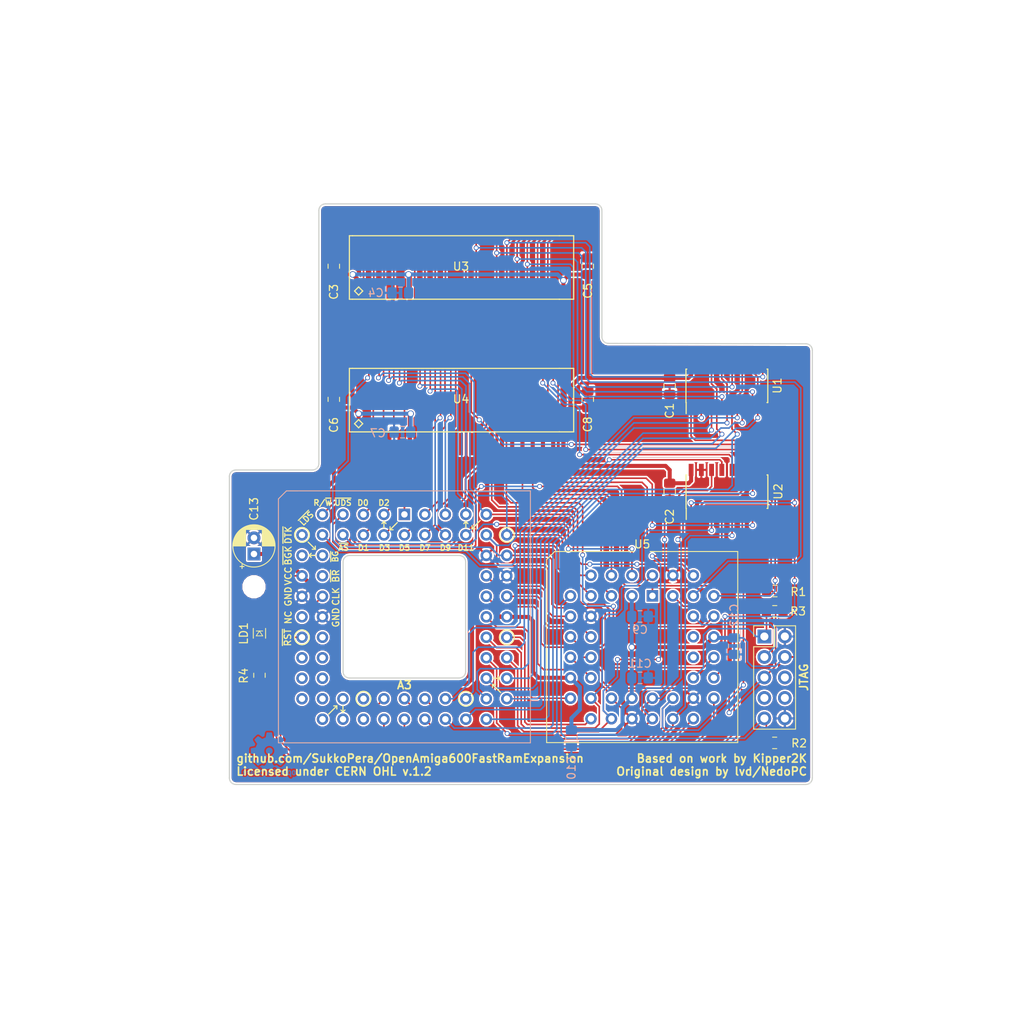
<source format=kicad_pcb>
(kicad_pcb (version 20171130) (host pcbnew 5.0.2)
  (title_block (title OpenAmiga600FastRamExpansion) (date 2019-02-22) (rev 1git) (company SukkoPera) (comment 1 "Based on work by Kipper2K") (comment 2 "Original design by lvd/NedoPC") (comment 3 "Licensed under CERN OHL v.1.2"))
  (layers (0 F.Cu signal) (31 B.Cu signal) (34 B.Paste user) (36 B.SilkS user) (37 F.SilkS user) (38 B.Mask user) (39 F.Mask user) (44 Edge.Cuts user))
  (net 0 "")
  (net 1 /d3)
  (net 2 /d1)
  (net 3 /~as)
  (net 4 /~lds)
  (net 5 /d5)
  (net 6 /d7)
  (net 7 /d9)
  (net 8 /d11)
  (net 9 /d4)
  (net 10 /d2)
  (net 11 /d0)
  (net 12 /~uds)
  (net 13 /r~w)
  (net 14 /d6)
  (net 15 /d8)
  (net 16 /d10)
  (net 17 /clk)
  (net 18 GND)
  (net 19 VCC)
  (net 20 /~reset)
  (net 21 /a1)
  (net 22 /a3)
  (net 23 /a5)
  (net 24 /a7)
  (net 25 /a9)
  (net 26 /a11)
  (net 27 /a13)
  (net 28 /a2)
  (net 29 /a4)
  (net 30 /a6)
  (net 31 /a8)
  (net 32 /a10)
  (net 33 /a12)
  (net 34 /a14)
  (net 35 /a16)
  (net 36 /a18)
  (net 37 /a20)
  (net 38 /a21)
  (net 39 /a23)
  (net 40 /d14)
  (net 41 /d12)
  (net 42 /a15)
  (net 43 /a17)
  (net 44 /a19)
  (net 45 /a22)
  (net 46 /d15)
  (net 47 /d13)
  (net 48 /jtag_tms)
  (net 49 /jtag_tdi)
  (net 50 /jtag_tck)
  (net 51 /ma0)
  (net 52 /~ucas)
  (net 53 /ma1)
  (net 54 /jtag_tdo)
  (net 55 /~ras3)
  (net 56 /mux_switch)
  (net 57 /~ras2)
  (net 58 /~lcas)
  (net 59 /ma2)
  (net 60 /ma3)
  (net 61 /ma4)
  (net 62 /ma5)
  (net 63 /ma9)
  (net 64 /ma8)
  (net 65 /ma7)
  (net 66 /ma6)
  (net 67 "Net-(LD1-Pad2)")
  (module OpenAmiga600FastRamExpansion:PLCC-68_THT-SocketUpsideDown (layer F.Cu) (at 132.706 93.01)
    (fp_text reference J1 hide)
    (fp_text value MC68000_PLCC68)
    (pad 60 thru_hole circle (at 12.7 2.54) (size 1.4224 1.4224) (drill 0.8) (layers *.Cu *.Mask) (net 47 /d13))
    (pad 58 thru_hole circle (at 12.7 5.08) (size 1.4224 1.4224) (drill 0.8) (layers *.Cu *.Mask) (net 46 /d15))
    (pad 56 thru_hole circle (at 12.7 7.62) (size 1.4224 1.4224) (drill 0.8) (layers *.Cu *.Mask) (net 18 GND))
    (pad 54 thru_hole circle (at 12.7 10.16) (size 1.4224 1.4224) (drill 0.8) (layers *.Cu *.Mask) (net 45 /a22))
    (pad 52 thru_hole circle (at 12.7 12.7) (size 1.4224 1.4224) (drill 0.8) (layers *.Cu *.Mask) (net 19 VCC))
    (pad 50 thru_hole circle (at 12.7 15.24) (size 1.4224 1.4224) (drill 0.8) (layers *.Cu *.Mask) (net 44 /a19))
    (pad 48 thru_hole circle (at 12.7 17.78) (size 1.4224 1.4224) (drill 0.8) (layers *.Cu *.Mask) (net 43 /a17))
    (pad 46 thru_hole circle (at 12.7 20.32) (size 1.4224 1.4224) (drill 0.8) (layers *.Cu *.Mask) (net 42 /a15))
    (pad 61 thru_hole circle (at 10.16 0) (size 1.4224 1.4224) (drill 0.8) (layers *.Cu *.Mask) (net 41 /d12))
    (pad 59 thru_hole circle (at 10.16 2.54) (size 1.4224 1.4224) (drill 0.8) (layers *.Cu *.Mask) (net 40 /d14))
    (pad 57 thru_hole circle (at 10.16 5.08) (size 1.4224 1.4224) (drill 0.8) (layers *.Cu *.Mask) (net 18 GND))
    (pad 55 thru_hole circle (at 10.16 7.62) (size 1.4224 1.4224) (drill 0.8) (layers *.Cu *.Mask) (net 39 /a23))
    (pad 53 thru_hole circle (at 10.16 10.16) (size 1.4224 1.4224) (drill 0.8) (layers *.Cu *.Mask) (net 38 /a21))
    (pad 51 thru_hole circle (at 10.16 12.7) (size 1.4224 1.4224) (drill 0.8) (layers *.Cu *.Mask) (net 37 /a20))
    (pad 49 thru_hole circle (at 10.16 15.24) (size 1.4224 1.4224) (drill 0.8) (layers *.Cu *.Mask) (net 36 /a18))
    (pad 47 thru_hole circle (at 10.16 17.78) (size 1.4224 1.4224) (drill 0.8) (layers *.Cu *.Mask) (net 35 /a16))
    (pad 45 thru_hole circle (at 10.16 20.32) (size 1.4224 1.4224) (drill 0.8) (layers *.Cu *.Mask) (net 34 /a14))
    (pad 43 thru_hole circle (at 10.16 25.4) (size 1.4224 1.4224) (drill 0.8) (layers *.Cu *.Mask) (net 33 /a12))
    (pad 41 thru_hole circle (at 7.62 25.4) (size 1.4224 1.4224) (drill 0.8) (layers *.Cu *.Mask) (net 32 /a10))
    (pad 39 thru_hole circle (at 5.08 25.4) (size 1.4224 1.4224) (drill 0.8) (layers *.Cu *.Mask) (net 31 /a8))
    (pad 37 thru_hole circle (at 2.54 25.4) (size 1.4224 1.4224) (drill 0.8) (layers *.Cu *.Mask) (net 30 /a6))
    (pad 35 thru_hole circle (at 0 25.4) (size 1.4224 1.4224) (drill 0.8) (layers *.Cu *.Mask) (net 29 /a4))
    (pad 33 thru_hole circle (at -2.54 25.4) (size 1.4224 1.4224) (drill 0.8) (layers *.Cu *.Mask) (net 28 /a2))
    (pad 31 thru_hole circle (at -5.08 25.4) (size 1.4224 1.4224) (drill 0.8) (layers *.Cu *.Mask))
    (pad 29 thru_hole circle (at -7.62 25.4) (size 1.4224 1.4224) (drill 0.8) (layers *.Cu *.Mask))
    (pad 27 thru_hole circle (at -10.16 25.4) (size 1.4224 1.4224) (drill 0.8) (layers *.Cu *.Mask))
    (pad 44 thru_hole circle (at 12.7 22.86) (size 1.4224 1.4224) (drill 0.8) (layers *.Cu *.Mask) (net 27 /a13))
    (pad 42 thru_hole circle (at 10.16 22.86) (size 1.4224 1.4224) (drill 0.8) (layers *.Cu *.Mask) (net 26 /a11))
    (pad 40 thru_hole circle (at 7.62 22.86) (size 1.4224 1.4224) (drill 0.8) (layers *.Cu *.Mask) (net 25 /a9))
    (pad 38 thru_hole circle (at 5.08 22.86) (size 1.4224 1.4224) (drill 0.8) (layers *.Cu *.Mask) (net 24 /a7))
    (pad 36 thru_hole circle (at 2.54 22.86) (size 1.4224 1.4224) (drill 0.8) (layers *.Cu *.Mask) (net 23 /a5))
    (pad 34 thru_hole circle (at 0 22.86) (size 1.4224 1.4224) (drill 0.8) (layers *.Cu *.Mask) (net 22 /a3))
    (pad 32 thru_hole circle (at -2.54 22.86) (size 1.4224 1.4224) (drill 0.8) (layers *.Cu *.Mask) (net 21 /a1))
    (pad 30 thru_hole circle (at -5.08 22.86) (size 1.4224 1.4224) (drill 0.8) (layers *.Cu *.Mask))
    (pad 28 thru_hole circle (at -7.62 22.86) (size 1.4224 1.4224) (drill 0.8) (layers *.Cu *.Mask))
    (pad 26 thru_hole circle (at -12.7 22.86) (size 1.4224 1.4224) (drill 0.8) (layers *.Cu *.Mask))
    (pad 24 thru_hole circle (at -12.7 20.32) (size 1.4224 1.4224) (drill 0.8) (layers *.Cu *.Mask))
    (pad 22 thru_hole circle (at -12.7 17.78) (size 1.4224 1.4224) (drill 0.8) (layers *.Cu *.Mask))
    (pad 20 thru_hole circle (at -12.7 15.24) (size 1.4224 1.4224) (drill 0.8) (layers *.Cu *.Mask) (net 20 /~reset))
    (pad 18 thru_hole circle (at -12.7 12.7) (size 1.4224 1.4224) (drill 0.8) (layers *.Cu *.Mask))
    (pad 16 thru_hole circle (at -12.7 10.16) (size 1.4224 1.4224) (drill 0.8) (layers *.Cu *.Mask) (net 18 GND))
    (pad 14 thru_hole circle (at -12.7 7.62) (size 1.4224 1.4224) (drill 0.8) (layers *.Cu *.Mask) (net 19 VCC))
    (pad 12 thru_hole circle (at -12.7 5.08) (size 1.4224 1.4224) (drill 0.8) (layers *.Cu *.Mask))
    (pad 10 thru_hole circle (at -12.7 2.54) (size 1.4224 1.4224) (drill 0.8) (layers *.Cu *.Mask))
    (pad 25 thru_hole circle (at -10.16 22.86) (size 1.4224 1.4224) (drill 0.8) (layers *.Cu *.Mask))
    (pad 23 thru_hole circle (at -10.16 20.32) (size 1.4224 1.4224) (drill 0.8) (layers *.Cu *.Mask))
    (pad 21 thru_hole circle (at -10.16 17.78) (size 1.4224 1.4224) (drill 0.8) (layers *.Cu *.Mask))
    (pad 19 thru_hole circle (at -10.16 15.24) (size 1.4224 1.4224) (drill 0.8) (layers *.Cu *.Mask))
    (pad 17 thru_hole circle (at -10.16 12.7) (size 1.4224 1.4224) (drill 0.8) (layers *.Cu *.Mask) (net 18 GND))
    (pad 15 thru_hole circle (at -10.16 10.16) (size 1.4224 1.4224) (drill 0.8) (layers *.Cu *.Mask) (net 17 /clk))
    (pad 13 thru_hole circle (at -10.16 7.62) (size 1.4224 1.4224) (drill 0.8) (layers *.Cu *.Mask))
    (pad 11 thru_hole circle (at -10.16 5.08) (size 1.4224 1.4224) (drill 0.8) (layers *.Cu *.Mask))
    (pad 63 thru_hole circle (at 7.62 0) (size 1.4224 1.4224) (drill 0.8) (layers *.Cu *.Mask) (net 16 /d10))
    (pad 65 thru_hole circle (at 5.08 0) (size 1.4224 1.4224) (drill 0.8) (layers *.Cu *.Mask) (net 15 /d8))
    (pad 67 thru_hole circle (at 2.54 0) (size 1.4224 1.4224) (drill 0.8) (layers *.Cu *.Mask) (net 14 /d6))
    (pad 9 thru_hole circle (at -10.16 0) (size 1.4224 1.4224) (drill 0.8) (layers *.Cu *.Mask) (net 13 /r~w))
    (pad 7 thru_hole circle (at -7.62 0) (size 1.4224 1.4224) (drill 0.8) (layers *.Cu *.Mask) (net 12 /~uds))
    (pad 5 thru_hole circle (at -5.08 0) (size 1.4224 1.4224) (drill 0.8) (layers *.Cu *.Mask) (net 11 /d0))
    (pad 3 thru_hole circle (at -2.54 0) (size 1.4224 1.4224) (drill 0.8) (layers *.Cu *.Mask) (net 10 /d2))
    (pad 1 thru_hole rect (at 0 0) (size 1.4224 1.4224) (drill 0.8) (layers *.Cu *.Mask) (net 9 /d4))
    (pad 62 thru_hole circle (at 7.62 2.54) (size 1.4224 1.4224) (drill 0.8) (layers *.Cu *.Mask) (net 8 /d11))
    (pad 64 thru_hole circle (at 5.08 2.54) (size 1.4224 1.4224) (drill 0.8) (layers *.Cu *.Mask) (net 7 /d9))
    (pad 66 thru_hole circle (at 2.54 2.54) (size 1.4224 1.4224) (drill 0.8) (layers *.Cu *.Mask) (net 6 /d7))
    (pad 68 thru_hole circle (at 0 2.54) (size 1.4224 1.4224) (drill 0.8) (layers *.Cu *.Mask) (net 5 /d5))
    (pad 8 thru_hole circle (at -10.16 2.54) (size 1.4224 1.4224) (drill 0.8) (layers *.Cu *.Mask) (net 4 /~lds))
    (pad 6 thru_hole circle (at -7.62 2.54) (size 1.4224 1.4224) (drill 0.8) (layers *.Cu *.Mask) (net 3 /~as))
    (pad 4 thru_hole circle (at -5.08 2.54) (size 1.4224 1.4224) (drill 0.8) (layers *.Cu *.Mask) (net 2 /d1))
    (pad 2 thru_hole circle (at -2.54 2.54) (size 1.4224 1.4224) (drill 0.8) (layers *.Cu *.Mask) (net 1 /d3))
  )
  (module Symbol:OSHW-Logo2_7.3x6mm_Copper (layer B.Cu) (at 115.95 122.81 180)
    (fp_text reference P99 hide)
    (fp_text value OSHW_LOGO hide)
    (fp_poly (pts (xy -2.400256 -1.919918) (xy -2.344799 -1.947568) (xy -2.295852 -1.99848) (xy -2.282371 -2.017338) (xy -2.267686 -2.042015) (xy -2.258158 -2.068816) (xy -2.252707 -2.104587) (xy -2.250253 -2.156169) (xy -2.249714 -2.224267) (xy -2.252148 -2.317588) (xy -2.260606 -2.387657) (xy -2.276826 -2.439931) (xy -2.302546 -2.479869) (xy -2.339503 -2.512929) (xy -2.342218 -2.514886) (xy -2.37864 -2.534908) (xy -2.422498 -2.544815) (xy -2.478276 -2.547257) (xy -2.568952 -2.547257) (xy -2.56899 -2.635283) (xy -2.569834 -2.684308) (xy -2.574976 -2.713065) (xy -2.588413 -2.730311) (xy -2.614142 -2.744808) (xy -2.620321 -2.747769) (xy -2.649236 -2.761648) (xy -2.671624 -2.770414) (xy -2.688271 -2.771171) (xy -2.699964 -2.761023) (xy -2.70749 -2.737073) (xy -2.711634 -2.696426) (xy -2.713185 -2.636186) (xy -2.712929 -2.553455) (xy -2.711651 -2.445339) (xy -2.711252 -2.413) (xy -2.709815 -2.301524) (xy -2.708528 -2.228603) (xy -2.569029 -2.228603) (xy -2.568245 -2.290499) (xy -2.56476 -2.330997) (xy -2.556876 -2.357708) (xy -2.542895 -2.378244) (xy -2.533403 -2.38826) (xy -2.494596 -2.417567) (xy -2.460237 -2.419952) (xy -2.424784 -2.39575) (xy -2.423886 -2.394857) (xy -2.409461 -2.376153) (xy -2.400687 -2.350732) (xy -2.396261 -2.311584) (xy -2.394882 -2.251697) (xy -2.394857 -2.23843) (xy -2.398188 -2.155901) (xy -2.409031 -2.098691) (xy -2.42866 -2.063766) (xy -2.45835 -2.048094) (xy -2.475509 -2.046514) (xy -2.516234 -2.053926) (xy -2.544168 -2.07833) (xy -2.560983 -2.12298) (xy -2.56835 -2.19113) (xy -2.569029 -2.228603) (xy -2.708528 -2.228603) (xy -2.708292 -2.215245) (xy -2.706323 -2.150333) (xy -2.70355 -2.102958) (xy -2.699612 -2.06929) (xy -2.694151 -2.045498) (xy -2.686808 -2.027753) (xy -2.677223 -2.012224) (xy -2.673113 -2.006381) (xy -2.618595 -1.951185) (xy -2.549664 -1.91989) (xy -2.469928 -1.911165) (xy -2.400256 -1.919918)) (layer B.Cu) (width 0.01))
    (fp_poly (pts (xy -1.283907 -1.92778) (xy -1.237328 -1.954723) (xy -1.204943 -1.981466) (xy -1.181258 -2.009484) (xy -1.164941 -2.043748) (xy -1.154661 -2.089227) (xy -1.149086 -2.150892) (xy -1.146884 -2.233711) (xy -1.146629 -2.293246) (xy -1.146629 -2.512391) (xy -1.208314 -2.540044) (xy -1.27 -2.567697) (xy -1.277257 -2.32767) (xy -1.280256 -2.238028) (xy -1.283402 -2.172962) (xy -1.287299 -2.128026) (xy -1.292553 -2.09877) (xy -1.299769 -2.080748) (xy -1.30955 -2.069511) (xy -1.312688 -2.067079) (xy -1.360239 -2.048083) (xy -1.408303 -2.0556) (xy -1.436914 -2.075543) (xy -1.448553 -2.089675) (xy -1.456609 -2.10822) (xy -1.461729 -2.136334) (xy -1.464559 -2.179173) (xy -1.465744 -2.241895) (xy -1.465943 -2.307261) (xy -1.465982 -2.389268) (xy -1.467386 -2.447316) (xy -1.472086 -2.486465) (xy -1.482013 -2.51178) (xy -1.499097 -2.528323) (xy -1.525268 -2.541156) (xy -1.560225 -2.554491) (xy -1.598404 -2.569007) (xy -1.593859 -2.311389) (xy -1.592029 -2.218519) (xy -1.589888 -2.149889) (xy -1.586819 -2.100711) (xy -1.582206 -2.066198) (xy -1.575432 -2.041562) (xy -1.565881 -2.022016) (xy -1.554366 -2.00477) (xy -1.49881 -1.94968) (xy -1.43102 -1.917822) (xy -1.357287 -1.910191) (xy -1.283907 -1.92778)) (layer B.Cu) (width 0.01))
    (fp_poly (pts (xy -2.958885 -1.921962) (xy -2.890855 -1.957733) (xy -2.840649 -2.015301) (xy -2.822815 -2.052312) (xy -2.808937 -2.107882) (xy -2.801833 -2.178096) (xy -2.80116 -2.254727) (xy -2.806573 -2.329552) (xy -2.81773 -2.394342) (xy -2.834286 -2.440873) (xy -2.839374 -2.448887) (xy -2.899645 -2.508707) (xy -2.971231 -2.544535) (xy -3.048908 -2.55502) (xy -3.127452 -2.53881) (xy -3.149311 -2.529092) (xy -3.191878 -2.499143) (xy -3.229237 -2.459433) (xy -3.232768 -2.454397) (xy -3.247119 -2.430124) (xy -3.256606 -2.404178) (xy -3.26221 -2.370022) (xy -3.264914 -2.321119) (xy -3.265701 -2.250935) (xy -3.265714 -2.2352) (xy -3.265678 -2.230192) (xy -3.120571 -2.230192) (xy -3.119727 -2.29643) (xy -3.116404 -2.340386) (xy -3.109417 -2.368779) (xy -3.097584 -2.388325) (xy -3.091543 -2.394857) (xy -3.056814 -2.41968) (xy -3.023097 -2.418548) (xy -2.989005 -2.397016) (xy -2.968671 -2.374029) (xy -2.956629 -2.340478) (xy -2.949866 -2.287569) (xy -2.949402 -2.281399) (xy -2.948248 -2.185513) (xy -2.960312 -2.114299) (xy -2.98543 -2.068194) (xy -3.02344 -2.047635) (xy -3.037008 -2.046514) (xy -3.072636 -2.052152) (xy -3.097006 -2.071686) (xy -3.111907 -2.109042) (xy -3.119125 -2.16815) (xy -3.120571 -2.230192) (xy -3.265678 -2.230192) (xy -3.265174 -2.160413) (xy -3.262904 -2.108159) (xy -3.257932 -2.071949) (xy -3.249287 -2.045299) (xy -3.235995 -2.021722) (xy -3.233057 -2.017338) (xy -3.183687 -1.958249) (xy -3.129891 -1.923947) (xy -3.064398 -1.910331) (xy -3.042158 -1.909665) (xy -2.958885 -1.921962)) (layer B.Cu) (width 0.01))
    (fp_poly (pts (xy -1.831697 -1.931239) (xy -1.774473 -1.969735) (xy -1.730251 -2.025335) (xy -1.703833 -2.096086) (xy -1.69849 -2.148162) (xy -1.699097 -2.169893) (xy -1.704178 -2.186531) (xy -1.718145 -2.201437) (xy -1.745411 -2.217973) (xy -1.790388 -2.239498) (xy -1.857489 -2.269374) (xy -1.857829 -2.269524) (xy -1.919593 -2.297813) (xy -1.970241 -2.322933) (xy -2.004596 -2.342179) (xy -2.017482 -2.352848) (xy -2.017486 -2.352934) (xy -2.006128 -2.376166) (xy -1.979569 -2.401774) (xy -1.949077 -2.420221) (xy -1.93363 -2.423886) (xy -1.891485 -2.411212) (xy -1.855192 -2.379471) (xy -1.837483 -2.344572) (xy -1.820448 -2.318845) (xy -1.787078 -2.289546) (xy -1.747851 -2.264235) (xy -1.713244 -2.250471) (xy -1.706007 -2.249714) (xy -1.697861 -2.26216) (xy -1.69737 -2.293972) (xy -1.703357 -2.336866) (xy -1.714643 -2.382558) (xy -1.73005 -2.422761) (xy -1.730829 -2.424322) (xy -1.777196 -2.489062) (xy -1.837289 -2.533097) (xy -1.905535 -2.554711) (xy -1.976362 -2.552185) (xy -2.044196 -2.523804) (xy -2.047212 -2.521808) (xy -2.100573 -2.473448) (xy -2.13566 -2.410352) (xy -2.155078 -2.327387) (xy -2.157684 -2.304078) (xy -2.162299 -2.194055) (xy -2.156767 -2.142748) (xy -2.017486 -2.142748) (xy -2.015676 -2.174753) (xy -2.005778 -2.184093) (xy -1.981102 -2.177105) (xy -1.942205 -2.160587) (xy -1.898725 -2.139881) (xy -1.897644 -2.139333) (xy -1.860791 -2.119949) (xy -1.846 -2.107013) (xy -1.849647 -2.093451) (xy -1.865005 -2.075632) (xy -1.904077 -2.049845) (xy -1.946154 -2.04795) (xy -1.983897 -2.066717) (xy -2.009966 -2.102915) (xy -2.017486 -2.142748) (xy -2.156767 -2.142748) (xy -2.152806 -2.106027) (xy -2.12845 -2.036212) (xy -2.094544 -1.987302) (xy -2.033347 -1.937878) (xy -1.965937 -1.913359) (xy -1.89712 -1.911797) (xy -1.831697 -1.931239)) (layer B.Cu) (width 0.01))
    (fp_poly (pts (xy -0.624114 -1.851289) (xy -0.619861 -1.910613) (xy -0.614975 -1.945572) (xy -0.608205 -1.96082) (xy -0.598298 -1.961015) (xy -0.595086 -1.959195) (xy -0.552356 -1.946015) (xy -0.496773 -1.946785) (xy -0.440263 -1.960333) (xy -0.404918 -1.977861) (xy -0.368679 -2.005861) (xy -0.342187 -2.037549) (xy -0.324001 -2.077813) (xy -0.312678 -2.131543) (xy -0.306778 -2.203626) (xy -0.304857 -2.298951) (xy -0.304823 -2.317237) (xy -0.3048 -2.522646) (xy -0.350509 -2.53858) (xy -0.382973 -2.54942) (xy -0.400785 -2.554468) (xy -0.401309 -2.554514) (xy -0.403063 -2.540828) (xy -0.404556 -2.503076) (xy -0.405674 -2.446224) (xy -0.406303 -2.375234) (xy -0.4064 -2.332073) (xy -0.406602 -2.246973) (xy -0.407642 -2.185981) (xy -0.410169 -2.144177) (xy -0.414836 -2.116642) (xy -0.422293 -2.098456) (xy -0.433189 -2.084698) (xy -0.439993 -2.078073) (xy -0.486728 -2.051375) (xy -0.537728 -2.049375) (xy -0.583999 -2.071955) (xy -0.592556 -2.080107) (xy -0.605107 -2.095436) (xy -0.613812 -2.113618) (xy -0.619369 -2.139909) (xy -0.622474 -2.179562) (xy -0.623824 -2.237832) (xy -0.624114 -2.318173) (xy -0.624114 -2.522646) (xy -0.669823 -2.53858) (xy -0.702287 -2.54942) (xy -0.720099 -2.554468) (xy -0.720623 -2.554514) (xy -0.721963 -2.540623) (xy -0.723172 -2.501439) (xy -0.724199 -2.4407) (xy -0.724998 -2.362141) (xy -0.725519 -2.269498) (xy -0.725714 -2.166509) (xy -0.725714 -1.769342) (xy -0.678543 -1.749444) (xy -0.631371 -1.729547) (xy -0.624114 -1.851289)) (layer B.Cu) (width 0.01))
    (fp_poly (pts (xy 0.039744 -1.950968) (xy 0.096616 -1.972087) (xy 0.097267 -1.972493) (xy 0.13244 -1.99838) (xy 0.158407 -2.028633) (xy 0.17667 -2.068058) (xy 0.188732 -2.121462) (xy 0.196096 -2.193651) (xy 0.200264 -2.289432) (xy 0.200629 -2.303078) (xy 0.205876 -2.508842) (xy 0.161716 -2.531678) (xy 0.129763 -2.54711) (xy 0.11047 -2.554423) (xy 0.109578 -2.554514) (xy 0.106239 -2.541022) (xy 0.103587 -2.504626) (xy 0.101956 -2.451452) (xy 0.1016 -2.408393) (xy 0.101592 -2.338641) (xy 0.098403 -2.294837) (xy 0.087288 -2.273944) (xy 0.063501 -2.272925) (xy 0.022296 -2.288741) (xy -0.039914 -2.317815) (xy -0.085659 -2.341963) (xy -0.109187 -2.362913) (xy -0.116104 -2.385747) (xy -0.116114 -2.386877) (xy -0.104701 -2.426212) (xy -0.070908 -2.447462) (xy -0.019191 -2.450539) (xy 0.018061 -2.450006) (xy 0.037703 -2.460735) (xy 0.049952 -2.486505) (xy 0.057002 -2.519337) (xy 0.046842 -2.537966) (xy 0.043017 -2.540632) (xy 0.007001 -2.55134) (xy -0.043434 -2.552856) (xy -0.095374 -2.545759) (xy -0.132178 -2.532788) (xy -0.183062 -2.489585) (xy -0.211986 -2.429446) (xy -0.217714 -2.382462) (xy -0.213343 -2.340082) (xy -0.197525 -2.305488) (xy -0.166203 -2.274763) (xy -0.115322 -2.24399) (xy -0.040824 -2.209252) (xy -0.036286 -2.207288) (xy 0.030821 -2.176287) (xy 0.072232 -2.150862) (xy 0.089981 -2.128014) (xy 0.086107 -2.104745) (xy 0.062643 -2.078056) (xy 0.055627 -2.071914) (xy 0.00863 -2.0481) (xy -0.040067 -2.049103) (xy -0.082478 -2.072451) (xy -0.110616 -2.115675) (xy -0.113231 -2.12416) (xy -0.138692 -2.165308) (xy -0.170999 -2.185128) (xy -0.217714 -2.20477) (xy -0.217714 -2.15395) (xy -0.203504 -2.080082) (xy -0.161325 -2.012327) (xy -0.139376 -1.989661) (xy -0.089483 -1.960569) (xy -0.026033 -1.9474) (xy 0.039744 -1.950968)) (layer B.Cu) (width 0.01))
    (fp_poly (pts (xy 0.529926 -1.949755) (xy 0.595858 -1.974084) (xy 0.649273 -2.017117) (xy 0.670164 -2.047409) (xy 0.692939 -2.102994) (xy 0.692466 -2.143186) (xy 0.668562 -2.170217) (xy 0.659717 -2.174813) (xy 0.62153 -2.189144) (xy 0.602028 -2.185472) (xy 0.595422 -2.161407) (xy 0.595086 -2.148114) (xy 0.582992 -2.09921) (xy 0.551471 -2.064999) (xy 0.507659 -2.048476) (xy 0.458695 -2.052634) (xy 0.418894 -2.074227) (xy 0.40545 -2.086544) (xy 0.395921 -2.101487) (xy 0.389485 -2.124075) (xy 0.385317 -2.159328) (xy 0.382597 -2.212266) (xy 0.380502 -2.287907) (xy 0.37996 -2.311857) (xy 0.377981 -2.39379) (xy 0.375731 -2.451455) (xy 0.372357 -2.489608) (xy 0.367006 -2.513004) (xy 0.358824 -2.526398) (xy 0.346959 -2.534545) (xy 0.339362 -2.538144) (xy 0.307102 -2.550452) (xy 0.288111 -2.554514) (xy 0.281836 -2.540948) (xy 0.278006 -2.499934) (xy 0.2766 -2.430999) (xy 0.277598 -2.333669) (xy 0.277908 -2.318657) (xy 0.280101 -2.229859) (xy 0.282693 -2.165019) (xy 0.286382 -2.119067) (xy 0.291864 -2.086935) (xy 0.299835 -2.063553) (xy 0.310993 -2.043852) (xy 0.31683 -2.03541) (xy 0.350296 -1.998057) (xy 0.387727 -1.969003) (xy 0.392309 -1.966467) (xy 0.459426 -1.946443) (xy 0.529926 -1.949755)) (layer B.Cu) (width 0.01))
    (fp_poly (pts (xy 1.190117 -2.065358) (xy 1.189933 -2.173837) (xy 1.189219 -2.257287) (xy 1.187675 -2.319704) (xy 1.185001 -2.365085) (xy 1.180894 -2.397429) (xy 1.175055 -2.420733) (xy 1.167182 -2.438995) (xy 1.161221 -2.449418) (xy 1.111855 -2.505945) (xy 1.049264 -2.541377) (xy 0.980013 -2.55409) (xy 0.910668 -2.542463) (xy 0.869375 -2.521568) (xy 0.826025 -2.485422) (xy 0.796481 -2.441276) (xy 0.778655 -2.383462) (xy 0.770463 -2.306313) (xy 0.769302 -2.249714) (xy 0.769458 -2.245647) (xy 0.870857 -2.245647) (xy 0.871476 -2.31055) (xy 0.874314 -2.353514) (xy 0.88084 -2.381622) (xy 0.892523 -2.401953) (xy 0.906483 -2.417288) (xy 0.953365 -2.44689) (xy 1.003701 -2.449419) (xy 1.051276 -2.424705) (xy 1.054979 -2.421356) (xy 1.070783 -2.403935) (xy 1.080693 -2.383209) (xy 1.086058 -2.352362) (xy 1.088228 -2.304577) (xy 1.088571 -2.251748) (xy 1.087827 -2.185381) (xy 1.084748 -2.141106) (xy 1.078061 -2.112009) (xy 1.066496 -2.091173) (xy 1.057013 -2.080107) (xy 1.01296 -2.052198) (xy 0.962224 -2.048843) (xy 0.913796 -2.070159) (xy 0.90445 -2.078073) (xy 0.88854 -2.095647) (xy 0.87861 -2.116587) (xy 0.873278 -2.147782) (xy 0.871163 -2.196122) (xy 0.870857 -2.245647) (xy 0.769458 -2.245647) (xy 0.77281 -2.158568) (xy 0.784726 -2.090086) (xy 0.807135 -2.0386) (xy 0.842124 -1.998443) (xy 0.869375 -1.977861) (xy 0.918907 -1.955625) (xy 0.976316 -1.945304) (xy 1.029682 -1.948067) (xy 1.059543 -1.959212) (xy 1.071261 -1.962383) (xy 1.079037 -1.950557) (xy 1.084465 -1.918866) (xy 1.088571 -1.870593) (xy 1.093067 -1.816829) (xy 1.099313 -1.784482) (xy 1.110676 -1.765985) (xy 1.130528 -1.75377) (xy 1.143 -1.748362) (xy 1.190171 -1.728601) (xy 1.190117 -2.065358)) (layer B.Cu) (width 0.01))
    (fp_poly (pts (xy 1.779833 -1.958663) (xy 1.782048 -1.99685) (xy 1.783784 -2.054886) (xy 1.784899 -2.12818) (xy 1.785257 -2.205055) (xy 1.785257 -2.465196) (xy 1.739326 -2.511127) (xy 1.707675 -2.539429) (xy 1.67989 -2.550893) (xy 1.641915 -2.550168) (xy 1.62684 -2.548321) (xy 1.579726 -2.542948) (xy 1.540756 -2.539869) (xy 1.531257 -2.539585) (xy 1.499233 -2.541445) (xy 1.453432 -2.546114) (xy 1.435674 -2.548321) (xy 1.392057 -2.551735) (xy 1.362745 -2.54432) (xy 1.33368 -2.521427) (xy 1.323188 -2.511127) (xy 1.277257 -2.465196) (xy 1.277257 -1.978602) (xy 1.314226 -1.961758) (xy 1.346059 -1.949282) (xy 1.364683 -1.944914) (xy 1.369458 -1.958718) (xy 1.373921 -1.997286) (xy 1.377775 -2.056356) (xy 1.380722 -2.131663) (xy 1.382143 -2.195286) (xy 1.386114 -2.445657) (xy 1.420759 -2.450556) (xy 1.452268 -2.447131) (xy 1.467708 -2.436041) (xy 1.472023 -2.415308) (xy 1.475708 -2.371145) (xy 1.478469 -2.309146) (xy 1.480012 -2.234909) (xy 1.480235 -2.196706) (xy 1.480457 -1.976783) (xy 1.526166 -1.960849) (xy 1.558518 -1.950015) (xy 1.576115 -1.944962) (xy 1.576623 -1.944914) (xy 1.578388 -1.958648) (xy 1.580329 -1.99673) (xy 1.582282 -2.054482) (xy 1.584084 -2.127227) (xy 1.585343 -2.195286) (xy 1.589314 -2.445657) (xy 1.6764 -2.445657) (xy 1.680396 -2.21724) (xy 1.684392 -1.988822) (xy 1.726847 -1.966868) (xy 1.758192 -1.951793) (xy 1.776744 -1.944951) (xy 1.777279 -1.944914) (xy 1.779833 -1.958663)) (layer B.Cu) (width 0.01))
    (fp_poly (pts (xy 2.144876 -1.956335) (xy 2.186667 -1.975344) (xy 2.219469 -1.998378) (xy 2.243503 -2.024133) (xy 2.260097 -2.057358) (xy 2.270577 -2.1028) (xy 2.276271 -2.165207) (xy 2.278507 -2.249327) (xy 2.278743 -2.304721) (xy 2.278743 -2.520826) (xy 2.241774 -2.53767) (xy 2.212656 -2.549981) (xy 2.198231 -2.554514) (xy 2.195472 -2.541025) (xy 2.193282 -2.504653) (xy 2.191942 -2.451542) (xy 2.191657 -2.409372) (xy 2.190434 -2.348447) (xy 2.187136 -2.300115) (xy 2.182321 -2.270518) (xy 2.178496 -2.264229) (xy 2.152783 -2.270652) (xy 2.112418 -2.287125) (xy 2.065679 -2.309458) (xy 2.020845 -2.333457) (xy 1.986193 -2.35493) (xy 1.970002 -2.369685) (xy 1.969938 -2.369845) (xy 1.97133 -2.397152) (xy 1.983818 -2.423219) (xy 2.005743 -2.444392) (xy 2.037743 -2.451474) (xy 2.065092 -2.450649) (xy 2.103826 -2.450042) (xy 2.124158 -2.459116) (xy 2.136369 -2.483092) (xy 2.137909 -2.487613) (xy 2.143203 -2.521806) (xy 2.129047 -2.542568) (xy 2.092148 -2.552462) (xy 2.052289 -2.554292) (xy 1.980562 -2.540727) (xy 1.943432 -2.521355) (xy 1.897576 -2.475845) (xy 1.873256 -2.419983) (xy 1.871073 -2.360957) (xy 1.891629 -2.305953) (xy 1.922549 -2.271486) (xy 1.95342 -2.252189) (xy 2.001942 -2.227759) (xy 2.058485 -2.202985) (xy 2.06791 -2.199199) (xy 2.130019 -2.171791) (xy 2.165822 -2.147634) (xy 2.177337 -2.123619) (xy 2.16658 -2.096635) (xy 2.148114 -2.075543) (xy 2.104469 -2.049572) (xy 2.056446 -2.047624) (xy 2.012406 -2.067637) (xy 1.980709 -2.107551) (xy 1.976549 -2.117848) (xy 1.952327 -2.155724) (xy 1.916965 -2.183842) (xy 1.872343 -2.206917) (xy 1.872343 -2.141485) (xy 1.874969 -2.101506) (xy 1.88623 -2.069997) (xy 1.911199 -2.036378) (xy 1.935169 -2.010484) (xy 1.972441 -1.973817) (xy 2.001401 -1.954121) (xy 2.032505 -1.94622) (xy 2.067713 -1.944914) (xy 2.144876 -1.956335)) (layer B.Cu) (width 0.01))
    (fp_poly (pts (xy 2.6526 -1.958752) (xy 2.669948 -1.966334) (xy 2.711356 -1.999128) (xy 2.746765 -2.046547) (xy 2.768664 -2.097151) (xy 2.772229 -2.122098) (xy 2.760279 -2.156927) (xy 2.734067 -2.175357) (xy 2.705964 -2.186516) (xy 2.693095 -2.188572) (xy 2.686829 -2.173649) (xy 2.674456 -2.141175) (xy 2.669028 -2.126502) (xy 2.63859 -2.075744) (xy 2.59452 -2.050427) (xy 2.53801 -2.051206) (xy 2.533825 -2.052203) (xy 2.503655 -2.066507) (xy 2.481476 -2.094393) (xy 2.466327 -2.139287) (xy 2.45725 -2.204615) (xy 2.453286 -2.293804) (xy 2.452914 -2.341261) (xy 2.45273 -2.416071) (xy 2.451522 -2.467069) (xy 2.448309 -2.499471) (xy 2.442109 -2.518495) (xy 2.43194 -2.529356) (xy 2.416819 -2.537272) (xy 2.415946 -2.53767) (xy 2.386828 -2.549981) (xy 2.372403 -2.554514) (xy 2.370186 -2.540809) (xy 2.368289 -2.502925) (xy 2.366847 -2.445715) (xy 2.365998 -2.374027) (xy 2.365829 -2.321565) (xy 2.366692 -2.220047) (xy 2.37007 -2.143032) (xy 2.377142 -2.086023) (xy 2.389088 -2.044526) (xy 2.40709 -2.014043) (xy 2.432327 -1.99008) (xy 2.457247 -1.973355) (xy 2.517171 -1.951097) (xy 2.586911 -1.946076) (xy 2.6526 -1.958752)) (layer B.Cu) (width 0.01))
    (fp_poly (pts (xy 3.153595 -1.966966) (xy 3.211021 -2.004497) (xy 3.238719 -2.038096) (xy 3.260662 -2.099064) (xy 3.262405 -2.147308) (xy 3.258457 -2.211816) (xy 3.109686 -2.276934) (xy 3.037349 -2.310202) (xy 2.990084 -2.336964) (xy 2.965507 -2.360144) (xy 2.961237 -2.382667) (xy 2.974889 -2.407455) (xy 2.989943 -2.423886) (xy 3.033746 -2.450235) (xy 3.081389 -2.452081) (xy 3.125145 -2.431546) (xy 3.157289 -2.390752) (xy 3.163038 -2.376347) (xy 3.190576 -2.331356) (xy 3.222258 -2.312182) (xy 3.265714 -2.295779) (xy 3.265714 -2.357966) (xy 3.261872 -2.400283) (xy 3.246823 -2.435969) (xy 3.21528 -2.476943) (xy 3.210592 -2.482267) (xy 3.175506 -2.51872) (xy 3.145347 -2.538283) (xy 3.107615 -2.547283) (xy 3.076335 -2.55023) (xy 3.020385 -2.550965) (xy 2.980555 -2.54166) (xy 2.955708 -2.527846) (xy 2.916656 -2.497467) (xy 2.889625 -2.464613) (xy 2.872517 -2.423294) (xy 2.863238 -2.367521) (xy 2.859693 -2.291305) (xy 2.85941 -2.252622) (xy 2.860372 -2.206247) (xy 2.948007 -2.206247) (xy 2.949023 -2.231126) (xy 2.951556 -2.2352) (xy 2.968274 -2.229665) (xy 3.004249 -2.215017) (xy 3.052331 -2.19419) (xy 3.062386 -2.189714) (xy 3.123152 -2.158814) (xy 3.156632 -2.131657) (xy 3.16399 -2.10622) (xy 3.146391 -2.080481) (xy 3.131856 -2.069109) (xy 3.07941 -2.046364) (xy 3.030322 -2.050122) (xy 2.989227 -2.077884) (xy 2.960758 -2.127152) (xy 2.951631 -2.166257) (xy 2.948007 -2.206247) (xy 2.860372 -2.206247) (xy 2.861285 -2.162249) (xy 2.868196 -2.095384) (xy 2.881884 -2.046695) (xy 2.904096 -2.010849) (xy 2.936574 -1.982513) (xy 2.950733 -1.973355) (xy 3.015053 -1.949507) (xy 3.085473 -1.948006) (xy 3.153595 -1.966966)) (layer B.Cu) (width 0.01))
    (fp_poly (pts (xy 0.10391 2.757652) (xy 0.182454 2.757222) (xy 0.239298 2.756058) (xy 0.278105 2.753793) (xy 0.302538 2.75006) (xy 0.316262 2.744494) (xy 0.32294 2.736727) (xy 0.326236 2.726395) (xy 0.326556 2.725057) (xy 0.331562 2.700921) (xy 0.340829 2.653299) (xy 0.353392 2.587259) (xy 0.368287 2.507872) (xy 0.384551 2.420204) (xy 0.385119 2.417125) (xy 0.40141 2.331211) (xy 0.416652 2.255304) (xy 0.429861 2.193955) (xy 0.440054 2.151718) (xy 0.446248 2.133145) (xy 0.446543 2.132816) (xy 0.464788 2.123747) (xy 0.502405 2.108633) (xy 0.551271 2.090738) (xy 0.551543 2.090642) (xy 0.613093 2.067507) (xy 0.685657 2.038035) (xy 0.754057 2.008403) (xy 0.757294 2.006938) (xy 0.868702 1.956374) (xy 1.115399 2.12484) (xy 1.191077 2.176197) (xy 1.259631 2.222111) (xy 1.317088 2.25997) (xy 1.359476 2.287163) (xy 1.382825 2.301079) (xy 1.385042 2.302111) (xy 1.40201 2.297516) (xy 1.433701 2.275345) (xy 1.481352 2.234553) (xy 1.546198 2.174095) (xy 1.612397 2.109773) (xy 1.676214 2.046388) (xy 1.733329 1.988549) (xy 1.780305 1.939825) (xy 1.813703 1.90379) (xy 1.830085 1.884016) (xy 1.830694 1.882998) (xy 1.832505 1.869428) (xy 1.825683 1.847267) (xy 1.80854 1.813522) (xy 1.779393 1.7652) (xy 1.736555 1.699308) (xy 1.679448 1.614483) (xy 1.628766 1.539823) (xy 1.583461 1.47286) (xy 1.54615 1.417484) (xy 1.519452 1.37758) (xy 1.505985 1.357038) (xy 1.505137 1.355644) (xy 1.506781 1.335962) (xy 1.519245 1.297707) (xy 1.540048 1.248111) (xy 1.547462 1.232272) (xy 1.579814 1.16171) (xy 1.614328 1.081647) (xy 1.642365 1.012371) (xy 1.662568 0.960955) (xy 1.678615 0.921881) (xy 1.687888 0.901459) (xy 1.689041 0.899886) (xy 1.706096 0.897279) (xy 1.746298 0.890137) (xy 1.804302 0.879477) (xy 1.874763 0.866315) (xy 1.952335 0.851667) (xy 2.031672 0.836551) (xy 2.107431 0.821982) (xy 2.174264 0.808978) (xy 2.226828 0.798555) (xy 2.259776 0.79173) (xy 2.267857 0.789801) (xy 2.276205 0.785038) (xy 2.282506 0.774282) (xy 2.287045 0.753902) (xy 2.290104 0.720266) (xy 2.291967 0.669745) (xy 2.292918 0.598708) (xy 2.29324 0.503524) (xy 2.293257 0.464508) (xy 2.293257 0.147201) (xy 2.217057 0.132161) (xy 2.174663 0.124005) (xy 2.1114 0.112101) (xy 2.034962 0.097884) (xy 1.953043 0.08279) (xy 1.9304 0.078645) (xy 1.854806 0.063947) (xy 1.788953 0.049495) (xy 1.738366 0.036625) (xy 1.708574 0.026678) (xy 1.703612 0.023713) (xy 1.691426 0.002717) (xy 1.673953 -0.037967) (xy 1.654577 -0.090322) (xy 1.650734 -0.1016) (xy 1.625339 -0.171523) (xy 1.593817 -0.250418) (xy 1.562969 -0.321266) (xy 1.562817 -0.321595) (xy 1.511447 -0.432733) (xy 1.680399 -0.681253) (xy 1.849352 -0.929772) (xy 1.632429 -1.147058) (xy 1.566819 -1.211726) (xy 1.506979 -1.268733) (xy 1.456267 -1.315033) (xy 1.418046 -1.347584) (xy 1.395675 -1.363343) (xy 1.392466 -1.364343) (xy 1.373626 -1.356469) (xy 1.33518 -1.334578) (xy 1.28133 -1.301267) (xy 1.216276 -1.259131) (xy 1.14594 -1.211943) (xy 1.074555 -1.16381) (xy 1.010908 -1.121928) (xy 0.959041 -1.088871) (xy 0.922995 -1.067218) (xy 0.906867 -1.059543) (xy 0.887189 -1.066037) (xy 0.849875 -1.08315) (xy 0.802621 -1.107326) (xy 0.797612 -1.110013) (xy 0.733977 -1.141927) (xy 0.690341 -1.157579) (xy 0.663202 -1.157745) (xy 0.649057 -1.143204) (xy 0.648975 -1.143) (xy 0.641905 -1.125779) (xy 0.625042 -1.084899) (xy 0.599695 -1.023525) (xy 0.567171 -0.944819) (xy 0.528778 -0.851947) (xy 0.485822 -0.748072) (xy 0.444222 -0.647502) (xy 0.398504 -0.536516) (xy 0.356526 -0.433703) (xy 0.319548 -0.342215) (xy 0.288827 -0.265201) (xy 0.265622 -0.205815) (xy 0.25119 -0.167209) (xy 0.246743 -0.1528) (xy 0.257896 -0.136272) (xy 0.287069 -0.10993) (xy 0.325971 -0.080887) (xy 0.436757 0.010961) (xy 0.523351 0.116241) (xy 0.584716 0.232734) (xy 0.619815 0.358224) (xy 0.627608 0.490493) (xy 0.621943 0.551543) (xy 0.591078 0.678205) (xy 0.53792 0.790059) (xy 0.465767 0.885999) (xy 0.377917 0.964924) (xy 0.277665 1.02573) (xy 0.16831 1.067313) (xy 0.053147 1.088572) (xy -0.064525 1.088401) (xy -0.18141 1.065699) (xy -0.294211 1.019362) (xy -0.399631 0.948287) (xy -0.443632 0.908089) (xy -0.528021 0.804871) (xy -0.586778 0.692075) (xy -0.620296 0.57299) (xy -0.628965 0.450905) (xy -0.613177 0.329107) (xy -0.573322 0.210884) (xy -0.509793 0.099525) (xy -0.422979 -0.001684) (xy -0.325971 -0.080887) (xy -0.285563 -0.111162) (xy -0.257018 -0.137219) (xy -0.246743 -0.152825) (xy -0.252123 -0.169843) (xy -0.267425 -0.2105) (xy -0.291388 -0.271642) (xy -0.322756 -0.350119) (xy -0.360268 -0.44278) (xy -0.402667 -0.546472) (xy -0.444337 -0.647526) (xy -0.49031 -0.758607) (xy -0.532893 -0.861541) (xy -0.570779 -0.953165) (xy -0.60266 -1.030316) (xy -0.627229 -1.089831) (xy -0.64318 -1.128544) (xy -0.64909 -1.143) (xy -0.663052 -1.157685) (xy -0.69006 -1.157642) (xy -0.733587 -1.142099) (xy -0.79711 -1.110284) (xy -0.797612 -1.110013) (xy -0.84544 -1.085323) (xy -0.884103 -1.067338) (xy -0.905905 -1.059614) (xy -0.906867 -1.059543) (xy -0.923279 -1.067378) (xy -0.959513 -1.089165) (xy -1.011526 -1.122328) (xy -1.075275 -1.164291) (xy -1.14594 -1.211943) (xy -1.217884 -1.260191) (xy -1.282726 -1.302151) (xy -1.336265 -1.335227) (xy -1.374303 -1.356821) (xy -1.392467 -1.364343) (xy -1.409192 -1.354457) (xy -1.44282 -1.326826) (xy -1.48999 -1.284495) (xy -1.547342 -1.230505) (xy -1.611516 -1.167899) (xy -1.632503 -1.146983) (xy -1.849501 -0.929623) (xy -1.684332 -0.68722) (xy -1.634136 -0.612781) (xy -1.590081 -0.545972) (xy -1.554638 -0.490665) (xy -1.530281 -0.450729) (xy -1.519478 -0.430036) (xy -1.519162 -0.428563) (xy -1.524857 -0.409058) (xy -1.540174 -0.369822) (xy -1.562463 -0.31743) (xy -1.578107 -0.282355) (xy -1.607359 -0.215201) (xy -1.634906 -0.147358) (xy -1.656263 -0.090034) (xy -1.662065 -0.072572) (xy -1.678548 -0.025938) (xy -1.69466 0.010095) (xy -1.70351 0.023713) (xy -1.72304 0.032048) (xy -1.765666 0.043863) (xy -1.825855 0.057819) (xy -1.898078 0.072578) (xy -1.9304 0.078645) (xy -2.012478 0.093727) (xy -2.091205 0.108331) (xy -2.158891 0.12102) (xy -2.20784 0.130358) (xy -2.217057 0.132161) (xy -2.293257 0.147201) (xy -2.293257 0.464508) (xy -2.293086 0.568846) (xy -2.292384 0.647787) (xy -2.290866 0.704962) (xy -2.288251 0.744001) (xy -2.284254 0.768535) (xy -2.278591 0.782195) (xy -2.27098 0.788611) (xy -2.267857 0.789801) (xy -2.249022 0.79402) (xy -2.207412 0.802438) (xy -2.14837 0.814039) (xy -2.077243 0.827805) (xy -1.999375 0.84272) (xy -1.920113 0.857768) (xy -1.844802 0.871931) (xy -1.778787 0.884194) (xy -1.727413 0.893539) (xy -1.696025 0.89895) (xy -1.689041 0.899886) (xy -1.682715 0.912404) (xy -1.66871 0.945754) (xy -1.649645 0.993623) (xy -1.642366 1.012371) (xy -1.613004 1.084805) (xy -1.578429 1.16483) (xy -1.547463 1.232272) (xy -1.524677 1.283841) (xy -1.509518 1.326215) (xy -1.504458 1.352166) (xy -1.505264 1.355644) (xy -1.515959 1.372064) (xy -1.54038 1.408583) (xy -1.575905 1.461313) (xy -1.619913 1.526365) (xy -1.669783 1.599849) (xy -1.679644 1.614355) (xy -1.737508 1.700296) (xy -1.780044 1.765739) (xy -1.808946 1.813696) (xy -1.82591 1.84718) (xy -1.832633 1.869205) (xy -1.83081 1.882783) (xy -1.830764 1.882869) (xy -1.816414 1.900703) (xy -1.784677 1.935183) (xy -1.73899 1.982732) (xy -1.682796 2.039778) (xy -1.619532 2.102745) (xy -1.612398 2.109773) (xy -1.53267 2.18698) (xy -1.471143 2.24367) (xy -1.426579 2.28089) (xy -1.397743 2.299685) (xy -1.385042 2.302111) (xy -1.366506 2.291529) (xy -1.328039 2.267084) (xy -1.273614 2.231388) (xy -1.207202 2.187053) (xy -1.132775 2.136689) (xy -1.115399 2.12484) (xy -0.868703 1.956374) (xy -0.757294 2.006938) (xy -0.689543 2.036405) (xy -0.616817 2.066041) (xy -0.554297 2.08967) (xy -0.551543 2.090642) (xy -0.50264 2.108543) (xy -0.464943 2.12368) (xy -0.446575 2.13279) (xy -0.446544 2.132816) (xy -0.440715 2.149283) (xy -0.430808 2.189781) (xy -0.417805 2.249758) (xy -0.402691 2.32466) (xy -0.386448 2.409936) (xy -0.385119 2.417125) (xy -0.368825 2.504986) (xy -0.353867 2.58474) (xy -0.341209 2.651319) (xy -0.331814 2.699653) (xy -0.326646 2.724675) (xy -0.326556 2.725057) (xy -0.323411 2.735701) (xy -0.317296 2.743738) (xy -0.304547 2.749533) (xy -0.2815 2.753453) (xy -0.244491 2.755865) (xy -0.189856 2.757135) (xy -0.113933 2.757629) (xy -0.013056 2.757714) (xy 0 2.757714) (xy 0.10391 2.757652)) (layer B.Cu) (width 0.01))
  )
  (module Resistor_SMD:R_0805_2012Metric_Pad1.15x1.40mm_HandSolder (layer F.Cu) (at 178.6636 102.5144 180)
    (fp_text reference R1 (at -2.9 -0.1 180) (layer F.SilkS))
    (fp_text value 10k)
    (pad 2 smd roundrect (at 1.025 0 180) (size 1.15 1.4) (layers F.Cu F.Paste F.Mask) (roundrect_rratio 0.217391) (net 48 /jtag_tms))
    (pad 1 smd roundrect (at -1.025 0 180) (size 1.15 1.4) (layers F.Cu F.Paste F.Mask) (roundrect_rratio 0.217391) (net 19 VCC))
  )
  (module Resistor_SMD:R_0805_2012Metric_Pad1.15x1.40mm_HandSolder (layer F.Cu) (at 178.6255 121.3485 180)
    (fp_text reference R2 (at -3.033 -0.0465 180) (layer F.SilkS))
    (fp_text value 10k)
    (pad 1 smd roundrect (at -1.025 0 180) (size 1.15 1.4) (layers F.Cu F.Paste F.Mask) (roundrect_rratio 0.217391) (net 19 VCC))
    (pad 2 smd roundrect (at 1.025 0 180) (size 1.15 1.4) (layers F.Cu F.Paste F.Mask) (roundrect_rratio 0.217391) (net 49 /jtag_tdi))
  )
  (module Resistor_SMD:R_0805_2012Metric_Pad1.15x1.40mm_HandSolder (layer F.Cu) (at 178.6382 105.029 180)
    (fp_text reference R3 (at -2.8956 0 180) (layer F.SilkS))
    (fp_text value 10k)
    (pad 1 smd roundrect (at -1.025 0 180) (size 1.15 1.4) (layers F.Cu F.Paste F.Mask) (roundrect_rratio 0.217391) (net 19 VCC))
    (pad 2 smd roundrect (at 1.025 0 180) (size 1.15 1.4) (layers F.Cu F.Paste F.Mask) (roundrect_rratio 0.217391) (net 50 /jtag_tck))
  )
  (module Connector_PinHeader_2.54mm:PinHeader_2x05_P2.54mm_Vertical (layer F.Cu) (at 177.35 108.15)
    (fp_text reference P1 hide)
    (fp_text value JTAG_CONNECTOR)
    (pad 1 thru_hole rect (at 0 0) (size 1.7 1.7) (drill 1) (layers *.Cu *.Mask) (net 50 /jtag_tck))
    (pad 2 thru_hole oval (at 2.54 0) (size 1.7 1.7) (drill 1) (layers *.Cu *.Mask) (net 18 GND))
    (pad 3 thru_hole oval (at 0 2.54) (size 1.7 1.7) (drill 1) (layers *.Cu *.Mask) (net 54 /jtag_tdo))
    (pad 4 thru_hole oval (at 2.54 2.54) (size 1.7 1.7) (drill 1) (layers *.Cu *.Mask) (net 19 VCC))
    (pad 5 thru_hole oval (at 0 5.08) (size 1.7 1.7) (drill 1) (layers *.Cu *.Mask) (net 48 /jtag_tms))
    (pad 6 thru_hole oval (at 2.54 5.08) (size 1.7 1.7) (drill 1) (layers *.Cu *.Mask))
    (pad 7 thru_hole oval (at 0 7.62) (size 1.7 1.7) (drill 1) (layers *.Cu *.Mask))
    (pad 8 thru_hole oval (at 2.54 7.62) (size 1.7 1.7) (drill 1) (layers *.Cu *.Mask))
    (pad 9 thru_hole oval (at 0 10.16) (size 1.7 1.7) (drill 1) (layers *.Cu *.Mask) (net 49 /jtag_tdi))
    (pad 10 thru_hole oval (at 2.54 10.16) (size 1.7 1.7) (drill 1) (layers *.Cu *.Mask) (net 18 GND))
  )
  (module Capacitor_SMD:C_0805_2012Metric_Pad1.15x1.40mm_HandSolder (layer F.Cu) (at 165.6 77.1 270)
    (fp_text reference C1 (at 3.05 0 270) (layer F.SilkS))
    (fp_text value 100n)
    (pad 1 smd roundrect (at -1.025 0 270) (size 1.15 1.4) (layers F.Cu F.Paste F.Mask) (roundrect_rratio 0.217391) (net 19 VCC))
    (pad 2 smd roundrect (at 1.025 0 270) (size 1.15 1.4) (layers F.Cu F.Paste F.Mask) (roundrect_rratio 0.217391) (net 18 GND))
  )
  (module Capacitor_SMD:C_0805_2012Metric_Pad1.15x1.40mm_HandSolder (layer F.Cu) (at 165.608 90.17 270)
    (fp_text reference C2 (at 3.119 0.001 270) (layer F.SilkS))
    (fp_text value 100n)
    (pad 1 smd roundrect (at -1.025 0 270) (size 1.15 1.4) (layers F.Cu F.Paste F.Mask) (roundrect_rratio 0.217391) (net 19 VCC))
    (pad 2 smd roundrect (at 1.025 0 270) (size 1.15 1.4) (layers F.Cu F.Paste F.Mask) (roundrect_rratio 0.217391) (net 18 GND))
  )
  (module Capacitor_SMD:C_0805_2012Metric_Pad1.15x1.40mm_HandSolder (layer F.Cu) (at 123.952 62.23 90)
    (fp_text reference C3 (at -3.175 0 90) (layer F.SilkS))
    (fp_text value 100n)
    (pad 1 smd roundrect (at -1.025 0 90) (size 1.15 1.4) (layers F.Cu F.Paste F.Mask) (roundrect_rratio 0.217391) (net 19 VCC))
    (pad 2 smd roundrect (at 1.025 0 90) (size 1.15 1.4) (layers F.Cu F.Paste F.Mask) (roundrect_rratio 0.217391) (net 18 GND))
  )
  (module Capacitor_SMD:C_0805_2012Metric_Pad1.15x1.40mm_HandSolder (layer B.Cu) (at 132.207 65.532 180)
    (fp_text reference C4 (at 3.048 0 180) (layer B.SilkS) (effects (justify mirror)))
    (fp_text value 100n)
    (pad 2 smd roundrect (at 1.025 0 180) (size 1.15 1.4) (layers B.Cu B.Paste B.Mask) (roundrect_rratio 0.217391) (net 18 GND))
    (pad 1 smd roundrect (at -1.025 0 180) (size 1.15 1.4) (layers B.Cu B.Paste B.Mask) (roundrect_rratio 0.217391) (net 19 VCC))
  )
  (module Capacitor_SMD:C_0805_2012Metric_Pad1.15x1.40mm_HandSolder (layer F.Cu) (at 155.448 62.23 90)
    (fp_text reference C5 (at -3.048 0 90) (layer F.SilkS))
    (fp_text value 100n)
    (pad 1 smd roundrect (at -1.025 0 90) (size 1.15 1.4) (layers F.Cu F.Paste F.Mask) (roundrect_rratio 0.217391) (net 19 VCC))
    (pad 2 smd roundrect (at 1.025 0 90) (size 1.15 1.4) (layers F.Cu F.Paste F.Mask) (roundrect_rratio 0.217391) (net 18 GND))
  )
  (module Capacitor_SMD:C_0805_2012Metric_Pad1.15x1.40mm_HandSolder (layer F.Cu) (at 123.952 78.74 90)
    (fp_text reference C6 (at -3.175 0 90) (layer F.SilkS))
    (fp_text value 100n)
    (pad 2 smd roundrect (at 1.025 0 90) (size 1.15 1.4) (layers F.Cu F.Paste F.Mask) (roundrect_rratio 0.217391) (net 18 GND))
    (pad 1 smd roundrect (at -1.025 0 90) (size 1.15 1.4) (layers F.Cu F.Paste F.Mask) (roundrect_rratio 0.217391) (net 19 VCC))
  )
  (module Capacitor_SMD:C_0805_2012Metric_Pad1.15x1.40mm_HandSolder (layer B.Cu) (at 132.461 82.804 180)
    (fp_text reference C7 (at 3.048 -0.127 180) (layer B.SilkS) (effects (justify mirror)))
    (fp_text value 100n)
    (pad 1 smd roundrect (at -1.025 0 180) (size 1.15 1.4) (layers B.Cu B.Paste B.Mask) (roundrect_rratio 0.217391) (net 19 VCC))
    (pad 2 smd roundrect (at 1.025 0 180) (size 1.15 1.4) (layers B.Cu B.Paste B.Mask) (roundrect_rratio 0.217391) (net 18 GND))
  )
  (module Capacitor_SMD:C_0805_2012Metric_Pad1.15x1.40mm_HandSolder (layer F.Cu) (at 155.448 78.74 90)
    (fp_text reference C8 (at -3.1 0 90) (layer F.SilkS))
    (fp_text value 100n)
    (pad 2 smd roundrect (at 1.025 0 90) (size 1.15 1.4) (layers F.Cu F.Paste F.Mask) (roundrect_rratio 0.217391) (net 18 GND))
    (pad 1 smd roundrect (at -1.025 0 90) (size 1.15 1.4) (layers F.Cu F.Paste F.Mask) (roundrect_rratio 0.217391) (net 19 VCC))
  )
  (module Capacitor_SMD:C_0805_2012Metric_Pad1.15x1.40mm_HandSolder (layer B.Cu) (at 161.925 105.664)
    (fp_text reference C9 (at 0 1.65) (layer B.SilkS) (effects (justify mirror)))
    (fp_text value 100n)
    (pad 1 smd roundrect (at -1.025 0) (size 1.15 1.4) (layers B.Cu B.Paste B.Mask) (roundrect_rratio 0.217391) (net 19 VCC))
    (pad 2 smd roundrect (at 1.025 0) (size 1.15 1.4) (layers B.Cu B.Paste B.Mask) (roundrect_rratio 0.217391) (net 18 GND))
  )
  (module Capacitor_SMD:C_0805_2012Metric_Pad1.15x1.40mm_HandSolder (layer B.Cu) (at 153.416 120.777 270)
    (fp_text reference C10 (at 3.683 0 270) (layer B.SilkS) (effects (justify mirror)))
    (fp_text value 100n)
    (pad 2 smd roundrect (at 1.025 0 270) (size 1.15 1.4) (layers B.Cu B.Paste B.Mask) (roundrect_rratio 0.217391) (net 18 GND))
    (pad 1 smd roundrect (at -1.025 0 270) (size 1.15 1.4) (layers B.Cu B.Paste B.Mask) (roundrect_rratio 0.217391) (net 19 VCC))
  )
  (module Capacitor_SMD:C_0805_2012Metric_Pad1.15x1.40mm_HandSolder (layer B.Cu) (at 161.925 113.284)
    (fp_text reference C11 (at 0 -1.778) (layer B.SilkS) (effects (justify mirror)))
    (fp_text value 100n)
    (pad 1 smd roundrect (at -1.025 0) (size 1.15 1.4) (layers B.Cu B.Paste B.Mask) (roundrect_rratio 0.217391) (net 19 VCC))
    (pad 2 smd roundrect (at 1.025 0) (size 1.15 1.4) (layers B.Cu B.Paste B.Mask) (roundrect_rratio 0.217391) (net 18 GND))
  )
  (module Capacitor_SMD:C_0805_2012Metric_Pad1.15x1.40mm_HandSolder (layer B.Cu) (at 173.609 109.347 270)
    (fp_text reference C12 (at -3.81 0 90) (layer B.SilkS) (effects (justify mirror)))
    (fp_text value 100n)
    (pad 2 smd roundrect (at 1.025 0 270) (size 1.15 1.4) (layers B.Cu B.Paste B.Mask) (roundrect_rratio 0.217391) (net 18 GND))
    (pad 1 smd roundrect (at -1.025 0 270) (size 1.15 1.4) (layers B.Cu B.Paste B.Mask) (roundrect_rratio 0.217391) (net 19 VCC))
  )
  (module OpenAmiga600FastRamExpansion:LED_0805_HandSoldering_ModSilkS (layer F.Cu) (at 114.728843 107.754432 270)
    (fp_text reference LD1 (at 0.02 1.952843 270) (layer F.SilkS))
    (fp_text value LED)
    (pad 1 smd rect (at -1.35 0 270) (size 1.5 1.3) (layers F.Cu F.Mask) (net 19 VCC))
    (pad 2 smd rect (at 1.35 0 270) (size 1.5 1.3) (layers F.Cu F.Mask) (net 67 "Net-(LD1-Pad2)"))
  )
  (module Resistor_SMD:R_0805_2012Metric_Pad1.15x1.40mm_HandSolder (layer F.Cu) (at 114.728843 112.961432 270)
    (fp_text reference R4 (at 0.054 1.952843 270) (layer F.SilkS))
    (fp_text value 10k)
    (pad 1 smd roundrect (at -1.025 0 270) (size 1.15 1.4) (layers F.Cu F.Paste F.Mask) (roundrect_rratio 0.217391) (net 67 "Net-(LD1-Pad2)"))
    (pad 2 smd roundrect (at 1.025 0 270) (size 1.15 1.4) (layers F.Cu F.Paste F.Mask) (roundrect_rratio 0.217391) (net 18 GND))
  )
  (module Package_LCC:PLCC-44_THT-Socket (layer F.Cu) (at 163.466 103.11)
    (fp_text reference U5 (at -1.27 -6.4) (layer F.SilkS))
    (fp_text value ATF1502AS-10JU44)
    (pad 1 thru_hole rect (at 0 0) (size 1.4224 1.4224) (drill 0.8) (layers *.Cu *.Mask) (net 20 /~reset))
    (pad 3 thru_hole circle (at -2.54 0) (size 1.4224 1.4224) (drill 0.8) (layers *.Cu *.Mask) (net 19 VCC))
    (pad 5 thru_hole circle (at -5.08 0) (size 1.4224 1.4224) (drill 0.8) (layers *.Cu *.Mask) (net 51 /ma0))
    (pad 43 thru_hole circle (at 2.54 0) (size 1.4224 1.4224) (drill 0.8) (layers *.Cu *.Mask) (net 17 /clk))
    (pad 41 thru_hole circle (at 5.08 0) (size 1.4224 1.4224) (drill 0.8) (layers *.Cu *.Mask) (net 52 /~ucas))
    (pad 2 thru_hole circle (at -2.54 -2.54) (size 1.4224 1.4224) (drill 0.8) (layers *.Cu *.Mask) (net 3 /~as))
    (pad 4 thru_hole circle (at -5.08 -2.54) (size 1.4224 1.4224) (drill 0.8) (layers *.Cu *.Mask) (net 53 /ma1))
    (pad 6 thru_hole circle (at -7.62 -2.54) (size 1.4224 1.4224) (drill 0.8) (layers *.Cu *.Mask) (net 41 /d12))
    (pad 44 thru_hole circle (at 0 -2.54) (size 1.4224 1.4224) (drill 0.8) (layers *.Cu *.Mask) (net 12 /~uds))
    (pad 42 thru_hole circle (at 2.54 -2.54) (size 1.4224 1.4224) (drill 0.8) (layers *.Cu *.Mask) (net 18 GND))
    (pad 8 thru_hole circle (at -7.62 0) (size 1.4224 1.4224) (drill 0.8) (layers *.Cu *.Mask) (net 47 /d13))
    (pad 10 thru_hole circle (at -7.62 2.54) (size 1.4224 1.4224) (drill 0.8) (layers *.Cu *.Mask) (net 18 GND))
    (pad 12 thru_hole circle (at -7.62 5.08) (size 1.4224 1.4224) (drill 0.8) (layers *.Cu *.Mask) (net 39 /a23))
    (pad 14 thru_hole circle (at -7.62 7.62) (size 1.4224 1.4224) (drill 0.8) (layers *.Cu *.Mask) (net 45 /a22))
    (pad 16 thru_hole circle (at -7.62 10.16) (size 1.4224 1.4224) (drill 0.8) (layers *.Cu *.Mask) (net 38 /a21))
    (pad 7 thru_hole circle (at -10.16 0) (size 1.4224 1.4224) (drill 0.8) (layers *.Cu *.Mask) (net 49 /jtag_tdi))
    (pad 9 thru_hole circle (at -10.16 2.54) (size 1.4224 1.4224) (drill 0.8) (layers *.Cu *.Mask) (net 40 /d14))
    (pad 11 thru_hole circle (at -10.16 5.08) (size 1.4224 1.4224) (drill 0.8) (layers *.Cu *.Mask) (net 46 /d15))
    (pad 13 thru_hole circle (at -10.16 7.62) (size 1.4224 1.4224) (drill 0.8) (layers *.Cu *.Mask) (net 48 /jtag_tms))
    (pad 15 thru_hole circle (at -10.16 10.16) (size 1.4224 1.4224) (drill 0.8) (layers *.Cu *.Mask) (net 19 VCC))
    (pad 17 thru_hole circle (at -10.16 12.7) (size 1.4224 1.4224) (drill 0.8) (layers *.Cu *.Mask) (net 37 /a20))
    (pad 19 thru_hole circle (at -7.62 12.7) (size 1.4224 1.4224) (drill 0.8) (layers *.Cu *.Mask) (net 36 /a18))
    (pad 21 thru_hole circle (at -5.08 12.7) (size 1.4224 1.4224) (drill 0.8) (layers *.Cu *.Mask) (net 35 /a16))
    (pad 23 thru_hole circle (at -2.54 12.7) (size 1.4224 1.4224) (drill 0.8) (layers *.Cu *.Mask) (net 19 VCC))
    (pad 25 thru_hole circle (at 0 12.7) (size 1.4224 1.4224) (drill 0.8) (layers *.Cu *.Mask) (net 23 /a5))
    (pad 27 thru_hole circle (at 2.54 12.7) (size 1.4224 1.4224) (drill 0.8) (layers *.Cu *.Mask) (net 22 /a3))
    (pad 29 thru_hole circle (at 7.62 12.7) (size 1.4224 1.4224) (drill 0.8) (layers *.Cu *.Mask) (net 21 /a1))
    (pad 18 thru_hole circle (at -7.62 15.24) (size 1.4224 1.4224) (drill 0.8) (layers *.Cu *.Mask) (net 44 /a19))
    (pad 20 thru_hole circle (at -5.08 15.24) (size 1.4224 1.4224) (drill 0.8) (layers *.Cu *.Mask) (net 43 /a17))
    (pad 22 thru_hole circle (at -2.54 15.24) (size 1.4224 1.4224) (drill 0.8) (layers *.Cu *.Mask) (net 18 GND))
    (pad 24 thru_hole circle (at 0 15.24) (size 1.4224 1.4224) (drill 0.8) (layers *.Cu *.Mask) (net 30 /a6))
    (pad 26 thru_hole circle (at 2.54 15.24) (size 1.4224 1.4224) (drill 0.8) (layers *.Cu *.Mask) (net 29 /a4))
    (pad 28 thru_hole circle (at 5.08 15.24) (size 1.4224 1.4224) (drill 0.8) (layers *.Cu *.Mask) (net 28 /a2))
    (pad 30 thru_hole circle (at 5.08 12.7) (size 1.4224 1.4224) (drill 0.8) (layers *.Cu *.Mask) (net 18 GND))
    (pad 32 thru_hole circle (at 5.08 10.16) (size 1.4224 1.4224) (drill 0.8) (layers *.Cu *.Mask) (net 50 /jtag_tck))
    (pad 34 thru_hole circle (at 5.08 7.62) (size 1.4224 1.4224) (drill 0.8) (layers *.Cu *.Mask))
    (pad 36 thru_hole circle (at 5.08 5.08) (size 1.4224 1.4224) (drill 0.8) (layers *.Cu *.Mask))
    (pad 38 thru_hole circle (at 5.08 2.54) (size 1.4224 1.4224) (drill 0.8) (layers *.Cu *.Mask) (net 54 /jtag_tdo))
    (pad 40 thru_hole circle (at 5.08 -2.54) (size 1.4224 1.4224) (drill 0.8) (layers *.Cu *.Mask) (net 55 /~ras3))
    (pad 31 thru_hole circle (at 7.62 10.16) (size 1.4224 1.4224) (drill 0.8) (layers *.Cu *.Mask) (net 56 /mux_switch))
    (pad 33 thru_hole circle (at 7.62 7.62) (size 1.4224 1.4224) (drill 0.8) (layers *.Cu *.Mask) (net 4 /~lds))
    (pad 35 thru_hole circle (at 7.62 5.08) (size 1.4224 1.4224) (drill 0.8) (layers *.Cu *.Mask) (net 19 VCC))
    (pad 37 thru_hole circle (at 7.62 2.54) (size 1.4224 1.4224) (drill 0.8) (layers *.Cu *.Mask) (net 57 /~ras2))
    (pad 39 thru_hole circle (at 7.62 0) (size 1.4224 1.4224) (drill 0.8) (layers *.Cu *.Mask) (net 58 /~lcas))
  )
  (module OpenAmiga600FastRamExpansion:SOJ-42-LongPads (layer F.Cu) (at 139.727 62.2555)
    (fp_text reference U3 (at 0 0 180) (layer F.SilkS))
    (fp_text value HYB5118160BSJ)
    (pad 42 smd rect (at -12.7 -5.199) (size 0.508 2.778) (layers F.Cu F.Paste F.Mask) (net 18 GND))
    (pad 41 smd rect (at -11.43 -5.199) (size 0.508 2.778) (layers F.Cu F.Paste F.Mask) (net 46 /d15))
    (pad 40 smd rect (at -10.16 -5.199) (size 0.508 2.778) (layers F.Cu F.Paste F.Mask) (net 40 /d14))
    (pad 39 smd rect (at -8.89 -5.199) (size 0.508 2.778) (layers F.Cu F.Paste F.Mask) (net 47 /d13))
    (pad 38 smd rect (at -7.62 -5.199) (size 0.508 2.778) (layers F.Cu F.Paste F.Mask) (net 41 /d12))
    (pad 37 smd rect (at -6.35 -5.199) (size 0.508 2.778) (layers F.Cu F.Paste F.Mask) (net 18 GND))
    (pad 36 smd rect (at -5.08 -5.199) (size 0.508 2.778) (layers F.Cu F.Paste F.Mask) (net 8 /d11))
    (pad 35 smd rect (at -3.81 -5.199) (size 0.508 2.778) (layers F.Cu F.Paste F.Mask) (net 16 /d10))
    (pad 34 smd rect (at -2.54 -5.199) (size 0.508 2.778) (layers F.Cu F.Paste F.Mask) (net 7 /d9))
    (pad 33 smd rect (at -1.27 -5.199) (size 0.508 2.778) (layers F.Cu F.Paste F.Mask) (net 15 /d8))
    (pad 32 smd rect (at 0 -5.199) (size 0.508 2.778) (layers F.Cu F.Paste F.Mask))
    (pad 31 smd rect (at 1.27 -5.199) (size 0.508 2.778) (layers F.Cu F.Paste F.Mask) (net 58 /~lcas))
    (pad 30 smd rect (at 2.54 -5.199) (size 0.508 2.778) (layers F.Cu F.Paste F.Mask) (net 52 /~ucas))
    (pad 29 smd rect (at 3.81 -5.199) (size 0.508 2.778) (layers F.Cu F.Paste F.Mask) (net 18 GND))
    (pad 28 smd rect (at 5.08 -5.199) (size 0.508 2.778) (layers F.Cu F.Paste F.Mask) (net 63 /ma9))
    (pad 27 smd rect (at 6.35 -5.199) (size 0.508 2.778) (layers F.Cu F.Paste F.Mask) (net 64 /ma8))
    (pad 26 smd rect (at 7.62 -5.199) (size 0.508 2.778) (layers F.Cu F.Paste F.Mask) (net 65 /ma7))
    (pad 25 smd rect (at 8.89 -5.199) (size 0.508 2.778) (layers F.Cu F.Paste F.Mask) (net 66 /ma6))
    (pad 24 smd rect (at 10.16 -5.199) (size 0.508 2.778) (layers F.Cu F.Paste F.Mask) (net 62 /ma5))
    (pad 23 smd rect (at 11.43 -5.199) (size 0.508 2.778) (layers F.Cu F.Paste F.Mask) (net 61 /ma4))
    (pad 22 smd rect (at 12.7 -5.199) (size 0.508 2.778) (layers F.Cu F.Paste F.Mask) (net 18 GND))
    (pad 21 smd rect (at 12.7 5.588) (size 0.508 2.778) (layers F.Cu F.Paste F.Mask) (net 19 VCC))
    (pad 20 smd rect (at 11.43 5.58) (size 0.508 2.778) (layers F.Cu F.Paste F.Mask) (net 60 /ma3))
    (pad 19 smd rect (at 10.16 5.58) (size 0.508 2.778) (layers F.Cu F.Paste F.Mask) (net 59 /ma2))
    (pad 18 smd rect (at 8.89 5.58) (size 0.508 2.778) (layers F.Cu F.Paste F.Mask) (net 53 /ma1))
    (pad 17 smd rect (at 7.62 5.58) (size 0.508 2.778) (layers F.Cu F.Paste F.Mask) (net 51 /ma0))
    (pad 16 smd rect (at 6.35 5.58) (size 0.508 2.778) (layers F.Cu F.Paste F.Mask))
    (pad 15 smd rect (at 5.08 5.58) (size 0.508 2.778) (layers F.Cu F.Paste F.Mask))
    (pad 14 smd rect (at 3.81 5.58) (size 0.508 2.778) (layers F.Cu F.Paste F.Mask) (net 57 /~ras2))
    (pad 13 smd rect (at 2.54 5.58) (size 0.508 2.778) (layers F.Cu F.Paste F.Mask) (net 13 /r~w))
    (pad 12 smd rect (at 1.27 5.58) (size 0.508 2.778) (layers F.Cu F.Paste F.Mask))
    (pad 11 smd rect (at 0 5.58) (size 0.508 2.778) (layers F.Cu F.Paste F.Mask))
    (pad 10 smd rect (at -1.27 5.58) (size 0.508 2.778) (layers F.Cu F.Paste F.Mask) (net 6 /d7))
    (pad 9 smd rect (at -2.54 5.58) (size 0.508 2.778) (layers F.Cu F.Paste F.Mask) (net 14 /d6))
    (pad 8 smd rect (at -3.81 5.58) (size 0.508 2.778) (layers F.Cu F.Paste F.Mask) (net 5 /d5))
    (pad 7 smd rect (at -5.08 5.58) (size 0.508 2.778) (layers F.Cu F.Paste F.Mask) (net 9 /d4))
    (pad 6 smd rect (at -6.35 5.58) (size 0.508 2.778) (layers F.Cu F.Paste F.Mask) (net 19 VCC))
    (pad 5 smd rect (at -7.62 5.58) (size 0.508 2.778) (layers F.Cu F.Paste F.Mask) (net 1 /d3))
    (pad 4 smd rect (at -8.89 5.58) (size 0.508 2.778) (layers F.Cu F.Paste F.Mask) (net 10 /d2))
    (pad 3 smd rect (at -10.16 5.58) (size 0.508 2.778) (layers F.Cu F.Paste F.Mask) (net 2 /d1))
    (pad 2 smd rect (at -11.43 5.58) (size 0.508 2.778) (layers F.Cu F.Paste F.Mask) (net 11 /d0))
    (pad 1 smd rect (at -12.7 5.58) (size 0.508 2.778) (layers F.Cu F.Paste F.Mask) (net 19 VCC))
  )
  (module OpenAmiga600FastRamExpansion:SOJ-42-LongPads (layer F.Cu) (at 139.727 78.71)
    (fp_text reference U4 (at 0 0 180) (layer F.SilkS))
    (fp_text value HYB5118160BSJ)
    (pad 1 smd rect (at -12.7 5.58) (size 0.508 2.778) (layers F.Cu F.Paste F.Mask) (net 19 VCC))
    (pad 2 smd rect (at -11.43 5.58) (size 0.508 2.778) (layers F.Cu F.Paste F.Mask) (net 11 /d0))
    (pad 3 smd rect (at -10.16 5.58) (size 0.508 2.778) (layers F.Cu F.Paste F.Mask) (net 2 /d1))
    (pad 4 smd rect (at -8.89 5.58) (size 0.508 2.778) (layers F.Cu F.Paste F.Mask) (net 10 /d2))
    (pad 5 smd rect (at -7.62 5.58) (size 0.508 2.778) (layers F.Cu F.Paste F.Mask) (net 1 /d3))
    (pad 6 smd rect (at -6.35 5.58) (size 0.508 2.778) (layers F.Cu F.Paste F.Mask) (net 19 VCC))
    (pad 7 smd rect (at -5.08 5.58) (size 0.508 2.778) (layers F.Cu F.Paste F.Mask) (net 9 /d4))
    (pad 8 smd rect (at -3.81 5.58) (size 0.508 2.778) (layers F.Cu F.Paste F.Mask) (net 5 /d5))
    (pad 9 smd rect (at -2.54 5.58) (size 0.508 2.778) (layers F.Cu F.Paste F.Mask) (net 14 /d6))
    (pad 10 smd rect (at -1.27 5.58) (size 0.508 2.778) (layers F.Cu F.Paste F.Mask) (net 6 /d7))
    (pad 11 smd rect (at 0 5.58) (size 0.508 2.778) (layers F.Cu F.Paste F.Mask))
    (pad 12 smd rect (at 1.27 5.58) (size 0.508 2.778) (layers F.Cu F.Paste F.Mask))
    (pad 13 smd rect (at 2.54 5.58) (size 0.508 2.778) (layers F.Cu F.Paste F.Mask) (net 13 /r~w))
    (pad 14 smd rect (at 3.81 5.58) (size 0.508 2.778) (layers F.Cu F.Paste F.Mask) (net 55 /~ras3))
    (pad 15 smd rect (at 5.08 5.58) (size 0.508 2.778) (layers F.Cu F.Paste F.Mask))
    (pad 16 smd rect (at 6.35 5.58) (size 0.508 2.778) (layers F.Cu F.Paste F.Mask))
    (pad 17 smd rect (at 7.62 5.58) (size 0.508 2.778) (layers F.Cu F.Paste F.Mask) (net 51 /ma0))
    (pad 18 smd rect (at 8.89 5.58) (size 0.508 2.778) (layers F.Cu F.Paste F.Mask) (net 53 /ma1))
    (pad 19 smd rect (at 10.16 5.58) (size 0.508 2.778) (layers F.Cu F.Paste F.Mask) (net 59 /ma2))
    (pad 20 smd rect (at 11.43 5.58) (size 0.508 2.778) (layers F.Cu F.Paste F.Mask) (net 60 /ma3))
    (pad 21 smd rect (at 12.7 5.588) (size 0.508 2.778) (layers F.Cu F.Paste F.Mask) (net 19 VCC))
    (pad 22 smd rect (at 12.7 -5.199) (size 0.508 2.778) (layers F.Cu F.Paste F.Mask) (net 18 GND))
    (pad 23 smd rect (at 11.43 -5.199) (size 0.508 2.778) (layers F.Cu F.Paste F.Mask) (net 61 /ma4))
    (pad 24 smd rect (at 10.16 -5.199) (size 0.508 2.778) (layers F.Cu F.Paste F.Mask) (net 62 /ma5))
    (pad 25 smd rect (at 8.89 -5.199) (size 0.508 2.778) (layers F.Cu F.Paste F.Mask) (net 66 /ma6))
    (pad 26 smd rect (at 7.62 -5.199) (size 0.508 2.778) (layers F.Cu F.Paste F.Mask) (net 65 /ma7))
    (pad 27 smd rect (at 6.35 -5.199) (size 0.508 2.778) (layers F.Cu F.Paste F.Mask) (net 64 /ma8))
    (pad 28 smd rect (at 5.08 -5.199) (size 0.508 2.778) (layers F.Cu F.Paste F.Mask) (net 63 /ma9))
    (pad 29 smd rect (at 3.81 -5.199) (size 0.508 2.778) (layers F.Cu F.Paste F.Mask) (net 18 GND))
    (pad 30 smd rect (at 2.54 -5.199) (size 0.508 2.778) (layers F.Cu F.Paste F.Mask) (net 52 /~ucas))
    (pad 31 smd rect (at 1.27 -5.199) (size 0.508 2.778) (layers F.Cu F.Paste F.Mask) (net 58 /~lcas))
    (pad 32 smd rect (at 0 -5.199) (size 0.508 2.778) (layers F.Cu F.Paste F.Mask))
    (pad 33 smd rect (at -1.27 -5.199) (size 0.508 2.778) (layers F.Cu F.Paste F.Mask) (net 15 /d8))
    (pad 34 smd rect (at -2.54 -5.199) (size 0.508 2.778) (layers F.Cu F.Paste F.Mask) (net 7 /d9))
    (pad 35 smd rect (at -3.81 -5.199) (size 0.508 2.778) (layers F.Cu F.Paste F.Mask) (net 16 /d10))
    (pad 36 smd rect (at -5.08 -5.199) (size 0.508 2.778) (layers F.Cu F.Paste F.Mask) (net 8 /d11))
    (pad 37 smd rect (at -6.35 -5.199) (size 0.508 2.778) (layers F.Cu F.Paste F.Mask) (net 18 GND))
    (pad 38 smd rect (at -7.62 -5.199) (size 0.508 2.778) (layers F.Cu F.Paste F.Mask) (net 41 /d12))
    (pad 39 smd rect (at -8.89 -5.199) (size 0.508 2.778) (layers F.Cu F.Paste F.Mask) (net 47 /d13))
    (pad 40 smd rect (at -10.16 -5.199) (size 0.508 2.778) (layers F.Cu F.Paste F.Mask) (net 40 /d14))
    (pad 41 smd rect (at -11.43 -5.199) (size 0.508 2.778) (layers F.Cu F.Paste F.Mask) (net 46 /d15))
    (pad 42 smd rect (at -12.7 -5.199) (size 0.508 2.778) (layers F.Cu F.Paste F.Mask) (net 18 GND))
  )
  (module MountingHole:MountingHole_2.5mm (layer F.Cu) (at 114.046 101.981)
    (fp_text reference P98 hide)
    (fp_text value SCREW_HOLE)
    (pad 1 np_thru_hole circle (at 0 0) (size 2.5 2.5) (drill 2.5) (layers *.Cu *.Mask))
  )
  (module Package_SO:SOIC-16_3.9x9.9mm_P1.27mm (layer F.Cu) (at 172.7 77.06 90)
    (fp_text reference U1 (at 0.021 6.26 90) (layer F.SilkS))
    (fp_text value 74LS157)
    (pad 1 smd rect (at -2.7 -4.445 90) (size 1.5 0.6) (layers F.Cu F.Paste F.Mask) (net 56 /mux_switch))
    (pad 2 smd rect (at -2.7 -3.175 90) (size 1.5 0.6) (layers F.Cu F.Paste F.Mask) (net 24 /a7))
    (pad 3 smd rect (at -2.7 -1.905 90) (size 1.5 0.6) (layers F.Cu F.Paste F.Mask) (net 34 /a14))
    (pad 4 smd rect (at -2.7 -0.635 90) (size 1.5 0.6) (layers F.Cu F.Paste F.Mask) (net 66 /ma6))
    (pad 5 smd rect (at -2.7 0.635 90) (size 1.5 0.6) (layers F.Cu F.Paste F.Mask) (net 31 /a8))
    (pad 6 smd rect (at -2.7 1.905 90) (size 1.5 0.6) (layers F.Cu F.Paste F.Mask) (net 27 /a13))
    (pad 7 smd rect (at -2.7 3.175 90) (size 1.5 0.6) (layers F.Cu F.Paste F.Mask) (net 65 /ma7))
    (pad 8 smd rect (at -2.7 4.445 90) (size 1.5 0.6) (layers F.Cu F.Paste F.Mask) (net 18 GND))
    (pad 9 smd rect (at 2.7 4.445 90) (size 1.5 0.6) (layers F.Cu F.Paste F.Mask) (net 64 /ma8))
    (pad 10 smd rect (at 2.7 3.175 90) (size 1.5 0.6) (layers F.Cu F.Paste F.Mask) (net 33 /a12))
    (pad 11 smd rect (at 2.7 1.905 90) (size 1.5 0.6) (layers F.Cu F.Paste F.Mask) (net 25 /a9))
    (pad 12 smd rect (at 2.7 0.635 90) (size 1.5 0.6) (layers F.Cu F.Paste F.Mask) (net 63 /ma9))
    (pad 13 smd rect (at 2.7 -0.635 90) (size 1.5 0.6) (layers F.Cu F.Paste F.Mask) (net 26 /a11))
    (pad 14 smd rect (at 2.7 -1.905 90) (size 1.5 0.6) (layers F.Cu F.Paste F.Mask) (net 32 /a10))
    (pad 15 smd rect (at 2.7 -3.175 90) (size 1.5 0.6) (layers F.Cu F.Paste F.Mask) (net 18 GND))
    (pad 16 smd rect (at 2.7 -4.445 90) (size 1.5 0.6) (layers F.Cu F.Paste F.Mask) (net 19 VCC))
  )
  (module Package_SO:SOIC-16_3.9x9.9mm_P1.27mm (layer F.Cu) (at 172.709 90.186 90)
    (fp_text reference U2 (at 0.016 6.361 90) (layer F.SilkS))
    (fp_text value 74LS157)
    (pad 16 smd rect (at 2.7 -4.445 90) (size 1.5 0.6) (layers F.Cu F.Paste F.Mask) (net 19 VCC))
    (pad 15 smd rect (at 2.7 -3.175 90) (size 1.5 0.6) (layers F.Cu F.Paste F.Mask) (net 18 GND))
    (pad 14 smd rect (at 2.7 -1.905 90) (size 1.5 0.6) (layers F.Cu F.Paste F.Mask) (net 30 /a6))
    (pad 13 smd rect (at 2.7 -0.635 90) (size 1.5 0.6) (layers F.Cu F.Paste F.Mask) (net 42 /a15))
    (pad 12 smd rect (at 2.7 0.635 90) (size 1.5 0.6) (layers F.Cu F.Paste F.Mask) (net 62 /ma5))
    (pad 11 smd rect (at 2.7 1.905 90) (size 1.5 0.6) (layers F.Cu F.Paste F.Mask) (net 23 /a5))
    (pad 10 smd rect (at 2.7 3.175 90) (size 1.5 0.6) (layers F.Cu F.Paste F.Mask) (net 35 /a16))
    (pad 9 smd rect (at 2.7 4.445 90) (size 1.5 0.6) (layers F.Cu F.Paste F.Mask) (net 61 /ma4))
    (pad 8 smd rect (at -2.7 4.445 90) (size 1.5 0.6) (layers F.Cu F.Paste F.Mask) (net 18 GND))
    (pad 7 smd rect (at -2.7 3.175 90) (size 1.5 0.6) (layers F.Cu F.Paste F.Mask) (net 60 /ma3))
    (pad 6 smd rect (at -2.7 1.905 90) (size 1.5 0.6) (layers F.Cu F.Paste F.Mask) (net 43 /a17))
    (pad 5 smd rect (at -2.7 0.635 90) (size 1.5 0.6) (layers F.Cu F.Paste F.Mask) (net 29 /a4))
    (pad 4 smd rect (at -2.7 -0.635 90) (size 1.5 0.6) (layers F.Cu F.Paste F.Mask) (net 59 /ma2))
    (pad 3 smd rect (at -2.7 -1.905 90) (size 1.5 0.6) (layers F.Cu F.Paste F.Mask) (net 36 /a18))
    (pad 2 smd rect (at -2.7 -3.175 90) (size 1.5 0.6) (layers F.Cu F.Paste F.Mask) (net 22 /a3))
    (pad 1 smd rect (at -2.7 -4.445 90) (size 1.5 0.6) (layers F.Cu F.Paste F.Mask) (net 56 /mux_switch))
  )
  (module Capacitor_THT:CP_Radial_D5.0mm_P2.00mm (layer F.Cu) (at 114.046 97.917 90)
    (fp_text reference C13 (at 5.588 0 90) (layer F.SilkS))
    (fp_text value 10u)
    (pad 1 thru_hole rect (at 0 0 90) (size 1.6 1.6) (drill 0.8) (layers *.Cu *.Mask) (net 19 VCC))
    (pad 2 thru_hole circle (at 2 0 90) (size 1.6 1.6) (drill 0.8) (layers *.Cu *.Mask) (net 18 GND))
  )
  (gr_text D11 (at 140.335 97.155) (layer F.SilkS) (effects (font (size 0.7 0.7))))
  (gr_text D9 (at 137.795 97.155) (layer F.SilkS) (effects (font (size 0.7 0.7))))
  (gr_text D7 (at 135.255 97.155) (layer F.SilkS) (effects (font (size 0.7 0.7))))
  (gr_text D5 (at 132.715 97.155) (layer F.SilkS) (effects (font (size 0.7 0.7))))
  (gr_text D1 (at 127.635 97.155) (layer F.SilkS) (effects (font (size 0.7 0.7))))
  (gr_text D3 (at 130.2385 97.155) (layer F.SilkS) (effects (font (size 0.7 0.7))))
  (gr_text D2 (at 130.175 91.567) (layer F.SilkS) (effects (font (size 0.7 0.7))))
  (gr_text D0 (at 127.5715 91.567) (layer F.SilkS) (effects (font (size 0.7 0.7))))
  (gr_text ~AS (at 125.1585 97.155) (layer F.SilkS) (effects (font (size 0.7 0.7))))
  (gr_text ~UDS (at 125.095 91.567) (layer F.SilkS) (effects (font (size 0.7 0.7))))
  (gr_text ~LDS (at 120.5865 93.5355 45) (layer F.SilkS) (effects (font (size 0.7 0.7))))
  (gr_text R/~W (at 122.555 91.567) (layer F.SilkS) (effects (font (size 0.7 0.7))))
  (gr_text ~BG (at 124.1425 98.2345 90) (layer F.SilkS) (effects (font (size 0.7 0.7))))
  (gr_text ~BR (at 124.206 100.6475 90) (layer F.SilkS) (effects (font (size 0.8 0.8))))
  (gr_text ~DTK (at 118.3005 95.5675 90) (layer F.SilkS) (effects (font (size 0.8 0.8))))
  (gr_text ~BGK (at 118.3005 98.1075 90) (layer F.SilkS) (effects (font (size 0.8 0.8))))
  (gr_text NC (at 118.3005 105.791 90) (layer F.SilkS) (effects (font (size 0.8 0.8))))
  (gr_text CLK (at 124.206 103.1875 90) (layer F.SilkS) (effects (font (size 0.8 0.8))))
  (gr_text VCC (at 118.3005 100.6475 90) (layer F.SilkS) (effects (font (size 0.8 0.8))))
  (gr_text GND (at 118.3005 103.1875 90) (layer F.SilkS) (effects (font (size 0.8 0.8))))
  (gr_text GND (at 124.206 105.791 90) (layer F.SilkS) (effects (font (size 0.8 0.8))))
  (gr_text ~RST (at 118.237 108.2675 90) (layer F.SilkS) (effects (font (size 0.8 0.8))))
  (gr_text A3 (at 132.715 114.173) (layer F.SilkS) (effects (font (size 1 1) (thickness 0.2))))
  (gr_text "Based on work by Kipper2K\nOriginal design by lvd/NedoPC" (at 182.753 124.079) (layer F.SilkS) (effects (font (size 1 1) (thickness 0.2)) (justify right)))
  (gr_text "github.com/SukkoPera/OpenAmiga600FastRamExpansion\nLicensed under CERN OHL v.1.2" (at 111.76 124.079) (layer F.SilkS) (effects (font (size 1 1) (thickness 0.2)) (justify left)))
  (gr_arc (start 156.4 55.3) (end 157.2 55.3) (angle -90) (layer Edge.Cuts) (width 0.15))
  (gr_arc (start 139.5 98.9) (end 140.3 98.9) (angle -90) (layer Edge.Cuts) (width 0.15))
  (gr_arc (start 139.5 112.5) (end 139.5 113.3) (angle -90) (layer Edge.Cuts) (width 0.15))
  (gr_arc (start 125.9 112.5) (end 125.1 112.5) (angle -90) (layer Edge.Cuts) (width 0.15))
  (gr_arc (start 125.9 98.9) (end 125.9 98.1) (angle -90) (layer Edge.Cuts) (width 0.15))
  (gr_arc (start 111.8 88.3) (end 111.8 87.5) (angle -90) (layer Edge.Cuts) (width 0.15))
  (gr_arc (start 111.8 125.7) (end 111 125.7) (angle -90) (layer Edge.Cuts) (width 0.15))
  (gr_arc (start 182.5 125.7) (end 182.5 126.5) (angle -90) (layer Edge.Cuts) (width 0.15))
  (gr_arc (start 182.5 72.65) (end 183.3 72.65) (angle -90) (layer Edge.Cuts) (width 0.15))
  (gr_arc (start 158 71) (end 157.2 71) (angle -90) (layer Edge.Cuts) (width 0.15))
  (gr_arc (start 121.3 86.7) (end 121.3 87.5) (angle -90) (layer Edge.Cuts) (width 0.15))
  (gr_arc (start 122.9 55.3) (end 122.9 54.5) (angle -90) (layer Edge.Cuts) (width 0.15))
  (gr_line (start 125.1 112.5) (end 125.1 98.9) (layer Edge.Cuts) (width 0.15))
  (gr_line (start 139.5 113.3) (end 125.9 113.3) (layer Edge.Cuts) (width 0.15))
  (gr_line (start 140.3 98.9) (end 140.3 112.5) (layer Edge.Cuts) (width 0.15))
  (gr_line (start 125.9 98.1) (end 139.5 98.1) (layer Edge.Cuts) (width 0.15))
  (gr_text JTAG (at 182.25 113.21 90) (layer F.SilkS) (effects (font (size 1 1) (thickness 0.2))))
  (gr_line (start 111 88.3) (end 111 125.7) (layer Edge.Cuts) (width 0.15))
  (gr_line (start 121.3 87.5) (end 111.8 87.5) (layer Edge.Cuts) (width 0.15))
  (gr_line (start 122.1 55.3) (end 122.1 86.7) (layer Edge.Cuts) (width 0.15))
  (gr_line (start 156.4 54.5) (end 122.9 54.5) (layer Edge.Cuts) (width 0.15))
  (gr_line (start 157.2 71) (end 157.2 55.3) (layer Edge.Cuts) (width 0.15))
  (gr_line (start 182.5 71.85) (end 158 71.8) (layer Edge.Cuts) (width 0.15))
  (gr_line (start 183.3 125.7) (end 183.3 72.65) (layer Edge.Cuts) (width 0.15))
  (gr_line (start 111.8 126.5) (end 182.5 126.5) (layer Edge.Cuts) (width 0.15))
  (segment (start 132.107 91.646598) (end 132.107 84.29) (width 0.2) (layer F.Cu) (net 1))
  (segment (start 131.318 92.435598) (end 132.107 91.646598) (width 0.2) (layer F.Cu) (net 1))
  (segment (start 130.166 95.55) (end 131.318 94.398) (width 0.2) (layer F.Cu) (net 1))
  (segment (start 131.318 94.398) (end 131.318 92.435598) (width 0.2) (layer F.Cu) (net 1))
  (segment (start 132.107 82.701) (end 132.715 82.093) (width 0.2) (layer F.Cu) (net 1))
  (segment (start 132.107 84.29) (end 132.107 82.701) (width 0.2) (layer F.Cu) (net 1))
  (segment (start 132.715 82.093) (end 132.715 71.882) (width 0.2) (layer F.Cu) (net 1))
  (segment (start 132.107 71.274) (end 132.107 67.8355) (width 0.2) (layer F.Cu) (net 1))
  (segment (start 132.715 71.882) (end 132.107 71.274) (width 0.2) (layer F.Cu) (net 1))
  (segment (start 129.567 91.794) (end 129.567 84.29) (width 0.2) (layer F.Cu) (net 2))
  (segment (start 128.905 94.271) (end 128.434 94.742) (width 0.2) (layer F.Cu) (net 2))
  (segment (start 127.626 95.55) (end 128.434 94.742) (width 0.2) (layer F.Cu) (net 2))
  (segment (start 128.905 92.456) (end 128.905 94.271) (width 0.2) (layer F.Cu) (net 2))
  (segment (start 128.905 92.456) (end 129.567 91.794) (width 0.2) (layer F.Cu) (net 2))
  (segment (start 130.121001 82.146999) (end 129.567 82.701) (width 0.2) (layer F.Cu) (net 2))
  (segment (start 129.567 82.701) (end 129.567 84.29) (width 0.2) (layer F.Cu) (net 2))
  (segment (start 129.567 71.137499) (end 130.121001 71.6915) (width 0.2) (layer F.Cu) (net 2))
  (segment (start 129.567 67.8355) (end 129.567 71.137499) (width 0.2) (layer F.Cu) (net 2))
  (segment (start 130.121001 71.6915) (end 130.121001 82.146999) (width 0.2) (layer F.Cu) (net 2))
  (via (at 144.145 94.234) (size 0.6) (drill 0.4) (layers F.Cu B.Cu) (net 3))
  (segment (start 142.494 94.234) (end 144.145 94.234) (width 0.2) (layer B.Cu) (net 3))
  (segment (start 141.605 95.123) (end 142.494 94.234) (width 0.2) (layer B.Cu) (net 3))
  (segment (start 151.892 94.234) (end 144.145 94.234) (width 0.2) (layer F.Cu) (net 3))
  (via (at 160.926 97.282) (size 0.6) (drill 0.4) (layers F.Cu B.Cu) (net 3))
  (segment (start 160.926 97.282) (end 160.926 100.57) (width 0.2) (layer F.Cu) (net 3))
  (segment (start 151.892 94.234) (end 152.527 94.234) (width 0.2) (layer F.Cu) (net 3))
  (via (at 153.035 97.282) (size 0.6) (drill 0.4) (layers F.Cu B.Cu) (net 3))
  (segment (start 152.527 94.234) (end 153.035 94.742) (width 0.2) (layer F.Cu) (net 3))
  (segment (start 153.035 94.742) (end 153.035 97.282) (width 0.2) (layer F.Cu) (net 3))
  (segment (start 153.035 97.282) (end 160.926 97.282) (width 0.2) (layer B.Cu) (net 3))
  (segment (start 140.97 96.647) (end 141.605 96.012) (width 0.2) (layer B.Cu) (net 3))
  (segment (start 126.183 96.647) (end 140.97 96.647) (width 0.2) (layer B.Cu) (net 3))
  (segment (start 125.086 95.55) (end 126.183 96.647) (width 0.2) (layer B.Cu) (net 3))
  (segment (start 141.605 96.012) (end 141.605 95.123) (width 0.2) (layer B.Cu) (net 3))
  (via (at 146.431 96.901) (size 0.6) (drill 0.4) (layers F.Cu B.Cu) (net 4))
  (segment (start 140.335 97.536) (end 124.532 97.536) (width 0.2) (layer B.Cu) (net 4))
  (segment (start 124.532 97.536) (end 122.546 95.55) (width 0.2) (layer B.Cu) (net 4))
  (segment (start 142.113 99.314) (end 140.335 97.536) (width 0.2) (layer B.Cu) (net 4))
  (segment (start 146.05 99.314) (end 142.113 99.314) (width 0.2) (layer B.Cu) (net 4))
  (segment (start 146.431 96.901) (end 146.431 98.933) (width 0.2) (layer B.Cu) (net 4))
  (segment (start 146.431 98.933) (end 146.05 99.314) (width 0.2) (layer B.Cu) (net 4))
  (segment (start 151.257 96.901) (end 146.431 96.901) (width 0.2) (layer F.Cu) (net 4))
  (segment (start 151.765 97.409) (end 151.257 96.901) (width 0.2) (layer F.Cu) (net 4))
  (segment (start 154.432 102.362) (end 151.765 99.695) (width 0.2) (layer F.Cu) (net 4))
  (segment (start 154.432 103.759) (end 154.432 102.362) (width 0.2) (layer F.Cu) (net 4))
  (segment (start 154.813 104.14) (end 154.432 103.759) (width 0.2) (layer F.Cu) (net 4))
  (segment (start 151.765 99.695) (end 151.765 97.409) (width 0.2) (layer F.Cu) (net 4))
  (segment (start 158.115 104.775) (end 157.48 104.14) (width 0.2) (layer F.Cu) (net 4))
  (segment (start 157.48 104.14) (end 154.813 104.14) (width 0.2) (layer F.Cu) (net 4))
  (segment (start 158.115 108.204) (end 158.115 104.775) (width 0.2) (layer F.Cu) (net 4))
  (segment (start 169.802 112.014) (end 171.086 110.73) (width 0.2) (layer F.Cu) (net 4))
  (segment (start 158.623 112.014) (end 169.802 112.014) (width 0.2) (layer F.Cu) (net 4))
  (segment (start 158.115 111.506) (end 158.623 112.014) (width 0.2) (layer F.Cu) (net 4))
  (segment (start 158.115 108.204) (end 158.115 111.506) (width 0.2) (layer F.Cu) (net 4))
  (segment (start 132.706 95.55) (end 133.985 94.271) (width 0.2) (layer F.Cu) (net 5))
  (segment (start 133.985 94.271) (end 133.985 92.456) (width 0.2) (layer F.Cu) (net 5))
  (segment (start 135.917 90.524) (end 135.917 84.29) (width 0.2) (layer F.Cu) (net 5))
  (segment (start 133.985 92.456) (end 135.917 90.524) (width 0.2) (layer F.Cu) (net 5))
  (segment (start 135.917 67.8355) (end 135.917 71.274) (width 0.2) (layer F.Cu) (net 5))
  (segment (start 135.917 71.274) (end 136.525 71.882) (width 0.2) (layer F.Cu) (net 5))
  (segment (start 136.525 71.882) (end 136.525 72.644) (width 0.2) (layer F.Cu) (net 5))
  (segment (start 136.525 72.136) (end 136.525 72.644) (width 0.2) (layer F.Cu) (net 5))
  (segment (start 136.525 82.069) (end 135.917 82.677) (width 0.2) (layer F.Cu) (net 5))
  (segment (start 135.917 82.677) (end 135.917 84.29) (width 0.2) (layer F.Cu) (net 5))
  (segment (start 136.525 72.644) (end 136.525 82.069) (width 0.2) (layer F.Cu) (net 5))
  (segment (start 135.246 95.55) (end 136.525 94.271) (width 0.2) (layer F.Cu) (net 6))
  (segment (start 136.525 94.271) (end 136.525 92.71) (width 0.2) (layer F.Cu) (net 6))
  (segment (start 138.457 90.778) (end 138.457 84.29) (width 0.2) (layer F.Cu) (net 6))
  (segment (start 136.525 92.71) (end 138.457 90.778) (width 0.2) (layer F.Cu) (net 6))
  (segment (start 138.457 67.8355) (end 138.457 71.3375) (width 0.2) (layer F.Cu) (net 6))
  (segment (start 138.457 71.3375) (end 139.065 71.9455) (width 0.2) (layer F.Cu) (net 6))
  (segment (start 139.065 82.093) (end 138.457 82.701) (width 0.2) (layer F.Cu) (net 6))
  (segment (start 138.457 82.701) (end 138.457 84.29) (width 0.2) (layer F.Cu) (net 6))
  (segment (start 139.065 71.9455) (end 139.065 82.093) (width 0.2) (layer F.Cu) (net 6))
  (segment (start 137.187 71.9455) (end 137.187 73.511) (width 0.2) (layer F.Cu) (net 7))
  (segment (start 136.525 59.3075) (end 136.525 71.2835) (width 0.2) (layer F.Cu) (net 7))
  (segment (start 136.525 71.2835) (end 137.187 71.9455) (width 0.2) (layer F.Cu) (net 7))
  (segment (start 137.187 58.6455) (end 136.525 59.3075) (width 0.2) (layer F.Cu) (net 7))
  (segment (start 137.187 57.0565) (end 137.187 58.6455) (width 0.2) (layer F.Cu) (net 7))
  (segment (start 137.0965 73.6015) (end 137.187 73.511) (width 0.2) (layer F.Cu) (net 7))
  (segment (start 136.525 81.62917) (end 136.825011 81.329159) (width 0.2) (layer B.Cu) (net 7))
  (segment (start 136.825011 81.329159) (end 137.12501 81.02916) (width 0.2) (layer B.Cu) (net 7))
  (segment (start 137.786 95.55) (end 136.525 94.289) (width 0.2) (layer B.Cu) (net 7))
  (segment (start 136.525 94.289) (end 136.525 81.62917) (width 0.2) (layer B.Cu) (net 7))
  (via (at 137.12501 81.02916) (size 0.6) (drill 0.4) (layers F.Cu B.Cu) (net 7))
  (segment (start 137.187 80.96717) (end 137.12501 81.02916) (width 0.2) (layer F.Cu) (net 7))
  (segment (start 137.187 73.511) (end 137.187 80.96717) (width 0.2) (layer F.Cu) (net 7))
  (segment (start 134.647 71.922) (end 133.985 71.26) (width 0.2) (layer F.Cu) (net 8))
  (segment (start 134.647 73.511) (end 134.647 71.922) (width 0.2) (layer F.Cu) (net 8))
  (segment (start 134.647 58.6455) (end 134.647 57.0565) (width 0.2) (layer F.Cu) (net 8))
  (segment (start 133.985 59.3075) (end 134.647 58.6455) (width 0.2) (layer F.Cu) (net 8))
  (segment (start 133.985 71.26) (end 133.985 59.3075) (width 0.2) (layer F.Cu) (net 8))
  (via (at 134.62 77.089) (size 0.6) (drill 0.4) (layers F.Cu B.Cu) (net 8))
  (segment (start 134.647 77.062) (end 134.62 77.089) (width 0.2) (layer F.Cu) (net 8))
  (segment (start 134.647 73.511) (end 134.647 77.062) (width 0.2) (layer F.Cu) (net 8))
  (segment (start 141.605 94.271) (end 140.326 95.55) (width 0.2) (layer B.Cu) (net 8))
  (segment (start 134.62 77.089) (end 134.747 76.962) (width 0.2) (layer B.Cu) (net 8))
  (segment (start 141.605 91.821) (end 141.605 94.271) (width 0.2) (layer B.Cu) (net 8))
  (segment (start 134.747 76.962) (end 139.319 76.962) (width 0.2) (layer B.Cu) (net 8))
  (segment (start 139.319 76.962) (end 139.827 77.47) (width 0.2) (layer B.Cu) (net 8))
  (segment (start 139.827 77.47) (end 139.827 90.043) (width 0.2) (layer B.Cu) (net 8))
  (segment (start 139.827 90.043) (end 141.605 91.821) (width 0.2) (layer B.Cu) (net 8))
  (segment (start 134.647 85.879) (end 134.647 84.29) (width 0.2) (layer F.Cu) (net 9))
  (segment (start 134.647 90.1578) (end 134.647 85.879) (width 0.2) (layer F.Cu) (net 9))
  (segment (start 132.706 92.0988) (end 134.647 90.1578) (width 0.2) (layer F.Cu) (net 9))
  (segment (start 132.706 93.01) (end 132.706 92.0988) (width 0.2) (layer F.Cu) (net 9))
  (segment (start 134.647 67.8355) (end 134.647 71.3375) (width 0.2) (layer F.Cu) (net 9))
  (segment (start 134.647 71.3375) (end 135.255 71.9455) (width 0.2) (layer F.Cu) (net 9))
  (segment (start 135.255 82.093) (end 134.647 82.701) (width 0.2) (layer F.Cu) (net 9))
  (segment (start 134.647 82.701) (end 134.647 84.29) (width 0.2) (layer F.Cu) (net 9))
  (segment (start 135.255 71.9455) (end 135.255 82.093) (width 0.2) (layer F.Cu) (net 9))
  (segment (start 130.837 92.339) (end 130.166 93.01) (width 0.2) (layer F.Cu) (net 10))
  (segment (start 130.837 84.29) (end 130.837 92.339) (width 0.2) (layer F.Cu) (net 10))
  (segment (start 131.391001 82.146999) (end 130.837 82.701) (width 0.2) (layer F.Cu) (net 10))
  (segment (start 130.837 82.701) (end 130.837 84.29) (width 0.2) (layer F.Cu) (net 10))
  (segment (start 130.837 71.200999) (end 131.391001 71.755) (width 0.2) (layer F.Cu) (net 10))
  (segment (start 130.837 67.8355) (end 130.837 71.200999) (width 0.2) (layer F.Cu) (net 10))
  (segment (start 131.391001 71.755) (end 131.391001 82.146999) (width 0.2) (layer F.Cu) (net 10))
  (segment (start 128.297 92.339) (end 127.626 93.01) (width 0.2) (layer F.Cu) (net 11))
  (segment (start 128.297 84.29) (end 128.297 92.339) (width 0.2) (layer F.Cu) (net 11))
  (segment (start 128.297 82.701) (end 128.297 84.29) (width 0.2) (layer F.Cu) (net 11))
  (segment (start 128.851001 82.146999) (end 128.297 82.701) (width 0.2) (layer F.Cu) (net 11))
  (segment (start 128.851001 71.637501) (end 128.851001 82.146999) (width 0.2) (layer F.Cu) (net 11))
  (segment (start 128.297 71.0835) (end 128.851001 71.637501) (width 0.2) (layer F.Cu) (net 11))
  (segment (start 128.297 67.8355) (end 128.297 71.0835) (width 0.2) (layer F.Cu) (net 11))
  (segment (start 125.086 93.01) (end 123.825 94.271) (width 0.2) (layer F.Cu) (net 12))
  (segment (start 123.825 94.271) (end 123.825 96.393) (width 0.2) (layer F.Cu) (net 12))
  (segment (start 123.825 96.393) (end 124.6505 97.2185) (width 0.2) (layer F.Cu) (net 12))
  (segment (start 124.6505 97.2185) (end 141.1605 97.2185) (width 0.2) (layer F.Cu) (net 12))
  (segment (start 141.1605 97.2185) (end 141.5415 96.8375) (width 0.2) (layer F.Cu) (net 12))
  (via (at 142.24 89.535) (size 0.6) (drill 0.4) (layers F.Cu B.Cu) (net 12))
  (segment (start 141.5415 90.297) (end 141.5415 90.2335) (width 0.2) (layer F.Cu) (net 12))
  (segment (start 141.5415 96.8375) (end 141.5415 90.297) (width 0.2) (layer F.Cu) (net 12))
  (segment (start 141.5415 90.2335) (end 142.24 89.535) (width 0.2) (layer F.Cu) (net 12))
  (via (at 149.479 89.535) (size 0.6) (drill 0.4) (layers F.Cu B.Cu) (net 12))
  (segment (start 142.24 89.535) (end 149.479 89.535) (width 0.2) (layer B.Cu) (net 12))
  (segment (start 162.182 101.854) (end 160.147 101.854) (width 0.2) (layer F.Cu) (net 12))
  (segment (start 163.466 100.57) (end 162.182 101.854) (width 0.2) (layer F.Cu) (net 12))
  (segment (start 159.639 101.346) (end 159.639 91.313) (width 0.2) (layer F.Cu) (net 12))
  (segment (start 159.639 91.313) (end 159.639 90.805) (width 0.2) (layer F.Cu) (net 12))
  (segment (start 159.639 90.043) (end 159.639 91.313) (width 0.2) (layer F.Cu) (net 12))
  (segment (start 159.131 89.535) (end 159.639 90.043) (width 0.2) (layer F.Cu) (net 12))
  (segment (start 149.479 89.535) (end 159.131 89.535) (width 0.2) (layer F.Cu) (net 12))
  (segment (start 160.147 101.854) (end 159.639 101.346) (width 0.2) (layer F.Cu) (net 12))
  (segment (start 140.2715 88.646) (end 142.267 86.6505) (width 0.2) (layer F.Cu) (net 13))
  (segment (start 139.065 92.1385) (end 140.2715 90.932) (width 0.2) (layer F.Cu) (net 13))
  (segment (start 139.065 96.266) (end 139.065 92.1385) (width 0.2) (layer F.Cu) (net 13))
  (segment (start 138.557 96.774) (end 139.065 96.266) (width 0.2) (layer F.Cu) (net 13))
  (segment (start 140.2715 90.932) (end 140.2715 88.646) (width 0.2) (layer F.Cu) (net 13))
  (segment (start 126.873 96.774) (end 138.557 96.774) (width 0.2) (layer F.Cu) (net 13))
  (segment (start 142.267 86.233) (end 142.267 84.29) (width 0.2) (layer F.Cu) (net 13))
  (segment (start 124.116 91.44) (end 125.73 91.44) (width 0.2) (layer F.Cu) (net 13))
  (segment (start 142.267 86.6505) (end 142.267 86.233) (width 0.2) (layer F.Cu) (net 13))
  (segment (start 125.73 91.44) (end 126.365 92.075) (width 0.2) (layer F.Cu) (net 13))
  (segment (start 126.365 92.075) (end 126.365 96.266) (width 0.2) (layer F.Cu) (net 13))
  (segment (start 122.546 93.01) (end 124.116 91.44) (width 0.2) (layer F.Cu) (net 13))
  (segment (start 126.365 96.266) (end 126.873 96.774) (width 0.2) (layer F.Cu) (net 13))
  (segment (start 142.267 82.701) (end 142.267 84.29) (width 0.2) (layer F.Cu) (net 13))
  (segment (start 142.875 82.093) (end 142.267 82.701) (width 0.2) (layer F.Cu) (net 13))
  (segment (start 142.267 71.3375) (end 142.875 71.9455) (width 0.2) (layer F.Cu) (net 13))
  (segment (start 142.267 67.8355) (end 142.267 71.3375) (width 0.2) (layer F.Cu) (net 13))
  (segment (start 142.875 71.9455) (end 142.875 82.093) (width 0.2) (layer F.Cu) (net 13))
  (segment (start 137.187 91.069) (end 135.246 93.01) (width 0.2) (layer F.Cu) (net 14))
  (segment (start 137.187 84.29) (end 137.187 91.069) (width 0.2) (layer F.Cu) (net 14))
  (segment (start 137.187 84.29) (end 137.187 82.701) (width 0.2) (layer F.Cu) (net 14))
  (segment (start 137.587008 71.791507) (end 137.741001 71.9455) (width 0.2) (layer F.Cu) (net 14))
  (segment (start 137.587008 71.77981) (end 137.587008 71.791507) (width 0.2) (layer F.Cu) (net 14))
  (segment (start 137.187 71.379802) (end 137.587008 71.77981) (width 0.2) (layer F.Cu) (net 14))
  (segment (start 137.187 67.8355) (end 137.187 71.379802) (width 0.2) (layer F.Cu) (net 14))
  (segment (start 137.741001 82.146999) (end 137.741001 71.9455) (width 0.2) (layer F.Cu) (net 14))
  (segment (start 137.187 82.701) (end 137.741001 82.146999) (width 0.2) (layer F.Cu) (net 14))
  (segment (start 138.457 71.922) (end 137.795 71.26) (width 0.2) (layer F.Cu) (net 15))
  (segment (start 138.457 73.511) (end 138.457 71.922) (width 0.2) (layer F.Cu) (net 15))
  (segment (start 138.457 58.6455) (end 138.457 57.0565) (width 0.2) (layer F.Cu) (net 15))
  (segment (start 137.795 59.3075) (end 138.457 58.6455) (width 0.2) (layer F.Cu) (net 15))
  (segment (start 137.795 71.26) (end 137.795 59.3075) (width 0.2) (layer F.Cu) (net 15))
  (segment (start 138.43 73.538) (end 138.457 73.511) (width 0.2) (layer F.Cu) (net 15))
  (segment (start 138.457 73.511) (end 138.457 76.808) (width 0.2) (layer F.Cu) (net 15))
  (segment (start 138.3665 81.026) (end 137.786 81.6065) (width 0.2) (layer B.Cu) (net 15))
  (segment (start 137.786 81.6065) (end 137.786 81.661) (width 0.2) (layer B.Cu) (net 15))
  (segment (start 138.457 80.9355) (end 138.3665 81.026) (width 0.2) (layer F.Cu) (net 15))
  (segment (start 138.457 76.808) (end 138.457 80.9355) (width 0.2) (layer F.Cu) (net 15))
  (via (at 138.3665 81.026) (size 0.6) (drill 0.4) (layers F.Cu B.Cu) (net 15))
  (segment (start 137.786 93.01) (end 137.786 81.661) (width 0.2) (layer B.Cu) (net 15))
  (segment (start 135.917 58.6455) (end 135.917 57.0565) (width 0.2) (layer F.Cu) (net 16))
  (segment (start 135.255 59.3075) (end 135.917 58.6455) (width 0.2) (layer F.Cu) (net 16))
  (segment (start 135.255 71.26) (end 135.255 59.3075) (width 0.2) (layer F.Cu) (net 16))
  (segment (start 135.917 71.922) (end 135.255 71.26) (width 0.2) (layer F.Cu) (net 16))
  (segment (start 135.917 73.511) (end 135.917 71.922) (width 0.2) (layer F.Cu) (net 16))
  (segment (start 140.326 93.01) (end 140.326 91.431) (width 0.2) (layer B.Cu) (net 16))
  (segment (start 140.326 91.431) (end 139.319 90.424) (width 0.2) (layer B.Cu) (net 16))
  (via (at 135.89 77.724) (size 0.6) (drill 0.4) (layers F.Cu B.Cu) (net 16))
  (segment (start 135.917 77.697) (end 135.89 77.724) (width 0.2) (layer F.Cu) (net 16))
  (segment (start 135.917 73.511) (end 135.917 77.697) (width 0.2) (layer F.Cu) (net 16))
  (segment (start 139.319 77.724) (end 139.319 77.978) (width 0.2) (layer B.Cu) (net 16))
  (segment (start 139.319 77.978) (end 139.319 90.424) (width 0.2) (layer B.Cu) (net 16))
  (segment (start 139.065 77.47) (end 139.319 77.724) (width 0.2) (layer B.Cu) (net 16))
  (segment (start 135.89 77.724) (end 136.144 77.47) (width 0.2) (layer B.Cu) (net 16))
  (segment (start 136.144 77.47) (end 139.065 77.47) (width 0.2) (layer B.Cu) (net 16))
  (segment (start 167.29 104.394) (end 166.006 103.11) (width 0.2) (layer F.Cu) (net 17))
  (segment (start 173.609 120.142) (end 173.609 105.156) (width 0.2) (layer F.Cu) (net 17))
  (segment (start 119.634 123.444) (end 170.307 123.444) (width 0.2) (layer F.Cu) (net 17))
  (segment (start 170.307 123.444) (end 173.609 120.142) (width 0.2) (layer F.Cu) (net 17))
  (segment (start 117.348 121.158) (end 119.634 123.444) (width 0.2) (layer F.Cu) (net 17))
  (segment (start 172.847 104.394) (end 167.29 104.394) (width 0.2) (layer F.Cu) (net 17))
  (segment (start 122.546 103.17) (end 121.285 104.431) (width 0.2) (layer F.Cu) (net 17))
  (segment (start 120.65 109.601) (end 117.729 109.601) (width 0.2) (layer F.Cu) (net 17))
  (segment (start 173.609 105.156) (end 172.847 104.394) (width 0.2) (layer F.Cu) (net 17))
  (segment (start 121.285 104.431) (end 121.285 108.966) (width 0.2) (layer F.Cu) (net 17))
  (segment (start 121.285 108.966) (end 120.65 109.601) (width 0.2) (layer F.Cu) (net 17))
  (segment (start 117.729 109.601) (end 117.348 109.982) (width 0.2) (layer F.Cu) (net 17))
  (segment (start 117.348 109.982) (end 117.348 121.158) (width 0.2) (layer F.Cu) (net 17))
  (segment (start 171.218 108.322) (end 171.086 108.19) (width 0.5) (layer B.Cu) (net 19))
  (segment (start 173.609 108.322) (end 171.218 108.322) (width 0.5) (layer B.Cu) (net 19))
  (segment (start 146.411788 105.71) (end 146.429288 105.7275) (width 0.5) (layer F.Cu) (net 19))
  (segment (start 145.406 105.71) (end 146.411788 105.71) (width 0.5) (layer F.Cu) (net 19))
  (segment (start 146.429288 105.7275) (end 148.1455 105.7275) (width 0.5) (layer F.Cu) (net 19))
  (segment (start 148.1455 105.7275) (end 148.6535 106.2355) (width 0.5) (layer F.Cu) (net 19))
  (segment (start 148.6535 106.2355) (end 148.6535 112.5855) (width 0.5) (layer F.Cu) (net 19))
  (segment (start 149.338 113.27) (end 153.306 113.27) (width 0.5) (layer F.Cu) (net 19))
  (segment (start 148.6535 112.5855) (end 149.338 113.27) (width 0.5) (layer F.Cu) (net 19))
  (segment (start 161.154 115.582) (end 160.926 115.81) (width 0.5) (layer B.Cu) (net 19))
  (segment (start 161.154 103.338) (end 160.926 103.11) (width 0.5) (layer B.Cu) (net 19))
  (segment (start 124.752 63.255) (end 124.761 63.246) (width 0.5) (layer F.Cu) (net 19))
  (segment (start 123.952 63.255) (end 124.752 63.255) (width 0.5) (layer F.Cu) (net 19))
  (segment (start 124.761 63.246) (end 126.3015 63.246) (width 0.5) (layer F.Cu) (net 19))
  (segment (start 127.027 63.9715) (end 127.027 67.8355) (width 0.5) (layer F.Cu) (net 19))
  (segment (start 126.3015 63.246) (end 127.027 63.9715) (width 0.5) (layer F.Cu) (net 19))
  (segment (start 127.027 80.518) (end 127.027 84.29) (width 0.5) (layer F.Cu) (net 19))
  (segment (start 126.274 79.765) (end 127.027 80.518) (width 0.5) (layer F.Cu) (net 19))
  (segment (start 123.952 79.765) (end 126.274 79.765) (width 0.5) (layer F.Cu) (net 19))
  (segment (start 155.448 63.255) (end 153.153 63.255) (width 0.5) (layer F.Cu) (net 19))
  (segment (start 152.427 63.981) (end 152.427 67.8435) (width 0.5) (layer F.Cu) (net 19))
  (segment (start 153.153 63.255) (end 152.427 63.981) (width 0.5) (layer F.Cu) (net 19))
  (segment (start 154.648 79.765) (end 155.448 79.765) (width 0.5) (layer F.Cu) (net 19))
  (segment (start 154.639 79.756) (end 154.648 79.765) (width 0.5) (layer F.Cu) (net 19))
  (segment (start 152.427 80.618) (end 153.289 79.756) (width 0.5) (layer F.Cu) (net 19))
  (segment (start 153.289 79.756) (end 154.639 79.756) (width 0.5) (layer F.Cu) (net 19))
  (segment (start 152.427 84.298) (end 152.427 80.618) (width 0.5) (layer F.Cu) (net 19))
  (segment (start 165.6 76.075) (end 167.925 76.075) (width 0.5) (layer F.Cu) (net 19))
  (segment (start 168.255 75.745) (end 168.255 74.36) (width 0.5) (layer F.Cu) (net 19))
  (segment (start 167.925 76.075) (end 168.255 75.745) (width 0.5) (layer F.Cu) (net 19))
  (segment (start 165.608 89.145) (end 167.955 89.145) (width 0.5) (layer F.Cu) (net 19))
  (segment (start 168.264 88.836) (end 168.264 87.486) (width 0.5) (layer F.Cu) (net 19))
  (segment (start 167.955 89.145) (end 168.264 88.836) (width 0.5) (layer F.Cu) (net 19))
  (via (at 127.027 80.518) (size 0.8) (drill 0.6) (layers F.Cu B.Cu) (net 19))
  (via (at 133.477 80.518) (size 0.8) (drill 0.6) (layers F.Cu B.Cu) (net 19))
  (segment (start 127.027 80.518) (end 133.477 80.518) (width 0.5) (layer B.Cu) (net 19))
  (segment (start 133.377 80.618) (end 133.477 80.518) (width 0.5) (layer F.Cu) (net 19))
  (segment (start 133.377 84.29) (end 133.377 80.618) (width 0.5) (layer F.Cu) (net 19))
  (segment (start 133.359 80.4) (end 133.477 80.518) (width 0.5) (layer B.Cu) (net 19))
  (segment (start 153.283 113.293) (end 153.306 113.27) (width 0.5) (layer B.Cu) (net 19))
  (segment (start 179.6886 105.0036) (end 179.6632 105.029) (width 0.2) (layer F.Cu) (net 19))
  (segment (start 179.6886 102.5144) (end 179.6886 105.0036) (width 0.2) (layer F.Cu) (net 19))
  (segment (start 179.6632 105.029) (end 181.229 105.029) (width 0.2) (layer F.Cu) (net 19))
  (segment (start 181.229 105.029) (end 181.864 105.664) (width 0.2) (layer F.Cu) (net 19))
  (segment (start 181.864 105.664) (end 181.864 110.109) (width 0.2) (layer F.Cu) (net 19))
  (segment (start 181.283 110.69) (end 179.89 110.69) (width 0.2) (layer F.Cu) (net 19))
  (segment (start 114.728843 105.154432) (end 114.728843 106.404432) (width 0.2) (layer F.Cu) (net 19))
  (segment (start 120.006 100.63) (end 119.000212 100.63) (width 0.2) (layer F.Cu) (net 19))
  (segment (start 119.000212 100.63) (end 114.728843 104.901369) (width 0.2) (layer F.Cu) (net 19))
  (segment (start 114.728843 104.901369) (end 114.728843 105.154432) (width 0.2) (layer F.Cu) (net 19))
  (segment (start 118.237 98.861) (end 120.006 100.63) (width 0.5) (layer F.Cu) (net 19))
  (segment (start 119.253 89.7255) (end 118.237 90.7415) (width 0.5) (layer F.Cu) (net 19))
  (segment (start 123.063 89.7255) (end 119.253 89.7255) (width 0.5) (layer F.Cu) (net 19))
  (segment (start 123.952 88.8365) (end 123.063 89.7255) (width 0.5) (layer F.Cu) (net 19))
  (segment (start 123.952 79.765) (end 123.952 88.8365) (width 0.5) (layer F.Cu) (net 19))
  (segment (start 114.046 97.917) (end 118.237 97.917) (width 0.5) (layer F.Cu) (net 19))
  (segment (start 118.237 90.7415) (end 118.237 97.917) (width 0.5) (layer F.Cu) (net 19))
  (segment (start 118.237 97.917) (end 118.237 98.861) (width 0.5) (layer F.Cu) (net 19))
  (segment (start 133.486 80.527) (end 133.477 80.518) (width 0.5) (layer B.Cu) (net 19))
  (segment (start 133.486 82.804) (end 133.486 80.527) (width 0.5) (layer B.Cu) (net 19))
  (via (at 126.3015 63.246) (size 0.8) (drill 0.6) (layers F.Cu B.Cu) (net 19))
  (via (at 133.223 63.246) (size 0.8) (drill 0.6) (layers F.Cu B.Cu) (net 19))
  (segment (start 126.3015 63.246) (end 133.223 63.246) (width 0.5) (layer B.Cu) (net 19))
  (segment (start 133.377 63.4) (end 133.223 63.246) (width 0.5) (layer F.Cu) (net 19))
  (segment (start 133.377 67.8355) (end 133.377 63.4) (width 0.5) (layer F.Cu) (net 19))
  (segment (start 133.232 63.255) (end 133.223 63.246) (width 0.5) (layer B.Cu) (net 19))
  (segment (start 133.232 65.532) (end 133.232 63.255) (width 0.5) (layer B.Cu) (net 19))
  (segment (start 126.274 79.765) (end 126.274 76.109) (width 0.5) (layer F.Cu) (net 19))
  (segment (start 123.952 73.787) (end 123.952 63.255) (width 0.5) (layer F.Cu) (net 19))
  (segment (start 126.274 76.109) (end 123.952 73.787) (width 0.5) (layer F.Cu) (net 19))
  (segment (start 151.692 63.246) (end 152.427 63.981) (width 0.5) (layer B.Cu) (net 19))
  (segment (start 133.223 63.246) (end 151.692 63.246) (width 0.5) (layer B.Cu) (net 19))
  (via (at 152.427 63.981) (size 0.8) (drill 0.6) (layers F.Cu B.Cu) (net 19))
  (segment (start 153.289 79.756) (end 153.289 77.216) (width 0.5) (layer F.Cu) (net 19))
  (segment (start 164.8 76.075) (end 164.798 76.073) (width 0.5) (layer F.Cu) (net 19))
  (segment (start 165.6 76.075) (end 164.8 76.075) (width 0.5) (layer F.Cu) (net 19))
  (segment (start 165.6 76.075) (end 155.45 76.075) (width 0.5) (layer F.Cu) (net 19))
  (segment (start 155.45 76.075) (end 155.448 76.073) (width 0.5) (layer F.Cu) (net 19))
  (segment (start 155.448 76.073) (end 155.448 74.676) (width 0.5) (layer F.Cu) (net 19))
  (segment (start 155.448 75.057) (end 155.448 74.676) (width 0.5) (layer F.Cu) (net 19))
  (segment (start 155.448 74.676) (end 155.448 63.255) (width 0.5) (layer F.Cu) (net 19))
  (segment (start 154.432 76.073) (end 153.289 77.216) (width 0.5) (layer F.Cu) (net 19))
  (segment (start 155.448 76.073) (end 154.432 76.073) (width 0.5) (layer F.Cu) (net 19))
  (segment (start 181.1655 121.3485) (end 179.6505 121.3485) (width 0.2) (layer F.Cu) (net 19))
  (segment (start 181.864 110.744) (end 181.864 120.65) (width 0.2) (layer F.Cu) (net 19))
  (segment (start 181.864 120.65) (end 181.1655 121.3485) (width 0.2) (layer F.Cu) (net 19))
  (segment (start 181.81 110.69) (end 181.864 110.744) (width 0.2) (layer F.Cu) (net 19))
  (segment (start 179.89 110.69) (end 181.81 110.69) (width 0.2) (layer F.Cu) (net 19))
  (segment (start 181.864 110.109) (end 181.864 110.744) (width 0.2) (layer F.Cu) (net 19))
  (segment (start 165.608 89.145) (end 165.608 87.503) (width 0.5) (layer F.Cu) (net 19))
  (segment (start 165.608 87.503) (end 165.1 86.995) (width 0.5) (layer F.Cu) (net 19))
  (segment (start 153.062 86.995) (end 152.427 86.36) (width 0.5) (layer F.Cu) (net 19))
  (segment (start 165.1 86.995) (end 153.062 86.995) (width 0.5) (layer F.Cu) (net 19))
  (segment (start 152.427 84.298) (end 152.427 86.36) (width 0.5) (layer F.Cu) (net 19))
  (segment (start 153.306 113.27) (end 154.467201 114.431201) (width 0.5) (layer B.Cu) (net 19))
  (segment (start 153.416 118.272201) (end 154.467201 117.221) (width 0.5) (layer B.Cu) (net 19))
  (segment (start 153.416 119.752) (end 153.416 118.272201) (width 0.5) (layer B.Cu) (net 19))
  (segment (start 154.467201 114.431201) (end 154.467201 117.221) (width 0.5) (layer B.Cu) (net 19))
  (segment (start 153.416 119.752) (end 159.013 119.752) (width 0.5) (layer B.Cu) (net 19))
  (segment (start 160.214801 116.521199) (end 160.926 115.81) (width 0.5) (layer B.Cu) (net 19))
  (segment (start 159.764799 116.971201) (end 160.214801 116.521199) (width 0.5) (layer B.Cu) (net 19))
  (segment (start 159.764799 119.000201) (end 159.764799 116.971201) (width 0.5) (layer B.Cu) (net 19))
  (segment (start 159.013 119.752) (end 159.764799 119.000201) (width 0.5) (layer B.Cu) (net 19))
  (segment (start 160.9 103.136) (end 160.926 103.11) (width 0.5) (layer B.Cu) (net 19))
  (segment (start 160.9 105.664) (end 160.9 103.136) (width 0.5) (layer B.Cu) (net 19))
  (segment (start 160.9 115.784) (end 160.926 115.81) (width 0.5) (layer B.Cu) (net 19))
  (segment (start 160.9 113.284) (end 160.9 115.784) (width 0.5) (layer B.Cu) (net 19))
  (segment (start 171.086 108.19) (end 169.802 109.474) (width 0.5) (layer F.Cu) (net 19))
  (segment (start 169.802 109.474) (end 160.9 109.474) (width 0.5) (layer F.Cu) (net 19))
  (segment (start 160.9 105.664) (end 160.9 109.474) (width 0.5) (layer B.Cu) (net 19))
  (via (at 160.9 109.474) (size 0.8) (drill 0.6) (layers F.Cu B.Cu) (net 19))
  (segment (start 160.9 109.474) (end 160.9 113.284) (width 0.5) (layer B.Cu) (net 19))
  (segment (start 144.584578 105.71) (end 143.395578 104.521) (width 0.5) (layer F.Cu) (net 19))
  (segment (start 145.406 105.71) (end 144.584578 105.71) (width 0.5) (layer F.Cu) (net 19))
  (segment (start 143.395578 104.521) (end 141.986 104.521) (width 0.5) (layer F.Cu) (net 19))
  (segment (start 141.986 104.521) (end 141.097 105.41) (width 0.5) (layer F.Cu) (net 19))
  (segment (start 141.097 105.41) (end 141.097 113.411) (width 0.5) (layer F.Cu) (net 19))
  (segment (start 141.097 113.411) (end 140.462 114.046) (width 0.5) (layer F.Cu) (net 19))
  (segment (start 140.462 114.046) (end 125.095 114.046) (width 0.5) (layer F.Cu) (net 19))
  (segment (start 125.095 114.046) (end 124.206 113.157) (width 0.5) (layer F.Cu) (net 19))
  (segment (start 124.206 113.157) (end 124.206 102.489) (width 0.5) (layer F.Cu) (net 19))
  (segment (start 124.206 102.489) (end 123.571 101.854) (width 0.5) (layer F.Cu) (net 19))
  (segment (start 121.23 101.854) (end 120.006 100.63) (width 0.5) (layer F.Cu) (net 19))
  (segment (start 123.571 101.854) (end 121.23 101.854) (width 0.5) (layer F.Cu) (net 19))
  (segment (start 175.848001 111.840001) (end 178.739999 111.840001) (width 0.2) (layer B.Cu) (net 19))
  (segment (start 178.739999 111.840001) (end 179.89 110.69) (width 0.2) (layer B.Cu) (net 19))
  (segment (start 175.26 111.252) (end 175.848001 111.840001) (width 0.2) (layer B.Cu) (net 19))
  (segment (start 175.26 108.839) (end 175.26 111.252) (width 0.2) (layer B.Cu) (net 19))
  (segment (start 174.743 108.322) (end 175.26 108.839) (width 0.2) (layer B.Cu) (net 19))
  (segment (start 173.609 108.322) (end 174.743 108.322) (width 0.2) (layer B.Cu) (net 19))
  (segment (start 163.8108 101.854) (end 165.862 101.854) (width 0.2) (layer F.Cu) (net 20))
  (segment (start 163.466 102.1988) (end 163.8108 101.854) (width 0.2) (layer F.Cu) (net 20))
  (segment (start 163.466 103.11) (end 163.466 102.1988) (width 0.2) (layer F.Cu) (net 20))
  (segment (start 165.862 101.854) (end 165.6332 101.854) (width 0.2) (layer F.Cu) (net 20))
  (segment (start 174.117 102.489) (end 173.482 101.854) (width 0.2) (layer F.Cu) (net 20))
  (segment (start 174.117 120.396) (end 174.117 102.489) (width 0.2) (layer F.Cu) (net 20))
  (segment (start 120.006 108.25) (end 117.048 108.25) (width 0.2) (layer F.Cu) (net 20))
  (segment (start 117.048 108.25) (end 116.84 108.458) (width 0.2) (layer F.Cu) (net 20))
  (segment (start 173.482 101.854) (end 165.862 101.854) (width 0.2) (layer F.Cu) (net 20))
  (segment (start 119.507 123.952) (end 170.561 123.952) (width 0.2) (layer F.Cu) (net 20))
  (segment (start 116.84 108.458) (end 116.84 121.285) (width 0.2) (layer F.Cu) (net 20))
  (segment (start 170.561 123.952) (end 174.117 120.396) (width 0.2) (layer F.Cu) (net 20))
  (segment (start 116.84 121.285) (end 119.507 123.952) (width 0.2) (layer F.Cu) (net 20))
  (segment (start 130.166 115.87) (end 128.905 117.131) (width 0.2) (layer F.Cu) (net 21))
  (segment (start 128.905 117.131) (end 128.905 119.6975) (width 0.2) (layer F.Cu) (net 21))
  (segment (start 128.905 119.6975) (end 132.207 122.9995) (width 0.2) (layer F.Cu) (net 21))
  (segment (start 132.207 122.9995) (end 167.259 122.9995) (width 0.2) (layer F.Cu) (net 21))
  (segment (start 171.086 119.1725) (end 171.086 115.81) (width 0.2) (layer F.Cu) (net 21))
  (segment (start 167.259 122.9995) (end 171.086 119.1725) (width 0.2) (layer F.Cu) (net 21))
  (segment (start 132.706 115.87) (end 133.985 117.149) (width 0.2) (layer F.Cu) (net 22))
  (segment (start 133.985 117.149) (end 133.985 119.4435) (width 0.2) (layer F.Cu) (net 22))
  (segment (start 133.985 119.4435) (end 136.271 121.7295) (width 0.2) (layer F.Cu) (net 22))
  (segment (start 136.271 121.7295) (end 162.433 121.7295) (width 0.2) (layer F.Cu) (net 22))
  (segment (start 162.433 121.7295) (end 164.719 119.4435) (width 0.2) (layer F.Cu) (net 22))
  (segment (start 164.719 117.097) (end 166.006 115.81) (width 0.2) (layer F.Cu) (net 22))
  (segment (start 164.719 119.4435) (end 164.719 117.097) (width 0.2) (layer F.Cu) (net 22))
  (segment (start 177.8 99.568) (end 178.181 99.187) (width 0.2) (layer F.Cu) (net 22))
  (segment (start 177.8 91.44) (end 178.181 91.821) (width 0.2) (layer F.Cu) (net 22))
  (segment (start 178.181 99.187) (end 178.181 91.821) (width 0.2) (layer F.Cu) (net 22))
  (segment (start 169.545 91.821) (end 169.926 91.44) (width 0.2) (layer F.Cu) (net 22))
  (segment (start 169.926 91.44) (end 177.8 91.44) (width 0.2) (layer F.Cu) (net 22))
  (segment (start 169.534 91.821) (end 169.545 91.821) (width 0.2) (layer F.Cu) (net 22))
  (segment (start 169.534 91.821) (end 169.534 92.886) (width 0.2) (layer F.Cu) (net 22))
  (segment (start 177.165 99.568) (end 176.911 99.568) (width 0.2) (layer F.Cu) (net 22))
  (segment (start 177.165 99.568) (end 177.8 99.568) (width 0.2) (layer F.Cu) (net 22))
  (segment (start 166.006 115.81) (end 164.719 117.097) (width 0.2) (layer B.Cu) (net 22))
  (segment (start 164.719 117.097) (end 164.719 119.38) (width 0.2) (layer B.Cu) (net 22))
  (segment (start 164.719 119.38) (end 165.1 119.761) (width 0.2) (layer B.Cu) (net 22))
  (segment (start 165.1 119.761) (end 169.164 119.761) (width 0.2) (layer B.Cu) (net 22))
  (segment (start 169.164 119.761) (end 172.974 115.951) (width 0.2) (layer B.Cu) (net 22))
  (segment (start 172.974 115.951) (end 173.228 115.697) (width 0.2) (layer B.Cu) (net 22))
  (segment (start 176.403 99.568) (end 177.165 99.568) (width 0.2) (layer F.Cu) (net 22))
  (via (at 174.752 114.173) (size 0.6) (drill 0.4) (layers F.Cu B.Cu) (net 22))
  (segment (start 174.498 114.427) (end 174.752 114.173) (width 0.2) (layer B.Cu) (net 22))
  (segment (start 174.498 114.427) (end 172.974 115.951) (width 0.2) (layer B.Cu) (net 22))
  (segment (start 174.752 100.203) (end 175.387 99.568) (width 0.2) (layer F.Cu) (net 22))
  (segment (start 174.752 114.173) (end 174.752 100.203) (width 0.2) (layer F.Cu) (net 22))
  (segment (start 175.387 99.568) (end 176.403 99.568) (width 0.2) (layer F.Cu) (net 22))
  (segment (start 135.246 115.87) (end 136.525 117.149) (width 0.2) (layer F.Cu) (net 23))
  (segment (start 136.525 117.149) (end 136.525 119.0625) (width 0.2) (layer F.Cu) (net 23))
  (segment (start 136.525 119.0625) (end 138.303 120.8405) (width 0.2) (layer F.Cu) (net 23))
  (segment (start 138.303 120.8405) (end 160.401 120.8405) (width 0.2) (layer F.Cu) (net 23))
  (segment (start 160.401 120.8405) (end 162.179 119.0625) (width 0.2) (layer F.Cu) (net 23))
  (segment (start 162.179 117.097) (end 163.466 115.81) (width 0.2) (layer F.Cu) (net 23))
  (segment (start 162.179 119.0625) (end 162.179 117.097) (width 0.2) (layer F.Cu) (net 23))
  (via (at 166.624 96.139) (size 0.6) (drill 0.4) (layers F.Cu B.Cu) (net 23))
  (segment (start 166.624 96.139) (end 167.017201 96.532201) (width 0.2) (layer B.Cu) (net 23))
  (segment (start 167.017201 113.264587) (end 167.017201 113.03) (width 0.2) (layer B.Cu) (net 23))
  (segment (start 164.471788 115.81) (end 167.017201 113.264587) (width 0.2) (layer B.Cu) (net 23))
  (segment (start 163.466 115.81) (end 164.471788 115.81) (width 0.2) (layer B.Cu) (net 23))
  (segment (start 167.017201 96.532201) (end 167.017201 113.03) (width 0.2) (layer B.Cu) (net 23))
  (segment (start 174.614 89.535) (end 174.614 87.486) (width 0.2) (layer F.Cu) (net 23))
  (segment (start 166.624 96.139) (end 167.259 95.504) (width 0.2) (layer F.Cu) (net 23))
  (segment (start 167.259 95.504) (end 167.259 90.932) (width 0.2) (layer F.Cu) (net 23))
  (segment (start 167.64 90.551) (end 174.117 90.551) (width 0.2) (layer F.Cu) (net 23))
  (segment (start 167.259 90.932) (end 167.64 90.551) (width 0.2) (layer F.Cu) (net 23))
  (segment (start 174.117 90.551) (end 174.614 90.054) (width 0.2) (layer F.Cu) (net 23))
  (segment (start 174.614 90.054) (end 174.614 89.535) (width 0.2) (layer F.Cu) (net 23))
  (segment (start 138.791788 115.87) (end 140.716 113.945788) (width 0.2) (layer B.Cu) (net 24))
  (segment (start 137.786 115.87) (end 138.791788 115.87) (width 0.2) (layer B.Cu) (net 24))
  (segment (start 140.716 113.945788) (end 140.716 107.823) (width 0.2) (layer B.Cu) (net 24))
  (segment (start 140.716 107.823) (end 141.478 107.061) (width 0.2) (layer B.Cu) (net 24))
  (segment (start 141.478 107.061) (end 146.431 107.061) (width 0.2) (layer B.Cu) (net 24))
  (segment (start 146.431 107.061) (end 147.066 106.426) (width 0.2) (layer B.Cu) (net 24))
  (segment (start 147.066 106.426) (end 147.066 96.52) (width 0.2) (layer B.Cu) (net 24))
  (segment (start 147.066 96.52) (end 147.066 95.123) (width 0.2) (layer B.Cu) (net 24))
  (via (at 169.545 81.026) (size 0.6) (drill 0.4) (layers F.Cu B.Cu) (net 24))
  (segment (start 147.066 95.123) (end 161.163 81.026) (width 0.2) (layer B.Cu) (net 24))
  (segment (start 161.163 81.026) (end 169.545 81.026) (width 0.2) (layer B.Cu) (net 24))
  (segment (start 169.525 81.006) (end 169.545 81.026) (width 0.2) (layer F.Cu) (net 24))
  (segment (start 169.525 79.76) (end 169.525 81.006) (width 0.2) (layer F.Cu) (net 24))
  (segment (start 141.859 109.474) (end 147.066 109.474) (width 0.2) (layer B.Cu) (net 25))
  (segment (start 147.066 109.474) (end 147.574 108.966) (width 0.2) (layer B.Cu) (net 25))
  (segment (start 147.574 108.966) (end 147.574 95.25) (width 0.2) (layer B.Cu) (net 25))
  (segment (start 147.574 95.25) (end 161.163 81.661) (width 0.2) (layer B.Cu) (net 25))
  (segment (start 174.605 77.744) (end 173.99 78.359) (width 0.2) (layer F.Cu) (net 25))
  (segment (start 174.605 74.36) (end 174.605 77.744) (width 0.2) (layer F.Cu) (net 25))
  (segment (start 141.224 114.972) (end 140.326 115.87) (width 0.2) (layer B.Cu) (net 25))
  (segment (start 141.224 110.109) (end 141.224 114.972) (width 0.2) (layer B.Cu) (net 25))
  (segment (start 141.224 110.109) (end 141.859 109.474) (width 0.2) (layer B.Cu) (net 25))
  (segment (start 169.799 81.661) (end 169.926 81.661) (width 0.2) (layer B.Cu) (net 25))
  (segment (start 161.163 81.661) (end 169.799 81.661) (width 0.2) (layer B.Cu) (net 25))
  (segment (start 170.561 81.026) (end 173.99 81.026) (width 0.2) (layer B.Cu) (net 25))
  (segment (start 173.99 78.359) (end 173.99 81.026) (width 0.2) (layer F.Cu) (net 25))
  (via (at 173.99 81.026) (size 0.6) (drill 0.4) (layers F.Cu B.Cu) (net 25))
  (segment (start 169.926 81.661) (end 170.561 81.026) (width 0.2) (layer B.Cu) (net 25))
  (segment (start 142.113 112.141) (end 147.447 112.141) (width 0.2) (layer B.Cu) (net 26))
  (segment (start 147.447 112.141) (end 148.082 111.506) (width 0.2) (layer B.Cu) (net 26))
  (segment (start 148.082 111.506) (end 148.082 95.377998) (width 0.2) (layer B.Cu) (net 26))
  (segment (start 148.082 95.377998) (end 161.163998 82.296) (width 0.2) (layer B.Cu) (net 26))
  (segment (start 141.732 114.736) (end 141.804 114.808) (width 0.2) (layer B.Cu) (net 26))
  (segment (start 141.732 112.522) (end 141.732 114.736) (width 0.2) (layer B.Cu) (net 26))
  (segment (start 142.866 115.87) (end 141.804 114.808) (width 0.2) (layer B.Cu) (net 26))
  (segment (start 141.732 112.522) (end 142.113 112.141) (width 0.2) (layer B.Cu) (net 26))
  (segment (start 172.065 76.18) (end 172.72 76.835) (width 0.2) (layer F.Cu) (net 26))
  (segment (start 172.065 74.36) (end 172.065 76.18) (width 0.2) (layer F.Cu) (net 26))
  (segment (start 170.053 82.296) (end 170.18 82.296) (width 0.2) (layer B.Cu) (net 26))
  (segment (start 161.163998 82.296) (end 170.053 82.296) (width 0.2) (layer B.Cu) (net 26))
  (via (at 172.72 81.661) (size 0.6) (drill 0.4) (layers F.Cu B.Cu) (net 26))
  (segment (start 170.815 81.661) (end 172.72 81.661) (width 0.2) (layer B.Cu) (net 26))
  (segment (start 170.18 82.296) (end 170.815 81.661) (width 0.2) (layer B.Cu) (net 26))
  (segment (start 172.72 76.835) (end 172.72 81.661) (width 0.2) (layer F.Cu) (net 26))
  (segment (start 149.606 96.52) (end 149.606 96.393) (width 0.2) (layer B.Cu) (net 27))
  (segment (start 149.606 115.443) (end 149.606 96.52) (width 0.2) (layer B.Cu) (net 27))
  (segment (start 145.406 115.87) (end 149.179 115.87) (width 0.2) (layer B.Cu) (net 27))
  (segment (start 149.179 115.87) (end 149.606 115.443) (width 0.2) (layer B.Cu) (net 27))
  (via (at 174.605 81.661) (size 0.6) (drill 0.4) (layers F.Cu B.Cu) (net 27))
  (segment (start 174.605 79.76) (end 174.605 81.661) (width 0.2) (layer F.Cu) (net 27))
  (segment (start 149.606 96.266) (end 149.606 96.52) (width 0.2) (layer B.Cu) (net 27))
  (segment (start 173.609 81.661) (end 172.974 82.296) (width 0.2) (layer B.Cu) (net 27))
  (segment (start 174.605 81.661) (end 173.609 81.661) (width 0.2) (layer B.Cu) (net 27))
  (segment (start 170.688 83.566) (end 162.306 83.566) (width 0.2) (layer B.Cu) (net 27))
  (segment (start 172.974 82.296) (end 171.958 82.296) (width 0.2) (layer B.Cu) (net 27))
  (segment (start 171.958 82.296) (end 170.688 83.566) (width 0.2) (layer B.Cu) (net 27))
  (segment (start 162.306 83.566) (end 149.606 96.266) (width 0.2) (layer B.Cu) (net 27))
  (segment (start 130.166 119.415788) (end 133.305212 122.555) (width 0.2) (layer F.Cu) (net 28))
  (segment (start 130.166 118.41) (end 130.166 119.415788) (width 0.2) (layer F.Cu) (net 28))
  (segment (start 164.341 122.555) (end 168.546 118.35) (width 0.2) (layer F.Cu) (net 28))
  (segment (start 133.305212 122.555) (end 164.341 122.555) (width 0.2) (layer F.Cu) (net 28))
  (segment (start 132.706 119.415788) (end 135.419723 122.129511) (width 0.2) (layer F.Cu) (net 29))
  (segment (start 163.232277 122.129511) (end 166.006 119.355788) (width 0.2) (layer F.Cu) (net 29))
  (segment (start 166.006 119.355788) (end 166.006 118.35) (width 0.2) (layer F.Cu) (net 29))
  (segment (start 135.419723 122.129511) (end 163.232277 122.129511) (width 0.2) (layer F.Cu) (net 29))
  (segment (start 132.706 118.41) (end 132.706 119.415788) (width 0.2) (layer F.Cu) (net 29))
  (segment (start 173.344 92.886) (end 173.344 95.642) (width 0.2) (layer F.Cu) (net 29))
  (via (at 173.344 95.642) (size 0.6) (drill 0.4) (layers F.Cu B.Cu) (net 29))
  (segment (start 167.534799 96.255201) (end 167.534799 116.821201) (width 0.2) (layer B.Cu) (net 29))
  (segment (start 168.148 95.642) (end 167.534799 96.255201) (width 0.2) (layer B.Cu) (net 29))
  (segment (start 173.344 95.642) (end 168.148 95.642) (width 0.2) (layer B.Cu) (net 29))
  (segment (start 167.259 117.097) (end 167.005 117.351) (width 0.2) (layer B.Cu) (net 29))
  (segment (start 167.534799 116.821201) (end 167.005 117.351) (width 0.2) (layer B.Cu) (net 29))
  (segment (start 167.005 117.351) (end 166.006 118.35) (width 0.2) (layer B.Cu) (net 29))
  (segment (start 137.8035 120.9675) (end 135.246 118.41) (width 0.2) (layer F.Cu) (net 30))
  (segment (start 138.121 121.285) (end 137.8035 120.9675) (width 0.2) (layer F.Cu) (net 30))
  (segment (start 160.531 121.285) (end 138.121 121.285) (width 0.2) (layer F.Cu) (net 30))
  (segment (start 163.466 118.35) (end 160.531 121.285) (width 0.2) (layer F.Cu) (net 30))
  (via (at 164.973 96.139) (size 0.6) (drill 0.4) (layers F.Cu B.Cu) (net 30))
  (segment (start 164.994799 96.160799) (end 164.973 96.139) (width 0.2) (layer B.Cu) (net 30))
  (segment (start 163.466 118.35) (end 162.179 117.063) (width 0.2) (layer B.Cu) (net 30))
  (segment (start 162.814 114.554) (end 164.486799 114.554) (width 0.2) (layer B.Cu) (net 30))
  (segment (start 164.994799 114.046) (end 164.994799 96.160799) (width 0.2) (layer B.Cu) (net 30))
  (segment (start 162.179 117.063) (end 162.179 115.189) (width 0.2) (layer B.Cu) (net 30))
  (segment (start 164.486799 114.554) (end 164.994799 114.046) (width 0.2) (layer B.Cu) (net 30))
  (segment (start 162.179 115.189) (end 162.814 114.554) (width 0.2) (layer B.Cu) (net 30))
  (segment (start 170.804 89.535) (end 170.804 87.486) (width 0.2) (layer F.Cu) (net 30))
  (segment (start 164.973 96.139) (end 164.973 93.472) (width 0.2) (layer F.Cu) (net 30))
  (segment (start 167.386 90.043) (end 170.296 90.043) (width 0.2) (layer F.Cu) (net 30))
  (segment (start 166.37 93.091) (end 166.751 92.71) (width 0.2) (layer F.Cu) (net 30))
  (segment (start 170.296 90.043) (end 170.804 89.535) (width 0.2) (layer F.Cu) (net 30))
  (segment (start 164.973 93.472) (end 165.354 93.091) (width 0.2) (layer F.Cu) (net 30))
  (segment (start 165.354 93.091) (end 166.37 93.091) (width 0.2) (layer F.Cu) (net 30))
  (segment (start 166.751 92.71) (end 166.751 90.678) (width 0.2) (layer F.Cu) (net 30))
  (segment (start 166.751 90.678) (end 167.386 90.043) (width 0.2) (layer F.Cu) (net 30))
  (segment (start 137.786 118.41) (end 138.883 119.507) (width 0.2) (layer B.Cu) (net 31))
  (segment (start 173.355 79.78) (end 173.335 79.76) (width 0.2) (layer F.Cu) (net 31))
  (segment (start 138.883 119.507) (end 147.955 119.507) (width 0.2) (layer B.Cu) (net 31))
  (segment (start 147.955 119.507) (end 148.336 119.507) (width 0.2) (layer B.Cu) (net 31))
  (segment (start 173.355 84.455) (end 173.355 84.709) (width 0.2) (layer B.Cu) (net 31))
  (via (at 173.99 83.058) (size 0.6) (drill 0.4) (layers F.Cu B.Cu) (net 31))
  (segment (start 173.335 79.76) (end 173.335 82.403) (width 0.2) (layer F.Cu) (net 31))
  (segment (start 173.335 82.403) (end 173.99 83.058) (width 0.2) (layer F.Cu) (net 31))
  (segment (start 173.355 83.693) (end 173.355 84.328) (width 0.2) (layer B.Cu) (net 31))
  (segment (start 173.99 83.058) (end 173.355 83.693) (width 0.2) (layer B.Cu) (net 31))
  (segment (start 173.355 84.328) (end 173.355 84.709) (width 0.2) (layer B.Cu) (net 31))
  (segment (start 173.355 89.408) (end 172.847 89.916) (width 0.2) (layer B.Cu) (net 31))
  (segment (start 172.847 89.916) (end 157.861 89.916) (width 0.2) (layer B.Cu) (net 31))
  (segment (start 151.13 96.647) (end 151.13 119.126) (width 0.2) (layer B.Cu) (net 31))
  (segment (start 157.861 89.916) (end 151.13 96.647) (width 0.2) (layer B.Cu) (net 31))
  (segment (start 150.749 119.507) (end 147.955 119.507) (width 0.2) (layer B.Cu) (net 31))
  (segment (start 173.355 84.709) (end 173.355 89.408) (width 0.2) (layer B.Cu) (net 31))
  (segment (start 151.13 119.126) (end 150.749 119.507) (width 0.2) (layer B.Cu) (net 31))
  (segment (start 141.515 117.221) (end 149.606 117.221) (width 0.2) (layer B.Cu) (net 32))
  (segment (start 150.114 116.713) (end 150.114 96.42799) (width 0.2) (layer B.Cu) (net 32))
  (segment (start 140.326 118.41) (end 141.515 117.221) (width 0.2) (layer B.Cu) (net 32))
  (segment (start 150.114 96.42799) (end 162.306 84.23599) (width 0.2) (layer B.Cu) (net 32))
  (segment (start 149.606 117.221) (end 150.114 116.713) (width 0.2) (layer B.Cu) (net 32))
  (segment (start 162.306 84.23599) (end 170.815 84.23599) (width 0.2) (layer B.Cu) (net 32))
  (segment (start 170.815 84.23599) (end 170.90701 84.23599) (width 0.2) (layer B.Cu) (net 32))
  (via (at 172.085 83.058) (size 0.6) (drill 0.4) (layers F.Cu B.Cu) (net 32))
  (segment (start 172.085 83.058) (end 171.785001 83.357999) (width 0.2) (layer B.Cu) (net 32))
  (segment (start 170.90701 84.23599) (end 171.323 83.82) (width 0.2) (layer B.Cu) (net 32))
  (segment (start 171.785001 83.357999) (end 171.323 83.82) (width 0.2) (layer B.Cu) (net 32))
  (segment (start 171.323 83.82) (end 171.45 83.693) (width 0.2) (layer B.Cu) (net 32))
  (segment (start 170.795 76.815) (end 170.795 74.36) (width 0.2) (layer F.Cu) (net 32))
  (segment (start 172.085 83.058) (end 171.45 82.423) (width 0.2) (layer F.Cu) (net 32))
  (segment (start 171.45 77.47) (end 170.795 76.815) (width 0.2) (layer F.Cu) (net 32))
  (segment (start 171.45 82.423) (end 171.45 77.47) (width 0.2) (layer F.Cu) (net 32))
  (segment (start 175.875 75.31) (end 176.53 75.965) (width 0.2) (layer F.Cu) (net 33))
  (segment (start 175.875 74.36) (end 175.875 75.31) (width 0.2) (layer F.Cu) (net 33))
  (segment (start 176.53 75.965) (end 176.53 81.026) (width 0.2) (layer F.Cu) (net 33))
  (via (at 176.53 81.026) (size 0.6) (drill 0.4) (layers F.Cu B.Cu) (net 33))
  (segment (start 173.863 82.296) (end 175.26 82.296) (width 0.2) (layer B.Cu) (net 33))
  (segment (start 171.323 84.836) (end 173.863 82.296) (width 0.2) (layer B.Cu) (net 33))
  (segment (start 150.195 118.41) (end 150.622 117.983) (width 0.2) (layer B.Cu) (net 33))
  (segment (start 175.26 82.296) (end 176.53 81.026) (width 0.2) (layer B.Cu) (net 33))
  (segment (start 142.866 118.41) (end 150.195 118.41) (width 0.2) (layer B.Cu) (net 33))
  (segment (start 150.622 96.52) (end 162.306 84.836) (width 0.2) (layer B.Cu) (net 33))
  (segment (start 150.622 117.983) (end 150.622 96.52) (width 0.2) (layer B.Cu) (net 33))
  (segment (start 162.306 84.836) (end 171.323 84.836) (width 0.2) (layer B.Cu) (net 33))
  (segment (start 149.098 96.393) (end 149.098 96.139) (width 0.2) (layer B.Cu) (net 34))
  (segment (start 149.098 96.139) (end 162.306 82.931) (width 0.2) (layer B.Cu) (net 34))
  (segment (start 149.098 96.393) (end 149.098 96.266) (width 0.2) (layer B.Cu) (net 34))
  (segment (start 149.098 114.046) (end 149.098 96.393) (width 0.2) (layer B.Cu) (net 34))
  (segment (start 148.59 114.554) (end 149.098 114.046) (width 0.2) (layer B.Cu) (net 34))
  (segment (start 142.866 113.33) (end 144.09 114.554) (width 0.2) (layer B.Cu) (net 34))
  (segment (start 144.09 114.554) (end 148.59 114.554) (width 0.2) (layer B.Cu) (net 34))
  (segment (start 170.414 82.931) (end 170.795 82.55) (width 0.2) (layer B.Cu) (net 34))
  (via (at 170.795 82.55) (size 0.6) (drill 0.4) (layers F.Cu B.Cu) (net 34))
  (segment (start 170.307 82.931) (end 170.414 82.931) (width 0.2) (layer B.Cu) (net 34))
  (segment (start 162.306 82.931) (end 170.307 82.931) (width 0.2) (layer B.Cu) (net 34))
  (segment (start 170.795 80.71) (end 170.795 82.55) (width 0.2) (layer F.Cu) (net 34))
  (segment (start 170.795 79.76) (end 170.795 80.71) (width 0.2) (layer F.Cu) (net 34))
  (segment (start 144.145 112.069) (end 142.866 110.79) (width 0.2) (layer F.Cu) (net 35))
  (segment (start 158.386 115.81) (end 159.639 117.063) (width 0.2) (layer F.Cu) (net 35))
  (segment (start 158.8135 120.396) (end 145.669 120.396) (width 0.2) (layer F.Cu) (net 35))
  (segment (start 159.639 117.063) (end 159.639 119.5705) (width 0.2) (layer F.Cu) (net 35))
  (segment (start 159.639 119.5705) (end 158.8135 120.396) (width 0.2) (layer F.Cu) (net 35))
  (segment (start 144.145 118.872) (end 144.145 112.069) (width 0.2) (layer F.Cu) (net 35))
  (segment (start 144.85 119.577) (end 144.145 118.872) (width 0.2) (layer F.Cu) (net 35))
  (segment (start 175.9 87.502) (end 175.884 87.486) (width 0.2) (layer F.Cu) (net 35))
  (segment (start 145.669 120.396) (end 145.45 120.177) (width 0.2) (layer F.Cu) (net 35))
  (segment (start 145.45 120.177) (end 144.85 119.577) (width 0.2) (layer F.Cu) (net 35))
  (segment (start 151.613 119.659) (end 151.613 96.84) (width 0.2) (layer B.Cu) (net 35))
  (segment (start 151.095 120.177) (end 151.613 119.659) (width 0.2) (layer B.Cu) (net 35))
  (via (at 145.45 120.177) (size 0.6) (drill 0.4) (layers F.Cu B.Cu) (net 35))
  (segment (start 145.45 120.177) (end 151.095 120.177) (width 0.2) (layer B.Cu) (net 35))
  (segment (start 151.613 96.84) (end 157.226 91.227) (width 0.2) (layer B.Cu) (net 35))
  (segment (start 157.226 91.227) (end 158.029 90.424) (width 0.2) (layer B.Cu) (net 35))
  (via (at 175.9 90.424) (size 0.6) (drill 0.4) (layers F.Cu B.Cu) (net 35))
  (segment (start 158.029 90.424) (end 175.9 90.424) (width 0.2) (layer B.Cu) (net 35))
  (segment (start 175.9 90.424) (end 175.9 87.502) (width 0.2) (layer F.Cu) (net 35))
  (segment (start 170.804 92.886) (end 170.804 94.985) (width 0.2) (layer F.Cu) (net 36))
  (segment (start 170.804 94.985) (end 170.815 94.996) (width 0.2) (layer F.Cu) (net 36))
  (via (at 170.815 94.996) (size 0.6) (drill 0.4) (layers F.Cu B.Cu) (net 36))
  (segment (start 156.876 116.84) (end 155.846 115.81) (width 0.2) (layer F.Cu) (net 36))
  (segment (start 156.876 118.999) (end 156.876 116.84) (width 0.2) (layer F.Cu) (net 36))
  (segment (start 142.866 108.25) (end 144.1535 109.5375) (width 0.2) (layer F.Cu) (net 36))
  (segment (start 147.701 119.507) (end 156.368 119.507) (width 0.2) (layer F.Cu) (net 36))
  (segment (start 144.1535 109.5375) (end 146.558 109.5375) (width 0.2) (layer F.Cu) (net 36))
  (segment (start 147.193 110.1725) (end 147.193 118.999) (width 0.2) (layer F.Cu) (net 36))
  (segment (start 146.558 109.5375) (end 147.193 110.1725) (width 0.2) (layer F.Cu) (net 36))
  (segment (start 156.368 119.507) (end 156.876 118.999) (width 0.2) (layer F.Cu) (net 36))
  (segment (start 147.193 118.999) (end 147.701 119.507) (width 0.2) (layer F.Cu) (net 36))
  (segment (start 157.229 114.427) (end 155.846 115.81) (width 0.2) (layer B.Cu) (net 36))
  (segment (start 157.229 106.042) (end 157.229 114.427) (width 0.2) (layer B.Cu) (net 36))
  (segment (start 159.639 104.775) (end 159.004 105.41) (width 0.2) (layer B.Cu) (net 36))
  (segment (start 159.639 102.235) (end 159.639 104.775) (width 0.2) (layer B.Cu) (net 36))
  (segment (start 170.815 94.996) (end 162.941 94.996) (width 0.2) (layer B.Cu) (net 36))
  (segment (start 162.179 101.219) (end 161.544 101.854) (width 0.2) (layer B.Cu) (net 36))
  (segment (start 162.941 94.996) (end 162.179 95.758) (width 0.2) (layer B.Cu) (net 36))
  (segment (start 162.179 95.758) (end 162.179 101.219) (width 0.2) (layer B.Cu) (net 36))
  (segment (start 157.861 105.41) (end 157.229 106.042) (width 0.2) (layer B.Cu) (net 36))
  (segment (start 159.004 105.41) (end 157.861 105.41) (width 0.2) (layer B.Cu) (net 36))
  (segment (start 160.02 101.854) (end 159.639 102.235) (width 0.2) (layer B.Cu) (net 36))
  (segment (start 161.544 101.854) (end 160.02 101.854) (width 0.2) (layer B.Cu) (net 36))
  (segment (start 142.866 105.71) (end 144.1535 106.9975) (width 0.2) (layer F.Cu) (net 37))
  (segment (start 144.1535 106.9975) (end 147.447 106.9975) (width 0.2) (layer F.Cu) (net 37))
  (segment (start 147.447 106.9975) (end 148.082 107.6325) (width 0.2) (layer F.Cu) (net 37))
  (segment (start 148.576 115.81) (end 148.082 115.316) (width 0.2) (layer F.Cu) (net 37))
  (segment (start 153.306 115.81) (end 148.576 115.81) (width 0.2) (layer F.Cu) (net 37))
  (segment (start 148.082 107.6325) (end 148.082 115.316) (width 0.2) (layer F.Cu) (net 37))
  (segment (start 144.1535 104.4575) (end 142.866 103.17) (width 0.2) (layer F.Cu) (net 38))
  (segment (start 148.7805 104.4575) (end 144.1535 104.4575) (width 0.2) (layer F.Cu) (net 38))
  (segment (start 149.225 104.902) (end 148.7805 104.4575) (width 0.2) (layer F.Cu) (net 38))
  (segment (start 149.977799 112.258799) (end 149.225 111.506) (width 0.2) (layer F.Cu) (net 38))
  (segment (start 154.834799 112.258799) (end 149.977799 112.258799) (width 0.2) (layer F.Cu) (net 38))
  (segment (start 149.225 111.506) (end 149.225 104.902) (width 0.2) (layer F.Cu) (net 38))
  (segment (start 155.846 113.27) (end 154.834799 112.258799) (width 0.2) (layer F.Cu) (net 38))
  (segment (start 142.866 100.63) (end 144.1535 101.9175) (width 0.2) (layer F.Cu) (net 39))
  (segment (start 144.1535 101.9175) (end 149.5425 101.9175) (width 0.2) (layer F.Cu) (net 39))
  (segment (start 149.5425 101.9175) (end 150.114 102.489) (width 0.2) (layer F.Cu) (net 39))
  (segment (start 150.114 106.426) (end 150.622 106.934) (width 0.2) (layer F.Cu) (net 39))
  (segment (start 150.114 102.489) (end 150.114 106.426) (width 0.2) (layer F.Cu) (net 39))
  (segment (start 154.59 106.934) (end 155.846 108.19) (width 0.2) (layer F.Cu) (net 39))
  (segment (start 150.622 106.934) (end 154.59 106.934) (width 0.2) (layer F.Cu) (net 39))
  (segment (start 151.116 105.65) (end 153.306 105.65) (width 0.2) (layer F.Cu) (net 40))
  (segment (start 150.5585 105.0925) (end 151.116 105.65) (width 0.2) (layer F.Cu) (net 40))
  (segment (start 144.145 96.829) (end 144.145 98.9965) (width 0.2) (layer F.Cu) (net 40))
  (segment (start 144.145 98.9965) (end 144.526 99.3775) (width 0.2) (layer F.Cu) (net 40))
  (segment (start 150.114 99.3775) (end 150.5585 99.822) (width 0.2) (layer F.Cu) (net 40))
  (segment (start 144.526 99.3775) (end 150.114 99.3775) (width 0.2) (layer F.Cu) (net 40))
  (segment (start 142.866 95.55) (end 144.145 96.829) (width 0.2) (layer F.Cu) (net 40))
  (segment (start 150.5585 99.822) (end 150.5585 105.0925) (width 0.2) (layer F.Cu) (net 40))
  (segment (start 129.567 71.755) (end 129.567 73.511) (width 0.2) (layer F.Cu) (net 40))
  (segment (start 128.905 71.093) (end 129.567 71.755) (width 0.2) (layer F.Cu) (net 40))
  (segment (start 128.905 59.3075) (end 128.905 71.093) (width 0.2) (layer F.Cu) (net 40))
  (segment (start 129.567 58.6455) (end 128.905 59.3075) (width 0.2) (layer F.Cu) (net 40))
  (segment (start 129.567 57.0565) (end 129.567 58.6455) (width 0.2) (layer F.Cu) (net 40))
  (via (at 129.4765 76.073) (size 0.6) (drill 0.4) (layers F.Cu B.Cu) (net 40))
  (segment (start 129.567 75.9825) (end 129.4765 76.073) (width 0.2) (layer F.Cu) (net 40))
  (segment (start 129.567 73.511) (end 129.567 75.9825) (width 0.2) (layer F.Cu) (net 40))
  (segment (start 130.048 75.5015) (end 129.4765 76.073) (width 0.2) (layer B.Cu) (net 40))
  (segment (start 140.2715 75.5015) (end 130.048 75.5015) (width 0.2) (layer B.Cu) (net 40))
  (segment (start 141.351 76.581) (end 140.2715 75.5015) (width 0.2) (layer B.Cu) (net 40))
  (segment (start 141.859 90.17) (end 141.351 89.662) (width 0.2) (layer B.Cu) (net 40))
  (segment (start 142.866 95.55) (end 144.1535 96.8375) (width 0.2) (layer B.Cu) (net 40))
  (segment (start 144.1535 96.8375) (end 145.6171 96.8375) (width 0.2) (layer B.Cu) (net 40))
  (segment (start 146.5696 95.885) (end 146.5696 91.7691) (width 0.2) (layer B.Cu) (net 40))
  (segment (start 146.5696 91.7691) (end 144.9705 90.17) (width 0.2) (layer B.Cu) (net 40))
  (segment (start 141.351 89.662) (end 141.351 76.581) (width 0.2) (layer B.Cu) (net 40))
  (segment (start 145.6171 96.8375) (end 146.5696 95.885) (width 0.2) (layer B.Cu) (net 40))
  (segment (start 144.9705 90.17) (end 141.859 90.17) (width 0.2) (layer B.Cu) (net 40))
  (segment (start 132.107 73.511) (end 132.107 71.8455) (width 0.2) (layer F.Cu) (net 41))
  (segment (start 131.391001 71.129501) (end 131.391001 59.361499) (width 0.2) (layer F.Cu) (net 41))
  (segment (start 132.107 58.6455) (end 132.107 57.0565) (width 0.2) (layer F.Cu) (net 41))
  (segment (start 131.391001 59.361499) (end 132.107 58.6455) (width 0.2) (layer F.Cu) (net 41))
  (segment (start 132.107 71.8455) (end 131.391001 71.129501) (width 0.2) (layer F.Cu) (net 41))
  (via (at 132.08 76.708) (size 0.6) (drill 0.4) (layers F.Cu B.Cu) (net 41))
  (segment (start 132.107 76.681) (end 132.08 76.708) (width 0.2) (layer F.Cu) (net 41))
  (segment (start 132.107 73.511) (end 132.107 76.681) (width 0.2) (layer F.Cu) (net 41))
  (segment (start 142.154801 92.298801) (end 142.866 93.01) (width 0.2) (layer B.Cu) (net 41))
  (segment (start 132.08 76.708) (end 132.379999 76.408001) (width 0.2) (layer B.Cu) (net 41))
  (segment (start 140.335 89.916) (end 142.154801 91.735801) (width 0.2) (layer B.Cu) (net 41))
  (segment (start 142.154801 91.735801) (end 142.154801 92.298801) (width 0.2) (layer B.Cu) (net 41))
  (segment (start 132.379999 76.408001) (end 139.654001 76.408001) (width 0.2) (layer B.Cu) (net 41))
  (segment (start 139.654001 76.408001) (end 140.335 77.089) (width 0.2) (layer B.Cu) (net 41))
  (segment (start 140.335 77.089) (end 140.335 89.916) (width 0.2) (layer B.Cu) (net 41))
  (segment (start 152.019 93.01) (end 142.866 93.01) (width 0.2) (layer F.Cu) (net 41))
  (segment (start 153.208 93.01) (end 152.019 93.01) (width 0.2) (layer F.Cu) (net 41))
  (segment (start 153.67 93.472) (end 153.208 93.01) (width 0.2) (layer F.Cu) (net 41))
  (segment (start 153.67 99.695) (end 153.67 93.472) (width 0.2) (layer F.Cu) (net 41))
  (segment (start 154.545 100.57) (end 153.67 99.695) (width 0.2) (layer F.Cu) (net 41))
  (segment (start 155.846 100.57) (end 154.545 100.57) (width 0.2) (layer F.Cu) (net 41))
  (segment (start 145.406 113.33) (end 148.163 113.33) (width 0.2) (layer B.Cu) (net 42))
  (segment (start 148.163 113.33) (end 148.59 112.903) (width 0.2) (layer B.Cu) (net 42))
  (segment (start 148.59 112.903) (end 148.59 96.012) (width 0.2) (layer B.Cu) (net 42))
  (segment (start 148.59 96.012) (end 148.59 95.758) (width 0.2) (layer B.Cu) (net 42))
  (via (at 158.115 86.233) (size 0.6) (drill 0.4) (layers F.Cu B.Cu) (net 42))
  (segment (start 148.59 95.758) (end 158.115 86.233) (width 0.2) (layer B.Cu) (net 42))
  (segment (start 172.074 86.487) (end 172.074 87.486) (width 0.2) (layer F.Cu) (net 42))
  (segment (start 171.82 86.233) (end 172.074 86.487) (width 0.2) (layer F.Cu) (net 42))
  (segment (start 158.115 86.233) (end 171.82 86.233) (width 0.2) (layer F.Cu) (net 42))
  (segment (start 156.7845 119.9515) (end 158.386 118.35) (width 0.2) (layer F.Cu) (net 43))
  (segment (start 146.7485 119.1895) (end 147.5105 119.9515) (width 0.2) (layer F.Cu) (net 43))
  (segment (start 146.7485 112.1325) (end 146.7485 119.1895) (width 0.2) (layer F.Cu) (net 43))
  (segment (start 147.5105 119.9515) (end 156.7845 119.9515) (width 0.2) (layer F.Cu) (net 43))
  (segment (start 145.406 110.79) (end 146.7485 112.1325) (width 0.2) (layer F.Cu) (net 43))
  (segment (start 174.614 97.674) (end 174.614 95.123) (width 0.2) (layer F.Cu) (net 43))
  (segment (start 174.117 98.171) (end 174.614 97.674) (width 0.2) (layer F.Cu) (net 43))
  (segment (start 174.614 95.123) (end 174.614 92.886) (width 0.2) (layer F.Cu) (net 43))
  (segment (start 164.719 98.171) (end 164.973 98.171) (width 0.2) (layer F.Cu) (net 43))
  (segment (start 164.973 98.171) (end 174.117 98.171) (width 0.2) (layer F.Cu) (net 43))
  (segment (start 164.394789 98.171) (end 163.449 98.171) (width 0.2) (layer F.Cu) (net 43))
  (via (at 163.449 98.171) (size 0.6) (drill 0.4) (layers F.Cu B.Cu) (net 43))
  (segment (start 164.973 98.171) (end 164.394789 98.171) (width 0.2) (layer F.Cu) (net 43))
  (segment (start 157.374799 117.338799) (end 157.374799 114.843901) (width 0.2) (layer F.Cu) (net 43))
  (segment (start 158.386 118.35) (end 157.374799 117.338799) (width 0.2) (layer F.Cu) (net 43))
  (segment (start 164.477201 99.199201) (end 163.449 98.171) (width 0.2) (layer B.Cu) (net 43))
  (segment (start 164.465 108.204) (end 164.477201 99.199201) (width 0.2) (layer B.Cu) (net 43))
  (segment (start 158.386 118.35) (end 157.374799 117.338799) (width 0.2) (layer B.Cu) (net 43))
  (segment (start 164.465 108.420166) (end 164.465 108.204) (width 0.2) (layer B.Cu) (net 43))
  (segment (start 157.374799 117.338799) (end 157.374799 114.913201) (width 0.2) (layer B.Cu) (net 43))
  (via (at 164.211 110.998) (size 0.6) (drill 0.4) (layers F.Cu B.Cu) (net 43))
  (segment (start 164.465 108.420166) (end 164.465 110.744) (width 0.2) (layer B.Cu) (net 43))
  (segment (start 164.465 110.744) (end 164.211 110.998) (width 0.2) (layer B.Cu) (net 43))
  (via (at 159.131 110.998) (size 0.6) (drill 0.4) (layers F.Cu B.Cu) (net 43))
  (segment (start 164.211 110.998) (end 159.131 110.998) (width 0.2) (layer F.Cu) (net 43))
  (segment (start 159.131 110.998) (end 159.131 113.157) (width 0.2) (layer B.Cu) (net 43))
  (segment (start 157.374799 114.913201) (end 159.131 113.157) (width 0.2) (layer B.Cu) (net 43))
  (segment (start 145.406 108.25) (end 147.0485 108.25) (width 0.2) (layer F.Cu) (net 44))
  (segment (start 147.0485 108.25) (end 147.6375 108.839) (width 0.2) (layer F.Cu) (net 44))
  (segment (start 147.6375 108.839) (end 147.6375 118.745) (width 0.2) (layer F.Cu) (net 44))
  (segment (start 147.6375 118.745) (end 147.955 119.0625) (width 0.2) (layer F.Cu) (net 44))
  (segment (start 155.1335 119.0625) (end 155.846 118.35) (width 0.2) (layer F.Cu) (net 44))
  (segment (start 147.955 119.0625) (end 155.1335 119.0625) (width 0.2) (layer F.Cu) (net 44))
  (segment (start 154.840212 110.73) (end 155.846 110.73) (width 0.2) (layer F.Cu) (net 45))
  (segment (start 145.406 103.17) (end 149.2075 103.17) (width 0.2) (layer F.Cu) (net 45))
  (segment (start 149.2075 103.17) (end 149.6695 103.632) (width 0.2) (layer F.Cu) (net 45))
  (segment (start 149.6695 108.966) (end 150.1775 109.474) (width 0.2) (layer F.Cu) (net 45))
  (segment (start 149.6695 103.632) (end 149.6695 108.966) (width 0.2) (layer F.Cu) (net 45))
  (segment (start 150.1775 109.474) (end 153.584212 109.474) (width 0.2) (layer F.Cu) (net 45))
  (segment (start 153.584212 109.474) (end 154.840212 110.73) (width 0.2) (layer F.Cu) (net 45))
  (segment (start 128.297 71.922) (end 127.635 71.26) (width 0.2) (layer F.Cu) (net 46))
  (segment (start 128.297 73.511) (end 128.297 71.922) (width 0.2) (layer F.Cu) (net 46))
  (segment (start 128.297 58.6455) (end 128.297 57.0565) (width 0.2) (layer F.Cu) (net 46))
  (segment (start 127.635 59.3075) (end 128.297 58.6455) (width 0.2) (layer F.Cu) (net 46))
  (segment (start 127.635 71.26) (end 127.635 59.3075) (width 0.2) (layer F.Cu) (net 46))
  (via (at 128.143 76.073) (size 0.6) (drill 0.4) (layers F.Cu B.Cu) (net 46))
  (segment (start 128.297 75.919) (end 128.143 76.073) (width 0.2) (layer F.Cu) (net 46))
  (segment (start 128.297 73.511) (end 128.297 75.919) (width 0.2) (layer F.Cu) (net 46))
  (segment (start 145.36 98.044) (end 145.406 98.09) (width 0.2) (layer B.Cu) (net 46))
  (segment (start 150.495 98.1075) (end 146.429288 98.1075) (width 0.2) (layer F.Cu) (net 46))
  (segment (start 151.003 98.6155) (end 150.495 98.1075) (width 0.2) (layer F.Cu) (net 46))
  (segment (start 146.411788 98.09) (end 145.406 98.09) (width 0.2) (layer F.Cu) (net 46))
  (segment (start 151.003 104.14) (end 151.003 98.6155) (width 0.2) (layer F.Cu) (net 46))
  (segment (start 153.306 108.19) (end 154.59 109.474) (width 0.2) (layer F.Cu) (net 46))
  (segment (start 146.429288 98.1075) (end 146.411788 98.09) (width 0.2) (layer F.Cu) (net 46))
  (segment (start 157.099 104.5845) (end 151.4475 104.5845) (width 0.2) (layer F.Cu) (net 46))
  (segment (start 154.59 109.474) (end 157.1625 109.474) (width 0.2) (layer F.Cu) (net 46))
  (segment (start 157.1625 109.474) (end 157.607 109.0295) (width 0.2) (layer F.Cu) (net 46))
  (segment (start 157.607 109.0295) (end 157.607 105.0925) (width 0.2) (layer F.Cu) (net 46))
  (segment (start 151.4475 104.5845) (end 151.003 104.14) (width 0.2) (layer F.Cu) (net 46))
  (segment (start 157.607 105.0925) (end 157.099 104.5845) (width 0.2) (layer F.Cu) (net 46))
  (segment (start 144.400212 98.09) (end 145.406 98.09) (width 0.2) (layer B.Cu) (net 46))
  (segment (start 143.389011 97.078799) (end 144.400212 98.09) (width 0.2) (layer B.Cu) (net 46))
  (segment (start 128.143 76.073) (end 125.73 78.486) (width 0.2) (layer B.Cu) (net 46))
  (segment (start 124.714 97.078799) (end 143.389011 97.078799) (width 0.2) (layer B.Cu) (net 46))
  (segment (start 125.73 78.486) (end 125.73 86.36) (width 0.2) (layer B.Cu) (net 46))
  (segment (start 123.825 88.265) (end 123.825 96.189799) (width 0.2) (layer B.Cu) (net 46))
  (segment (start 123.825 96.189799) (end 124.714 97.078799) (width 0.2) (layer B.Cu) (net 46))
  (segment (start 125.73 86.36) (end 123.825 88.265) (width 0.2) (layer B.Cu) (net 46))
  (segment (start 130.837 73.511) (end 130.837 71.782) (width 0.2) (layer F.Cu) (net 47))
  (segment (start 130.837 71.782) (end 130.175 71.12) (width 0.2) (layer F.Cu) (net 47))
  (segment (start 130.837 58.6455) (end 130.837 57.0565) (width 0.2) (layer F.Cu) (net 47))
  (segment (start 130.175 59.3075) (end 130.837 58.6455) (width 0.2) (layer F.Cu) (net 47))
  (segment (start 130.175 71.12) (end 130.175 59.3075) (width 0.2) (layer F.Cu) (net 47))
  (segment (start 150.876 95.55) (end 145.406 95.55) (width 0.2) (layer F.Cu) (net 47))
  (segment (start 151.811 95.55) (end 150.876 95.55) (width 0.2) (layer F.Cu) (net 47))
  (segment (start 152.304 96.043) (end 151.811 95.55) (width 0.2) (layer F.Cu) (net 47))
  (segment (start 152.304 99.568) (end 152.304 96.043) (width 0.2) (layer F.Cu) (net 47))
  (segment (start 155.846 103.11) (end 152.304 99.568) (width 0.2) (layer F.Cu) (net 47))
  (via (at 130.7465 76.3905) (size 0.6) (drill 0.4) (layers F.Cu B.Cu) (net 47))
  (segment (start 130.837 73.511) (end 130.837 76.3) (width 0.2) (layer F.Cu) (net 47))
  (segment (start 130.837 76.3) (end 130.7465 76.3905) (width 0.2) (layer F.Cu) (net 47))
  (segment (start 145.406 91.304) (end 145.406 95.55) (width 0.2) (layer B.Cu) (net 47))
  (segment (start 144.78 90.678) (end 145.406 91.304) (width 0.2) (layer B.Cu) (net 47))
  (segment (start 130.7465 76.3905) (end 131.191 75.946) (width 0.2) (layer B.Cu) (net 47))
  (segment (start 131.191 75.946) (end 139.954 75.946) (width 0.2) (layer B.Cu) (net 47))
  (segment (start 140.843 76.835) (end 140.843 89.789) (width 0.2) (layer B.Cu) (net 47))
  (segment (start 139.954 75.946) (end 140.843 76.835) (width 0.2) (layer B.Cu) (net 47))
  (segment (start 140.843 89.789) (end 141.732 90.678) (width 0.2) (layer B.Cu) (net 47))
  (segment (start 141.732 90.678) (end 144.78 90.678) (width 0.2) (layer B.Cu) (net 47))
  (segment (start 178.199999 112.380001) (end 177.35 113.23) (width 0.2) (layer F.Cu) (net 48))
  (segment (start 178.739999 111.840001) (end 178.199999 112.380001) (width 0.2) (layer F.Cu) (net 48))
  (segment (start 178.739999 102.940799) (end 178.739999 111.840001) (width 0.2) (layer F.Cu) (net 48))
  (segment (start 178.3136 102.5144) (end 178.739999 102.940799) (width 0.2) (layer F.Cu) (net 48))
  (segment (start 177.6386 102.5144) (end 178.3136 102.5144) (width 0.2) (layer F.Cu) (net 48))
  (segment (start 172.978 117.602) (end 177.35 113.23) (width 0.2) (layer B.Cu) (net 48))
  (via (at 172.978 117.602) (size 0.6) (drill 0.4) (layers F.Cu B.Cu) (net 48))
  (segment (start 154.317201 111.741201) (end 153.306 110.73) (width 0.2) (layer F.Cu) (net 48))
  (segment (start 156.445201 111.741201) (end 154.317201 111.741201) (width 0.2) (layer F.Cu) (net 48))
  (segment (start 172.978 117.602) (end 172.978 115.066) (width 0.2) (layer F.Cu) (net 48))
  (segment (start 172.466 114.554) (end 158.115 114.554) (width 0.2) (layer F.Cu) (net 48))
  (segment (start 158.115 114.554) (end 157.226 113.665) (width 0.2) (layer F.Cu) (net 48))
  (segment (start 157.226 113.665) (end 157.226 112.522) (width 0.2) (layer F.Cu) (net 48))
  (segment (start 172.978 115.066) (end 172.466 114.554) (width 0.2) (layer F.Cu) (net 48))
  (segment (start 157.226 112.522) (end 156.445201 111.741201) (width 0.2) (layer F.Cu) (net 48))
  (segment (start 177.6005 118.5605) (end 177.35 118.31) (width 0.2) (layer F.Cu) (net 49))
  (segment (start 177.6005 121.3485) (end 177.6005 118.5605) (width 0.2) (layer F.Cu) (net 49))
  (segment (start 152.146 104.27) (end 152.146 120.142) (width 0.2) (layer B.Cu) (net 49))
  (segment (start 153.306 103.11) (end 152.146 104.27) (width 0.2) (layer B.Cu) (net 49))
  (segment (start 152.146 120.142) (end 152.781 120.777) (width 0.2) (layer B.Cu) (net 49))
  (segment (start 152.781 120.777) (end 174.883 120.777) (width 0.2) (layer B.Cu) (net 49))
  (segment (start 174.883 120.777) (end 177.35 118.31) (width 0.2) (layer B.Cu) (net 49))
  (segment (start 177.6132 107.8868) (end 177.35 108.15) (width 0.2) (layer F.Cu) (net 50))
  (segment (start 177.6132 105.029) (end 177.6132 107.8868) (width 0.2) (layer F.Cu) (net 50))
  (segment (start 176.3 108.15) (end 177.35 108.15) (width 0.2) (layer B.Cu) (net 50))
  (segment (start 175.328799 107.178799) (end 170.570201 107.178799) (width 0.2) (layer B.Cu) (net 50))
  (segment (start 176.3 108.15) (end 175.328799 107.178799) (width 0.2) (layer B.Cu) (net 50))
  (segment (start 170.570201 107.178799) (end 169.799 107.95) (width 0.2) (layer B.Cu) (net 50))
  (segment (start 169.799 112.017) (end 169.545 112.271) (width 0.2) (layer B.Cu) (net 50))
  (segment (start 169.799 107.95) (end 169.799 112.017) (width 0.2) (layer B.Cu) (net 50))
  (segment (start 168.546 113.27) (end 169.545 112.271) (width 0.2) (layer B.Cu) (net 50))
  (segment (start 147.901001 82.146999) (end 147.901001 71.828001) (width 0.2) (layer F.Cu) (net 51))
  (segment (start 147.347 84.29) (end 147.347 82.701) (width 0.2) (layer F.Cu) (net 51))
  (segment (start 147.347 82.701) (end 147.901001 82.146999) (width 0.2) (layer F.Cu) (net 51))
  (segment (start 147.347 71.274) (end 147.347 67.8355) (width 0.2) (layer F.Cu) (net 51))
  (segment (start 147.901001 71.828001) (end 147.347 71.274) (width 0.2) (layer F.Cu) (net 51))
  (segment (start 147.347 84.29) (end 147.347 90.07) (width 0.2) (layer F.Cu) (net 51))
  (segment (start 147.347 90.07) (end 148.336 91.059) (width 0.2) (layer F.Cu) (net 51))
  (segment (start 148.336 91.059) (end 156.464 91.059) (width 0.2) (layer F.Cu) (net 51))
  (segment (start 156.464 91.059) (end 157.099 91.694) (width 0.2) (layer F.Cu) (net 51))
  (segment (start 157.099 101.823) (end 158.386 103.11) (width 0.2) (layer F.Cu) (net 51))
  (segment (start 157.099 91.694) (end 157.099 101.823) (width 0.2) (layer F.Cu) (net 51))
  (segment (start 142.267 58.6455) (end 142.267 57.0565) (width 0.2) (layer F.Cu) (net 52))
  (segment (start 141.605 59.3075) (end 142.267 58.6455) (width 0.2) (layer F.Cu) (net 52))
  (segment (start 142.267 73.511) (end 142.267 71.922) (width 0.2) (layer F.Cu) (net 52))
  (segment (start 142.267 71.922) (end 141.605 71.26) (width 0.2) (layer F.Cu) (net 52))
  (via (at 141.605 59.944) (size 0.6) (drill 0.4) (layers F.Cu B.Cu) (net 52))
  (segment (start 142.092764 59.944) (end 141.605 59.944) (width 0.2) (layer B.Cu) (net 52))
  (segment (start 141.605 71.26) (end 141.605 59.944) (width 0.2) (layer F.Cu) (net 52))
  (segment (start 141.605 59.944) (end 141.605 59.3075) (width 0.2) (layer F.Cu) (net 52))
  (segment (start 149.9235 59.944) (end 150.0886 59.944) (width 0.2) (layer B.Cu) (net 52))
  (segment (start 142.092764 59.944) (end 149.098 59.944) (width 0.2) (layer B.Cu) (net 52))
  (segment (start 149.098 59.944) (end 149.9235 59.944) (width 0.2) (layer B.Cu) (net 52))
  (segment (start 172.847 98.809) (end 168.546 103.11) (width 0.2) (layer B.Cu) (net 52))
  (segment (start 181.226 98.809) (end 172.847 98.809) (width 0.2) (layer B.Cu) (net 52))
  (segment (start 181.864 77.343) (end 181.864 98.171) (width 0.2) (layer B.Cu) (net 52))
  (segment (start 149.098 59.944) (end 154.686 59.944) (width 0.2) (layer B.Cu) (net 52))
  (segment (start 154.686 59.944) (end 155.194 60.452) (width 0.2) (layer B.Cu) (net 52))
  (segment (start 181.864 98.171) (end 181.226 98.809) (width 0.2) (layer B.Cu) (net 52))
  (segment (start 181.121 76.6) (end 181.864 77.343) (width 0.2) (layer B.Cu) (net 52))
  (segment (start 155.194 76.092) (end 155.702 76.6) (width 0.2) (layer B.Cu) (net 52))
  (segment (start 155.194 60.452) (end 155.194 76.092) (width 0.2) (layer B.Cu) (net 52))
  (segment (start 155.702 76.6) (end 181.121 76.6) (width 0.2) (layer B.Cu) (net 52))
  (segment (start 148.617 71.327998) (end 149.225 71.935998) (width 0.2) (layer F.Cu) (net 53))
  (segment (start 148.617 67.8355) (end 148.617 71.327998) (width 0.2) (layer F.Cu) (net 53))
  (segment (start 148.617 82.701) (end 148.617 84.29) (width 0.2) (layer F.Cu) (net 53))
  (segment (start 149.225 82.093) (end 148.617 82.701) (width 0.2) (layer F.Cu) (net 53))
  (segment (start 149.225 71.935998) (end 149.225 82.093) (width 0.2) (layer F.Cu) (net 53))
  (segment (start 148.617 84.29) (end 148.617 89.689) (width 0.2) (layer F.Cu) (net 53))
  (segment (start 148.617 89.689) (end 149.479 90.551) (width 0.2) (layer F.Cu) (net 53))
  (segment (start 149.479 90.551) (end 157.734 90.551) (width 0.2) (layer F.Cu) (net 53))
  (segment (start 158.386 91.203) (end 158.386 100.57) (width 0.2) (layer F.Cu) (net 53))
  (segment (start 157.734 90.551) (end 158.386 91.203) (width 0.2) (layer F.Cu) (net 53))
  (segment (start 178.689 109.351) (end 178.689 107.248998) (width 0.2) (layer B.Cu) (net 54))
  (segment (start 177.35 110.69) (end 178.689 109.351) (width 0.2) (layer B.Cu) (net 54))
  (segment (start 178.120002 106.68) (end 178.689 107.248998) (width 0.2) (layer B.Cu) (net 54))
  (segment (start 169.576 106.68) (end 178.120002 106.68) (width 0.2) (layer B.Cu) (net 54))
  (segment (start 169.576 106.68) (end 168.546 105.65) (width 0.2) (layer B.Cu) (net 54))
  (via (at 155.702 99.187) (size 0.6) (drill 0.4) (layers F.Cu B.Cu) (net 55))
  (segment (start 167.163 99.187) (end 168.546 100.57) (width 0.2) (layer F.Cu) (net 55))
  (segment (start 165.989 99.187) (end 166.878 99.187) (width 0.2) (layer F.Cu) (net 55))
  (segment (start 166.878 99.187) (end 167.163 99.187) (width 0.2) (layer F.Cu) (net 55))
  (via (at 161.544 99.187) (size 0.6) (drill 0.4) (layers F.Cu B.Cu) (net 55))
  (segment (start 155.702 99.187) (end 159.258 99.187) (width 0.2) (layer B.Cu) (net 55))
  (segment (start 159.258 99.187) (end 159.639 99.187) (width 0.2) (layer B.Cu) (net 55))
  (segment (start 161.544 99.187) (end 162.56 99.187) (width 0.2) (layer F.Cu) (net 55))
  (segment (start 162.56 99.187) (end 166.878 99.187) (width 0.2) (layer F.Cu) (net 55))
  (segment (start 159.258 99.187) (end 161.544 99.187) (width 0.2) (layer B.Cu) (net 55))
  (segment (start 143.537 91.213) (end 143.537 84.29) (width 0.2) (layer F.Cu) (net 55))
  (segment (start 153.67 92.075) (end 144.399 92.075) (width 0.2) (layer F.Cu) (net 55))
  (segment (start 155.702 99.187) (end 154.686 99.187) (width 0.2) (layer F.Cu) (net 55))
  (segment (start 154.686 99.187) (end 154.178 98.679) (width 0.2) (layer F.Cu) (net 55))
  (segment (start 154.178 98.679) (end 154.178 92.583) (width 0.2) (layer F.Cu) (net 55))
  (segment (start 154.178 92.583) (end 153.67 92.075) (width 0.2) (layer F.Cu) (net 55))
  (segment (start 144.399 92.075) (end 143.537 91.213) (width 0.2) (layer F.Cu) (net 55))
  (segment (start 172.466 111.89) (end 171.086 113.27) (width 0.2) (layer F.Cu) (net 56))
  (segment (start 172.466 106.172) (end 172.466 111.89) (width 0.2) (layer F.Cu) (net 56))
  (segment (start 181.102 84.328) (end 181.102 86.995) (width 0.2) (layer F.Cu) (net 56))
  (segment (start 180.594 83.82) (end 181.102 84.328) (width 0.2) (layer F.Cu) (net 56))
  (segment (start 168.783 83.82) (end 180.594 83.82) (width 0.2) (layer F.Cu) (net 56))
  (segment (start 168.255 83.292) (end 168.783 83.82) (width 0.2) (layer F.Cu) (net 56))
  (segment (start 168.255 79.76) (end 168.255 83.292) (width 0.2) (layer F.Cu) (net 56))
  (via (at 168.275 91.567) (size 0.6) (drill 0.4) (layers F.Cu B.Cu) (net 56))
  (segment (start 168.264 92.886) (end 168.264 91.578) (width 0.2) (layer F.Cu) (net 56))
  (segment (start 168.264 91.578) (end 168.275 91.567) (width 0.2) (layer F.Cu) (net 56))
  (segment (start 168.275 91.567) (end 177.927 91.567) (width 0.2) (layer B.Cu) (net 56))
  (via (at 181.102 91.567) (size 0.6) (drill 0.4) (layers F.Cu B.Cu) (net 56))
  (segment (start 181.102 86.995) (end 181.102 91.567) (width 0.2) (layer F.Cu) (net 56))
  (segment (start 177.927 91.567) (end 181.102 91.567) (width 0.2) (layer B.Cu) (net 56))
  (via (at 181.102 101.219) (size 0.6) (drill 0.4) (layers F.Cu B.Cu) (net 56))
  (segment (start 181.102 91.567) (end 181.102 101.219) (width 0.2) (layer F.Cu) (net 56))
  (via (at 172.466 105.664) (size 0.6) (drill 0.4) (layers F.Cu B.Cu) (net 56))
  (segment (start 172.466 106.172) (end 172.466 105.664) (width 0.2) (layer F.Cu) (net 56))
  (segment (start 180.467 105.664) (end 181.102 105.029) (width 0.2) (layer B.Cu) (net 56))
  (segment (start 172.466 105.664) (end 180.467 105.664) (width 0.2) (layer B.Cu) (net 56))
  (segment (start 181.102 105.029) (end 181.102 101.219) (width 0.2) (layer B.Cu) (net 56))
  (segment (start 143.537 67.8355) (end 143.537 71.274) (width 0.2) (layer F.Cu) (net 57))
  (segment (start 143.537 71.274) (end 144.145 71.882) (width 0.2) (layer F.Cu) (net 57))
  (segment (start 144.145 71.882) (end 144.145 81.153) (width 0.2) (layer F.Cu) (net 57))
  (segment (start 145.361001 82.369001) (end 145.361001 91.005001) (width 0.2) (layer F.Cu) (net 57))
  (segment (start 144.145 81.153) (end 145.361001 82.369001) (width 0.2) (layer F.Cu) (net 57))
  (segment (start 145.361001 91.005001) (end 145.923 91.567) (width 0.2) (layer F.Cu) (net 57))
  (via (at 154.813 98.044) (size 0.6) (drill 0.4) (layers F.Cu B.Cu) (net 57))
  (segment (start 154.813 98.044) (end 154.813 92.075) (width 0.2) (layer F.Cu) (net 57))
  (segment (start 154.305 91.567) (end 153.162 91.567) (width 0.2) (layer F.Cu) (net 57))
  (segment (start 154.813 92.075) (end 154.305 91.567) (width 0.2) (layer F.Cu) (net 57))
  (segment (start 145.923 91.567) (end 153.162 91.567) (width 0.2) (layer F.Cu) (net 57))
  (segment (start 153.162 91.567) (end 153.67 91.567) (width 0.2) (layer F.Cu) (net 57))
  (segment (start 169.802 106.934) (end 171.086 105.65) (width 0.2) (layer F.Cu) (net 57))
  (segment (start 159.258 106.934) (end 169.802 106.934) (width 0.2) (layer F.Cu) (net 57))
  (segment (start 159.258 106.934) (end 158.623 106.299) (width 0.2) (layer F.Cu) (net 57))
  (via (at 158.623 104.394) (size 0.6) (drill 0.4) (layers F.Cu B.Cu) (net 57))
  (segment (start 158.623 106.299) (end 158.623 104.394) (width 0.2) (layer F.Cu) (net 57))
  (segment (start 155.448 104.394) (end 154.813 103.759) (width 0.2) (layer B.Cu) (net 57))
  (segment (start 158.623 104.394) (end 155.448 104.394) (width 0.2) (layer B.Cu) (net 57))
  (segment (start 154.813 103.759) (end 154.813 98.044) (width 0.2) (layer B.Cu) (net 57))
  (segment (start 140.997 71.922) (end 140.335 71.26) (width 0.2) (layer F.Cu) (net 58))
  (segment (start 140.997 73.511) (end 140.997 71.922) (width 0.2) (layer F.Cu) (net 58))
  (segment (start 140.997 58.6455) (end 140.997 57.0565) (width 0.2) (layer F.Cu) (net 58))
  (segment (start 140.335 59.3075) (end 140.997 58.6455) (width 0.2) (layer F.Cu) (net 58))
  (segment (start 140.335 71.26) (end 140.335 59.3075) (width 0.2) (layer F.Cu) (net 58))
  (via (at 141.986 81.28) (size 0.6) (drill 0.4) (layers F.Cu B.Cu) (net 58))
  (segment (start 140.997 73.511) (end 140.997 80.291) (width 0.2) (layer F.Cu) (net 58))
  (segment (start 140.997 80.291) (end 141.986 81.28) (width 0.2) (layer F.Cu) (net 58))
  (via (at 178.689 101.219) (size 0.6) (drill 0.4) (layers F.Cu B.Cu) (net 58))
  (segment (start 178.689 101.219) (end 178.689 102.489) (width 0.2) (layer B.Cu) (net 58))
  (segment (start 178.068 103.11) (end 171.086 103.11) (width 0.2) (layer B.Cu) (net 58))
  (segment (start 178.689 102.489) (end 178.068 103.11) (width 0.2) (layer B.Cu) (net 58))
  (segment (start 178.689 87.503) (end 178.689 101.219) (width 0.2) (layer F.Cu) (net 58))
  (segment (start 178.689 85.725) (end 178.689 85.852) (width 0.2) (layer F.Cu) (net 58))
  (segment (start 178.689 85.852) (end 178.689 87.503) (width 0.2) (layer F.Cu) (net 58))
  (via (at 153.416 84.328) (size 0.6) (drill 0.4) (layers F.Cu B.Cu) (net 58))
  (segment (start 145.034 84.328) (end 144.78 84.074) (width 0.2) (layer B.Cu) (net 58))
  (segment (start 153.416 84.328) (end 145.034 84.328) (width 0.2) (layer B.Cu) (net 58))
  (segment (start 141.986 81.28) (end 144.78 84.074) (width 0.2) (layer B.Cu) (net 58))
  (segment (start 178.689 84.836) (end 178.689 85.852) (width 0.2) (layer F.Cu) (net 58))
  (segment (start 178.181 84.328) (end 178.689 84.836) (width 0.2) (layer F.Cu) (net 58))
  (segment (start 153.416 84.328) (end 178.181 84.328) (width 0.2) (layer F.Cu) (net 58))
  (segment (start 149.887 82.701) (end 150.495 82.093) (width 0.2) (layer F.Cu) (net 59))
  (segment (start 149.887 84.29) (end 149.887 82.701) (width 0.2) (layer F.Cu) (net 59))
  (segment (start 150.495 82.093) (end 150.495 71.9455) (width 0.2) (layer F.Cu) (net 59))
  (segment (start 149.887 71.3375) (end 149.887 67.8355) (width 0.2) (layer F.Cu) (net 59))
  (segment (start 150.495 71.9455) (end 149.887 71.3375) (width 0.2) (layer F.Cu) (net 59))
  (segment (start 172.074 94.742) (end 172.074 92.886) (width 0.2) (layer F.Cu) (net 59))
  (segment (start 171.704 97.409) (end 172.074 97.039) (width 0.2) (layer F.Cu) (net 59))
  (segment (start 149.887 84.29) (end 149.887 88.546) (width 0.2) (layer F.Cu) (net 59))
  (segment (start 172.074 97.039) (end 172.074 94.742) (width 0.2) (layer F.Cu) (net 59))
  (segment (start 149.887 88.546) (end 150.368 89.027) (width 0.2) (layer F.Cu) (net 59))
  (segment (start 163.195 97.409) (end 171.704 97.409) (width 0.2) (layer F.Cu) (net 59))
  (segment (start 162.814 97.028) (end 163.195 97.409) (width 0.2) (layer F.Cu) (net 59))
  (segment (start 162.179 89.027) (end 162.814 89.662) (width 0.2) (layer F.Cu) (net 59))
  (segment (start 162.814 89.662) (end 162.814 97.028) (width 0.2) (layer F.Cu) (net 59))
  (segment (start 150.368 89.027) (end 162.179 89.027) (width 0.2) (layer F.Cu) (net 59))
  (segment (start 151.157 69.4245) (end 151.765 70.0325) (width 0.2) (layer F.Cu) (net 60))
  (segment (start 151.157 67.8355) (end 151.157 69.4245) (width 0.2) (layer F.Cu) (net 60))
  (segment (start 151.157 82.701) (end 151.157 84.29) (width 0.2) (layer F.Cu) (net 60))
  (segment (start 151.765 82.093) (end 151.157 82.701) (width 0.2) (layer F.Cu) (net 60))
  (segment (start 151.765 70.0325) (end 151.765 82.093) (width 0.2) (layer F.Cu) (net 60))
  (via (at 175.895 94.361) (size 0.6) (drill 0.4) (layers F.Cu B.Cu) (net 60))
  (segment (start 175.884 92.886) (end 175.884 94.35) (width 0.2) (layer F.Cu) (net 60))
  (segment (start 175.884 94.35) (end 175.895 94.361) (width 0.2) (layer F.Cu) (net 60))
  (via (at 163.449 94.361) (size 0.6) (drill 0.4) (layers F.Cu B.Cu) (net 60))
  (segment (start 163.449 94.361) (end 164.719 94.361) (width 0.2) (layer B.Cu) (net 60))
  (segment (start 175.895 94.361) (end 164.719 94.361) (width 0.2) (layer B.Cu) (net 60))
  (segment (start 164.719 94.361) (end 164.592 94.361) (width 0.2) (layer B.Cu) (net 60))
  (segment (start 163.449 91.059) (end 163.449 94.361) (width 0.2) (layer F.Cu) (net 60))
  (segment (start 151.157 88.038) (end 151.638 88.519) (width 0.2) (layer F.Cu) (net 60))
  (segment (start 151.157 84.29) (end 151.157 88.038) (width 0.2) (layer F.Cu) (net 60))
  (segment (start 162.687 88.519) (end 163.449 89.281) (width 0.2) (layer F.Cu) (net 60))
  (segment (start 151.638 88.519) (end 162.687 88.519) (width 0.2) (layer F.Cu) (net 60))
  (segment (start 163.449 89.281) (end 163.449 91.059) (width 0.2) (layer F.Cu) (net 60))
  (segment (start 151.157 71.922) (end 150.495 71.26) (width 0.2) (layer F.Cu) (net 61))
  (segment (start 151.157 73.511) (end 151.157 71.922) (width 0.2) (layer F.Cu) (net 61))
  (segment (start 151.157 58.6455) (end 151.157 57.0565) (width 0.2) (layer F.Cu) (net 61))
  (segment (start 150.495 59.3075) (end 151.157 58.6455) (width 0.2) (layer F.Cu) (net 61))
  (segment (start 150.495 71.26) (end 150.495 59.3075) (width 0.2) (layer F.Cu) (net 61))
  (segment (start 155.194 79.502) (end 154.559 78.867) (width 0.2) (layer B.Cu) (net 61))
  (via (at 151.13 76.708) (size 0.6) (drill 0.4) (layers F.Cu B.Cu) (net 61))
  (segment (start 154.559 78.867) (end 153.289 78.867) (width 0.2) (layer B.Cu) (net 61))
  (segment (start 153.289 78.867) (end 151.13 76.708) (width 0.2) (layer B.Cu) (net 61))
  (segment (start 151.157 76.681) (end 151.13 76.708) (width 0.2) (layer F.Cu) (net 61))
  (segment (start 151.157 73.511) (end 151.157 76.681) (width 0.2) (layer F.Cu) (net 61))
  (via (at 155.194 84.963) (size 0.6) (drill 0.4) (layers F.Cu B.Cu) (net 61))
  (segment (start 155.194 84.963) (end 155.194 79.502) (width 0.2) (layer B.Cu) (net 61))
  (segment (start 177.154 85.46) (end 177.154 87.486) (width 0.2) (layer F.Cu) (net 61))
  (segment (start 155.194 84.963) (end 176.657 84.963) (width 0.2) (layer F.Cu) (net 61))
  (segment (start 176.657 84.963) (end 177.154 85.46) (width 0.2) (layer F.Cu) (net 61))
  (segment (start 149.887 71.922) (end 149.225 71.26) (width 0.2) (layer F.Cu) (net 62))
  (segment (start 149.887 73.511) (end 149.887 71.922) (width 0.2) (layer F.Cu) (net 62))
  (segment (start 149.887 58.6455) (end 149.887 57.0565) (width 0.2) (layer F.Cu) (net 62))
  (segment (start 149.225 59.3075) (end 149.887 58.6455) (width 0.2) (layer F.Cu) (net 62))
  (segment (start 149.225 71.26) (end 149.225 59.3075) (width 0.2) (layer F.Cu) (net 62))
  (segment (start 173.344 87.486) (end 173.344 85.968) (width 0.2) (layer F.Cu) (net 62))
  (via (at 154.432 85.598) (size 0.6) (drill 0.4) (layers F.Cu B.Cu) (net 62))
  (segment (start 173.344 85.968) (end 172.974 85.598) (width 0.2) (layer F.Cu) (net 62))
  (segment (start 172.974 85.598) (end 154.432 85.598) (width 0.2) (layer F.Cu) (net 62))
  (segment (start 154.432 85.598) (end 154.432 79.883) (width 0.2) (layer B.Cu) (net 62))
  (segment (start 154.432 79.883) (end 153.924 79.375) (width 0.2) (layer B.Cu) (net 62))
  (via (at 149.86 76.708) (size 0.6) (drill 0.4) (layers F.Cu B.Cu) (net 62))
  (segment (start 153.924 79.375) (end 152.527 79.375) (width 0.2) (layer B.Cu) (net 62))
  (segment (start 152.527 79.375) (end 149.86 76.708) (width 0.2) (layer B.Cu) (net 62))
  (segment (start 149.887 76.681) (end 149.86 76.708) (width 0.2) (layer F.Cu) (net 62))
  (segment (start 149.887 73.511) (end 149.887 76.681) (width 0.2) (layer F.Cu) (net 62))
  (segment (start 144.807 58.6455) (end 144.807 57.0565) (width 0.2) (layer F.Cu) (net 63))
  (segment (start 144.145 59.3075) (end 144.807 58.6455) (width 0.2) (layer F.Cu) (net 63))
  (segment (start 144.807 71.9725) (end 144.145 71.3105) (width 0.2) (layer F.Cu) (net 63))
  (segment (start 144.807 73.511) (end 144.807 71.9725) (width 0.2) (layer F.Cu) (net 63))
  (via (at 144.145 60.579) (size 0.6) (drill 0.4) (layers F.Cu B.Cu) (net 63))
  (segment (start 173.3 74.395) (end 173.335 74.36) (width 0.2) (layer F.Cu) (net 63))
  (via (at 173.35 77.2) (size 0.6) (drill 0.4) (layers F.Cu B.Cu) (net 63))
  (segment (start 144.145 71.3105) (end 144.145 60.579) (width 0.2) (layer F.Cu) (net 63))
  (segment (start 144.145 60.579) (end 144.145 59.3075) (width 0.2) (layer F.Cu) (net 63))
  (segment (start 173.35 74.375) (end 173.335 74.36) (width 0.2) (layer F.Cu) (net 63))
  (segment (start 173.35 77.2) (end 173.35 74.375) (width 0.2) (layer F.Cu) (net 63))
  (segment (start 154.305 60.579) (end 152.019 60.579) (width 0.2) (layer B.Cu) (net 63))
  (segment (start 154.686 76.454) (end 154.686 60.96) (width 0.2) (layer B.Cu) (net 63))
  (segment (start 152.019 60.579) (end 144.145 60.579) (width 0.2) (layer B.Cu) (net 63))
  (segment (start 154.686 60.96) (end 154.305 60.579) (width 0.2) (layer B.Cu) (net 63))
  (segment (start 155.432 77.2) (end 154.686 76.454) (width 0.2) (layer B.Cu) (net 63))
  (segment (start 173.3 77.2) (end 155.432 77.2) (width 0.2) (layer B.Cu) (net 63))
  (segment (start 146.077 71.922) (end 145.415 71.26) (width 0.2) (layer F.Cu) (net 64))
  (segment (start 146.077 73.511) (end 146.077 71.922) (width 0.2) (layer F.Cu) (net 64))
  (segment (start 145.415 59.3075) (end 146.077 58.6455) (width 0.2) (layer F.Cu) (net 64))
  (segment (start 146.077 58.6455) (end 146.077 57.0565) (width 0.2) (layer F.Cu) (net 64))
  (segment (start 145.415 71.26) (end 145.415 59.3075) (width 0.2) (layer F.Cu) (net 64))
  (via (at 145.415 59.3075) (size 0.6) (drill 0.4) (layers F.Cu B.Cu) (net 64))
  (via (at 177.15 75.95) (size 0.6) (drill 0.4) (layers F.Cu B.Cu) (net 64))
  (segment (start 177.145 74.36) (end 177.145 75.945) (width 0.2) (layer F.Cu) (net 64))
  (segment (start 177.145 75.945) (end 177.15 75.95) (width 0.2) (layer F.Cu) (net 64))
  (segment (start 156.087 75.95) (end 156.337 75.95) (width 0.2) (layer B.Cu) (net 64))
  (segment (start 155.702 75.565) (end 156.087 75.95) (width 0.2) (layer B.Cu) (net 64))
  (segment (start 155.702 59.817) (end 155.702 75.565) (width 0.2) (layer B.Cu) (net 64))
  (segment (start 155.1925 59.3075) (end 155.702 59.817) (width 0.2) (layer B.Cu) (net 64))
  (segment (start 156.337 75.95) (end 177.15 75.95) (width 0.2) (layer B.Cu) (net 64))
  (segment (start 145.415 59.3075) (end 155.1925 59.3075) (width 0.2) (layer B.Cu) (net 64))
  (segment (start 147.347 71.922) (end 146.685 71.26) (width 0.2) (layer F.Cu) (net 65))
  (segment (start 147.347 73.511) (end 147.347 71.922) (width 0.2) (layer F.Cu) (net 65))
  (segment (start 147.347 58.6455) (end 147.347 57.0565) (width 0.2) (layer F.Cu) (net 65))
  (segment (start 146.685 59.3075) (end 147.347 58.6455) (width 0.2) (layer F.Cu) (net 65))
  (via (at 146.685 61.341) (size 0.6) (drill 0.4) (layers F.Cu B.Cu) (net 65))
  (segment (start 146.685 71.26) (end 146.685 61.341) (width 0.2) (layer F.Cu) (net 65))
  (segment (start 146.685 61.341) (end 146.685 59.3075) (width 0.2) (layer F.Cu) (net 65))
  (via (at 175.875 77.8) (size 0.6) (drill 0.4) (layers F.Cu B.Cu) (net 65))
  (segment (start 175.875 77.8) (end 175.875 79.76) (width 0.2) (layer F.Cu) (net 65))
  (segment (start 155.321 77.8) (end 175.875 77.8) (width 0.2) (layer B.Cu) (net 65))
  (segment (start 154.178 76.657) (end 155.321 77.8) (width 0.2) (layer B.Cu) (net 65))
  (segment (start 154.178 61.722) (end 154.178 76.657) (width 0.2) (layer B.Cu) (net 65))
  (segment (start 153.797 61.341) (end 154.178 61.722) (width 0.2) (layer B.Cu) (net 65))
  (segment (start 146.685 61.341) (end 153.797 61.341) (width 0.2) (layer B.Cu) (net 65))
  (segment (start 148.617 71.922) (end 147.955 71.26) (width 0.2) (layer F.Cu) (net 66))
  (segment (start 148.617 73.511) (end 148.617 71.922) (width 0.2) (layer F.Cu) (net 66))
  (segment (start 148.617 58.6455) (end 148.617 57.0565) (width 0.2) (layer F.Cu) (net 66))
  (segment (start 147.955 59.3075) (end 148.617 58.6455) (width 0.2) (layer F.Cu) (net 66))
  (via (at 147.955 61.976) (size 0.6) (drill 0.4) (layers F.Cu B.Cu) (net 66))
  (segment (start 147.955 71.26) (end 147.955 61.976) (width 0.2) (layer F.Cu) (net 66))
  (segment (start 147.955 61.976) (end 147.955 59.3075) (width 0.2) (layer F.Cu) (net 66))
  (segment (start 172.085 79.74) (end 172.065 79.76) (width 0.2) (layer F.Cu) (net 66))
  (via (at 172.085 78.4) (size 0.6) (drill 0.4) (layers F.Cu B.Cu) (net 66))
  (segment (start 172.085 78.4) (end 172.085 79.74) (width 0.2) (layer F.Cu) (net 66))
  (segment (start 155.108 78.4) (end 172.085 78.4) (width 0.2) (layer B.Cu) (net 66))
  (segment (start 153.67 62.357) (end 153.67 76.962) (width 0.2) (layer B.Cu) (net 66))
  (segment (start 153.67 76.962) (end 155.108 78.4) (width 0.2) (layer B.Cu) (net 66))
  (segment (start 153.289 61.976) (end 153.67 62.357) (width 0.2) (layer B.Cu) (net 66))
  (segment (start 147.955 61.976) (end 153.289 61.976) (width 0.2) (layer B.Cu) (net 66))
  (segment (start 114.728843 110.054432) (end 114.728843 111.936432) (width 0.2) (layer F.Cu) (net 67))
  (segment (start 114.728843 109.104432) (end 114.728843 110.054432) (width 0.2) (layer F.Cu) (net 67))
  (zone (net 18) (net_name GND) (layer F.Cu) (connect_pads (clearance 0.2)) (min_thickness 0.0254) (fill yes (arc_segments 16) (thermal_gap 0.25) (thermal_bridge_width 0.25))
    (polygon (pts (xy 95.25 41.91) (xy 196.85 41.91) (xy 196.85 143.51) (xy 95.25 143.51)))
  )
  (zone (net 18) (net_name GND) (layer B.Cu) (connect_pads (clearance 0.2)) (min_thickness 0.0254) (fill yes (arc_segments 16) (thermal_gap 0.25) (thermal_bridge_width 0.25))
    (polygon (pts (xy 209.55 156.21) (xy 82.55 156.21) (xy 82.55 29.21) (xy 209.55 29.21)))
  )
)
</source>
